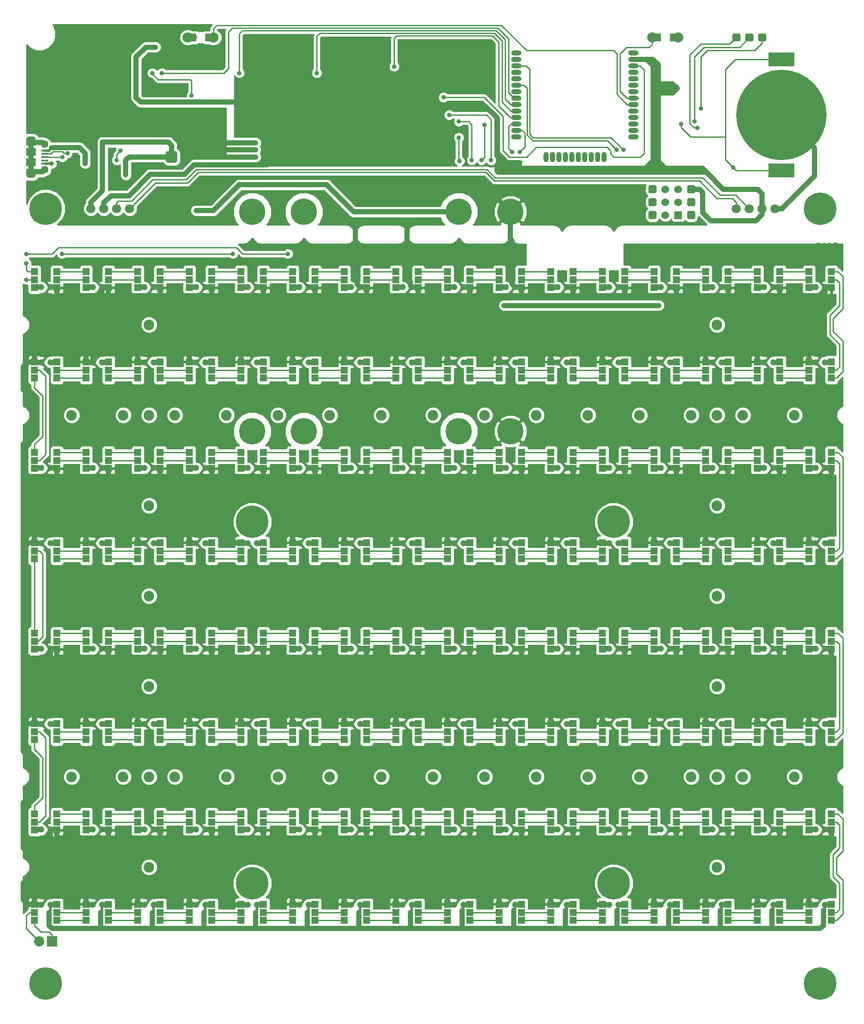
<source format=gtl>
G04 #@! TF.GenerationSoftware,KiCad,Pcbnew,5.0.0-rc2-unknown-d03e92a~65~ubuntu16.04.1*
G04 #@! TF.CreationDate,2018-06-02T21:30:31+05:30*
G04 #@! TF.ProjectId,ClockIOT,436C6F636B494F542E6B696361645F70,rev 1*
G04 #@! TF.SameCoordinates,PX2fd7508PY2fd7508*
G04 #@! TF.FileFunction,Copper,L1,Top,Signal*
G04 #@! TF.FilePolarity,Positive*
%FSLAX46Y46*%
G04 Gerber Fmt 4.6, Leading zero omitted, Abs format (unit mm)*
G04 Created by KiCad (PCBNEW 5.0.0-rc2-unknown-d03e92a~65~ubuntu16.04.1) date Sat Jun  2 21:30:31 2018*
%MOMM*%
%LPD*%
G01*
G04 APERTURE LIST*
G04 #@! TA.AperFunction,BGAPad,CuDef*
%ADD10C,17.780000*%
G04 #@! TD*
G04 #@! TA.AperFunction,SMDPad,CuDef*
%ADD11R,5.080000X2.794000*%
G04 #@! TD*
G04 #@! TA.AperFunction,ComponentPad*
%ADD12C,2.000000*%
G04 #@! TD*
G04 #@! TA.AperFunction,SMDPad,CuDef*
%ADD13R,1.300480X1.498600*%
G04 #@! TD*
G04 #@! TA.AperFunction,SMDPad,CuDef*
%ADD14R,1.900000X1.500000*%
G04 #@! TD*
G04 #@! TA.AperFunction,ComponentPad*
%ADD15C,1.450000*%
G04 #@! TD*
G04 #@! TA.AperFunction,SMDPad,CuDef*
%ADD16R,1.350000X0.400000*%
G04 #@! TD*
G04 #@! TA.AperFunction,ComponentPad*
%ADD17O,1.900000X1.200000*%
G04 #@! TD*
G04 #@! TA.AperFunction,SMDPad,CuDef*
%ADD18R,1.900000X1.200000*%
G04 #@! TD*
G04 #@! TA.AperFunction,ComponentPad*
%ADD19C,0.800000*%
G04 #@! TD*
G04 #@! TA.AperFunction,ComponentPad*
%ADD20C,6.400000*%
G04 #@! TD*
G04 #@! TA.AperFunction,Conductor*
%ADD21C,0.127000*%
G04 #@! TD*
G04 #@! TA.AperFunction,ComponentPad*
%ADD22C,1.600000*%
G04 #@! TD*
G04 #@! TA.AperFunction,ComponentPad*
%ADD23C,5.200000*%
G04 #@! TD*
G04 #@! TA.AperFunction,ComponentPad*
%ADD24C,1.524000*%
G04 #@! TD*
G04 #@! TA.AperFunction,ComponentPad*
%ADD25R,1.524000X1.524000*%
G04 #@! TD*
G04 #@! TA.AperFunction,ComponentPad*
%ADD26C,1.800000*%
G04 #@! TD*
G04 #@! TA.AperFunction,ComponentPad*
%ADD27O,1.000000X2.000000*%
G04 #@! TD*
G04 #@! TA.AperFunction,ComponentPad*
%ADD28O,2.000000X1.000000*%
G04 #@! TD*
G04 #@! TA.AperFunction,ComponentPad*
%ADD29R,2.000000X2.000000*%
G04 #@! TD*
G04 #@! TA.AperFunction,ComponentPad*
%ADD30O,2.000000X2.000000*%
G04 #@! TD*
G04 #@! TA.AperFunction,ComponentPad*
%ADD31C,1.200000*%
G04 #@! TD*
G04 #@! TA.AperFunction,SMDPad,CuDef*
%ADD32R,1.400000X1.400000*%
G04 #@! TD*
G04 #@! TA.AperFunction,WasherPad*
%ADD33C,2.082800*%
G04 #@! TD*
G04 #@! TA.AperFunction,ViaPad*
%ADD34C,0.900000*%
G04 #@! TD*
G04 #@! TA.AperFunction,Conductor*
%ADD35C,1.016000*%
G04 #@! TD*
G04 #@! TA.AperFunction,Conductor*
%ADD36C,0.508000*%
G04 #@! TD*
G04 #@! TA.AperFunction,Conductor*
%ADD37C,0.254000*%
G04 #@! TD*
G04 APERTURE END LIST*
D10*
G04 #@! TO.P,BT1,2*
G04 #@! TO.N,GND*
X149860000Y-19050000D03*
D11*
G04 #@! TO.P,BT1,1*
G04 #@! TO.N,/rtc_ds3231/BAT*
X149860000Y-29972000D03*
X149860000Y-8128000D03*
G04 #@! TD*
D12*
G04 #@! TO.P,LDR1,1*
G04 #@! TO.N,/3V3*
X33020000Y-3810000D03*
G04 #@! TO.P,LDR1,2*
G04 #@! TO.N,/LDR1*
X38100000Y-3810000D03*
D13*
X37060000Y-3810000D03*
G04 #@! TO.P,LDR1,1*
G04 #@! TO.N,/3V3*
X34060000Y-3810000D03*
G04 #@! TD*
D12*
G04 #@! TO.P,LDR2,1*
G04 #@! TO.N,/3V3*
X129540000Y-3810000D03*
G04 #@! TO.P,LDR2,2*
G04 #@! TO.N,/LDR2*
X124460000Y-3810000D03*
D13*
X125500000Y-3810000D03*
G04 #@! TO.P,LDR2,1*
G04 #@! TO.N,/3V3*
X128500000Y-3810000D03*
G04 #@! TD*
D14*
G04 #@! TO.P,P1,6*
G04 #@! TO.N,Net-(L2-Pad1)*
X2185000Y-28335000D03*
D15*
X4885000Y-24835000D03*
D16*
G04 #@! TO.P,P1,2*
G04 #@! TO.N,/esp_pwr_uart/USB_D-*
X4885000Y-26685000D03*
G04 #@! TO.P,P1,1*
G04 #@! TO.N,Net-(D1-Pad4)*
X4885000Y-26035000D03*
G04 #@! TO.P,P1,5*
G04 #@! TO.N,GND*
X4885000Y-28635000D03*
G04 #@! TO.P,P1,4*
G04 #@! TO.N,N/C*
X4885000Y-27985000D03*
G04 #@! TO.P,P1,3*
G04 #@! TO.N,/esp_pwr_uart/USB_D+*
X4885000Y-27335000D03*
D15*
G04 #@! TO.P,P1,6*
G04 #@! TO.N,Net-(L2-Pad1)*
X4885000Y-29835000D03*
D14*
X2185000Y-26335000D03*
D17*
X2185000Y-23835000D03*
X2185000Y-30835000D03*
D18*
X2185000Y-30235000D03*
X2185000Y-24435000D03*
G04 #@! TD*
D19*
G04 #@! TO.P,HB47,1*
G04 #@! TO.N,N/C*
X6777056Y-35767944D03*
X5080000Y-35065000D03*
X3382944Y-35767944D03*
X2680000Y-37465000D03*
X3382944Y-39162056D03*
X5080000Y-39865000D03*
X6777056Y-39162056D03*
X7480000Y-37465000D03*
D20*
X5080000Y-37465000D03*
G04 #@! TD*
D19*
G04 #@! TO.P,U132,29*
G04 #@! TO.N,GND*
X29845000Y-27305000D03*
X29210000Y-26670000D03*
X30480000Y-26670000D03*
X30480000Y-27940000D03*
X29210000Y-27940000D03*
G04 #@! TD*
D21*
G04 #@! TO.N,/rtc_ds3231/RESET*
G04 #@! TO.C,TP1*
G36*
X141409207Y-3011926D02*
X141448036Y-3017686D01*
X141486114Y-3027224D01*
X141523073Y-3040448D01*
X141558559Y-3057231D01*
X141592228Y-3077412D01*
X141623757Y-3100796D01*
X141652843Y-3127157D01*
X141679204Y-3156243D01*
X141702588Y-3187772D01*
X141722769Y-3221441D01*
X141739552Y-3256927D01*
X141752776Y-3293886D01*
X141762314Y-3331964D01*
X141768074Y-3370793D01*
X141770000Y-3410000D01*
X141770000Y-4210000D01*
X141768074Y-4249207D01*
X141762314Y-4288036D01*
X141752776Y-4326114D01*
X141739552Y-4363073D01*
X141722769Y-4398559D01*
X141702588Y-4432228D01*
X141679204Y-4463757D01*
X141652843Y-4492843D01*
X141623757Y-4519204D01*
X141592228Y-4542588D01*
X141558559Y-4562769D01*
X141523073Y-4579552D01*
X141486114Y-4592776D01*
X141448036Y-4602314D01*
X141409207Y-4608074D01*
X141370000Y-4610000D01*
X140570000Y-4610000D01*
X140530793Y-4608074D01*
X140491964Y-4602314D01*
X140453886Y-4592776D01*
X140416927Y-4579552D01*
X140381441Y-4562769D01*
X140347772Y-4542588D01*
X140316243Y-4519204D01*
X140287157Y-4492843D01*
X140260796Y-4463757D01*
X140237412Y-4432228D01*
X140217231Y-4398559D01*
X140200448Y-4363073D01*
X140187224Y-4326114D01*
X140177686Y-4288036D01*
X140171926Y-4249207D01*
X140170000Y-4210000D01*
X140170000Y-3410000D01*
X140171926Y-3370793D01*
X140177686Y-3331964D01*
X140187224Y-3293886D01*
X140200448Y-3256927D01*
X140217231Y-3221441D01*
X140237412Y-3187772D01*
X140260796Y-3156243D01*
X140287157Y-3127157D01*
X140316243Y-3100796D01*
X140347772Y-3077412D01*
X140381441Y-3057231D01*
X140416927Y-3040448D01*
X140453886Y-3027224D01*
X140491964Y-3017686D01*
X140530793Y-3011926D01*
X140570000Y-3010000D01*
X141370000Y-3010000D01*
X141409207Y-3011926D01*
X141409207Y-3011926D01*
G37*
D22*
G04 #@! TD*
G04 #@! TO.P,TP1,1*
G04 #@! TO.N,/rtc_ds3231/RESET*
X140970000Y-3810000D03*
D19*
G04 #@! TO.P,HB48,1*
G04 #@! TO.N,N/C*
X159177056Y-35767944D03*
X157480000Y-35065000D03*
X155782944Y-35767944D03*
X155080000Y-37465000D03*
X155782944Y-39162056D03*
X157480000Y-39865000D03*
X159177056Y-39162056D03*
X159880000Y-37465000D03*
D20*
X157480000Y-37465000D03*
G04 #@! TD*
D23*
G04 #@! TO.P,J8,1*
G04 #@! TO.N,GND*
X86360000Y-38100000D03*
G04 #@! TD*
G04 #@! TO.P,J7,1*
G04 #@! TO.N,/5V*
X96520000Y-38100000D03*
G04 #@! TD*
D21*
G04 #@! TO.N,GND*
G04 #@! TO.C,J23*
G36*
X132519207Y-37936926D02*
X132558036Y-37942686D01*
X132596114Y-37952224D01*
X132633073Y-37965448D01*
X132668559Y-37982231D01*
X132702228Y-38002412D01*
X132733757Y-38025796D01*
X132762843Y-38052157D01*
X132789204Y-38081243D01*
X132812588Y-38112772D01*
X132832769Y-38146441D01*
X132849552Y-38181927D01*
X132862776Y-38218886D01*
X132872314Y-38256964D01*
X132878074Y-38295793D01*
X132880000Y-38335000D01*
X132880000Y-39135000D01*
X132878074Y-39174207D01*
X132872314Y-39213036D01*
X132862776Y-39251114D01*
X132849552Y-39288073D01*
X132832769Y-39323559D01*
X132812588Y-39357228D01*
X132789204Y-39388757D01*
X132762843Y-39417843D01*
X132733757Y-39444204D01*
X132702228Y-39467588D01*
X132668559Y-39487769D01*
X132633073Y-39504552D01*
X132596114Y-39517776D01*
X132558036Y-39527314D01*
X132519207Y-39533074D01*
X132480000Y-39535000D01*
X131680000Y-39535000D01*
X131640793Y-39533074D01*
X131601964Y-39527314D01*
X131563886Y-39517776D01*
X131526927Y-39504552D01*
X131491441Y-39487769D01*
X131457772Y-39467588D01*
X131426243Y-39444204D01*
X131397157Y-39417843D01*
X131370796Y-39388757D01*
X131347412Y-39357228D01*
X131327231Y-39323559D01*
X131310448Y-39288073D01*
X131297224Y-39251114D01*
X131287686Y-39213036D01*
X131281926Y-39174207D01*
X131280000Y-39135000D01*
X131280000Y-38335000D01*
X131281926Y-38295793D01*
X131287686Y-38256964D01*
X131297224Y-38218886D01*
X131310448Y-38181927D01*
X131327231Y-38146441D01*
X131347412Y-38112772D01*
X131370796Y-38081243D01*
X131397157Y-38052157D01*
X131426243Y-38025796D01*
X131457772Y-38002412D01*
X131491441Y-37982231D01*
X131526927Y-37965448D01*
X131563886Y-37952224D01*
X131601964Y-37942686D01*
X131640793Y-37936926D01*
X131680000Y-37935000D01*
X132480000Y-37935000D01*
X132519207Y-37936926D01*
X132519207Y-37936926D01*
G37*
D22*
G04 #@! TD*
G04 #@! TO.P,J23,1*
G04 #@! TO.N,GND*
X132080000Y-38735000D03*
D21*
G04 #@! TO.N,/RST*
G04 #@! TO.C,J22*
G36*
X124899207Y-37936926D02*
X124938036Y-37942686D01*
X124976114Y-37952224D01*
X125013073Y-37965448D01*
X125048559Y-37982231D01*
X125082228Y-38002412D01*
X125113757Y-38025796D01*
X125142843Y-38052157D01*
X125169204Y-38081243D01*
X125192588Y-38112772D01*
X125212769Y-38146441D01*
X125229552Y-38181927D01*
X125242776Y-38218886D01*
X125252314Y-38256964D01*
X125258074Y-38295793D01*
X125260000Y-38335000D01*
X125260000Y-39135000D01*
X125258074Y-39174207D01*
X125252314Y-39213036D01*
X125242776Y-39251114D01*
X125229552Y-39288073D01*
X125212769Y-39323559D01*
X125192588Y-39357228D01*
X125169204Y-39388757D01*
X125142843Y-39417843D01*
X125113757Y-39444204D01*
X125082228Y-39467588D01*
X125048559Y-39487769D01*
X125013073Y-39504552D01*
X124976114Y-39517776D01*
X124938036Y-39527314D01*
X124899207Y-39533074D01*
X124860000Y-39535000D01*
X124060000Y-39535000D01*
X124020793Y-39533074D01*
X123981964Y-39527314D01*
X123943886Y-39517776D01*
X123906927Y-39504552D01*
X123871441Y-39487769D01*
X123837772Y-39467588D01*
X123806243Y-39444204D01*
X123777157Y-39417843D01*
X123750796Y-39388757D01*
X123727412Y-39357228D01*
X123707231Y-39323559D01*
X123690448Y-39288073D01*
X123677224Y-39251114D01*
X123667686Y-39213036D01*
X123661926Y-39174207D01*
X123660000Y-39135000D01*
X123660000Y-38335000D01*
X123661926Y-38295793D01*
X123667686Y-38256964D01*
X123677224Y-38218886D01*
X123690448Y-38181927D01*
X123707231Y-38146441D01*
X123727412Y-38112772D01*
X123750796Y-38081243D01*
X123777157Y-38052157D01*
X123806243Y-38025796D01*
X123837772Y-38002412D01*
X123871441Y-37982231D01*
X123906927Y-37965448D01*
X123943886Y-37952224D01*
X123981964Y-37942686D01*
X124020793Y-37936926D01*
X124060000Y-37935000D01*
X124860000Y-37935000D01*
X124899207Y-37936926D01*
X124899207Y-37936926D01*
G37*
D22*
G04 #@! TD*
G04 #@! TO.P,J22,1*
G04 #@! TO.N,/RST*
X124460000Y-38735000D03*
D21*
G04 #@! TO.N,/MOSI*
G04 #@! TO.C,J21*
G36*
X132519207Y-35396926D02*
X132558036Y-35402686D01*
X132596114Y-35412224D01*
X132633073Y-35425448D01*
X132668559Y-35442231D01*
X132702228Y-35462412D01*
X132733757Y-35485796D01*
X132762843Y-35512157D01*
X132789204Y-35541243D01*
X132812588Y-35572772D01*
X132832769Y-35606441D01*
X132849552Y-35641927D01*
X132862776Y-35678886D01*
X132872314Y-35716964D01*
X132878074Y-35755793D01*
X132880000Y-35795000D01*
X132880000Y-36595000D01*
X132878074Y-36634207D01*
X132872314Y-36673036D01*
X132862776Y-36711114D01*
X132849552Y-36748073D01*
X132832769Y-36783559D01*
X132812588Y-36817228D01*
X132789204Y-36848757D01*
X132762843Y-36877843D01*
X132733757Y-36904204D01*
X132702228Y-36927588D01*
X132668559Y-36947769D01*
X132633073Y-36964552D01*
X132596114Y-36977776D01*
X132558036Y-36987314D01*
X132519207Y-36993074D01*
X132480000Y-36995000D01*
X131680000Y-36995000D01*
X131640793Y-36993074D01*
X131601964Y-36987314D01*
X131563886Y-36977776D01*
X131526927Y-36964552D01*
X131491441Y-36947769D01*
X131457772Y-36927588D01*
X131426243Y-36904204D01*
X131397157Y-36877843D01*
X131370796Y-36848757D01*
X131347412Y-36817228D01*
X131327231Y-36783559D01*
X131310448Y-36748073D01*
X131297224Y-36711114D01*
X131287686Y-36673036D01*
X131281926Y-36634207D01*
X131280000Y-36595000D01*
X131280000Y-35795000D01*
X131281926Y-35755793D01*
X131287686Y-35716964D01*
X131297224Y-35678886D01*
X131310448Y-35641927D01*
X131327231Y-35606441D01*
X131347412Y-35572772D01*
X131370796Y-35541243D01*
X131397157Y-35512157D01*
X131426243Y-35485796D01*
X131457772Y-35462412D01*
X131491441Y-35442231D01*
X131526927Y-35425448D01*
X131563886Y-35412224D01*
X131601964Y-35402686D01*
X131640793Y-35396926D01*
X131680000Y-35395000D01*
X132480000Y-35395000D01*
X132519207Y-35396926D01*
X132519207Y-35396926D01*
G37*
D22*
G04 #@! TD*
G04 #@! TO.P,J21,1*
G04 #@! TO.N,/MOSI*
X132080000Y-36195000D03*
D24*
G04 #@! TO.P,J20,2*
G04 #@! TO.N,/3V3*
X129540000Y-33655000D03*
G04 #@! TO.P,J20,1*
G04 #@! TO.N,/MISO*
X127000000Y-33655000D03*
G04 #@! TO.P,J20,4*
G04 #@! TO.N,/MOSI*
X129540000Y-36195000D03*
G04 #@! TO.P,J20,3*
G04 #@! TO.N,/SCK*
X127000000Y-36195000D03*
D25*
G04 #@! TO.P,J20,6*
G04 #@! TO.N,GND*
X129540000Y-38735000D03*
D24*
G04 #@! TO.P,J20,5*
G04 #@! TO.N,/RST*
X127000000Y-38735000D03*
G04 #@! TD*
D21*
G04 #@! TO.N,/SCK*
G04 #@! TO.C,J19*
G36*
X124899207Y-35396926D02*
X124938036Y-35402686D01*
X124976114Y-35412224D01*
X125013073Y-35425448D01*
X125048559Y-35442231D01*
X125082228Y-35462412D01*
X125113757Y-35485796D01*
X125142843Y-35512157D01*
X125169204Y-35541243D01*
X125192588Y-35572772D01*
X125212769Y-35606441D01*
X125229552Y-35641927D01*
X125242776Y-35678886D01*
X125252314Y-35716964D01*
X125258074Y-35755793D01*
X125260000Y-35795000D01*
X125260000Y-36595000D01*
X125258074Y-36634207D01*
X125252314Y-36673036D01*
X125242776Y-36711114D01*
X125229552Y-36748073D01*
X125212769Y-36783559D01*
X125192588Y-36817228D01*
X125169204Y-36848757D01*
X125142843Y-36877843D01*
X125113757Y-36904204D01*
X125082228Y-36927588D01*
X125048559Y-36947769D01*
X125013073Y-36964552D01*
X124976114Y-36977776D01*
X124938036Y-36987314D01*
X124899207Y-36993074D01*
X124860000Y-36995000D01*
X124060000Y-36995000D01*
X124020793Y-36993074D01*
X123981964Y-36987314D01*
X123943886Y-36977776D01*
X123906927Y-36964552D01*
X123871441Y-36947769D01*
X123837772Y-36927588D01*
X123806243Y-36904204D01*
X123777157Y-36877843D01*
X123750796Y-36848757D01*
X123727412Y-36817228D01*
X123707231Y-36783559D01*
X123690448Y-36748073D01*
X123677224Y-36711114D01*
X123667686Y-36673036D01*
X123661926Y-36634207D01*
X123660000Y-36595000D01*
X123660000Y-35795000D01*
X123661926Y-35755793D01*
X123667686Y-35716964D01*
X123677224Y-35678886D01*
X123690448Y-35641927D01*
X123707231Y-35606441D01*
X123727412Y-35572772D01*
X123750796Y-35541243D01*
X123777157Y-35512157D01*
X123806243Y-35485796D01*
X123837772Y-35462412D01*
X123871441Y-35442231D01*
X123906927Y-35425448D01*
X123943886Y-35412224D01*
X123981964Y-35402686D01*
X124020793Y-35396926D01*
X124060000Y-35395000D01*
X124860000Y-35395000D01*
X124899207Y-35396926D01*
X124899207Y-35396926D01*
G37*
D22*
G04 #@! TD*
G04 #@! TO.P,J19,1*
G04 #@! TO.N,/SCK*
X124460000Y-36195000D03*
D21*
G04 #@! TO.N,/3V3*
G04 #@! TO.C,J18*
G36*
X132519207Y-32856926D02*
X132558036Y-32862686D01*
X132596114Y-32872224D01*
X132633073Y-32885448D01*
X132668559Y-32902231D01*
X132702228Y-32922412D01*
X132733757Y-32945796D01*
X132762843Y-32972157D01*
X132789204Y-33001243D01*
X132812588Y-33032772D01*
X132832769Y-33066441D01*
X132849552Y-33101927D01*
X132862776Y-33138886D01*
X132872314Y-33176964D01*
X132878074Y-33215793D01*
X132880000Y-33255000D01*
X132880000Y-34055000D01*
X132878074Y-34094207D01*
X132872314Y-34133036D01*
X132862776Y-34171114D01*
X132849552Y-34208073D01*
X132832769Y-34243559D01*
X132812588Y-34277228D01*
X132789204Y-34308757D01*
X132762843Y-34337843D01*
X132733757Y-34364204D01*
X132702228Y-34387588D01*
X132668559Y-34407769D01*
X132633073Y-34424552D01*
X132596114Y-34437776D01*
X132558036Y-34447314D01*
X132519207Y-34453074D01*
X132480000Y-34455000D01*
X131680000Y-34455000D01*
X131640793Y-34453074D01*
X131601964Y-34447314D01*
X131563886Y-34437776D01*
X131526927Y-34424552D01*
X131491441Y-34407769D01*
X131457772Y-34387588D01*
X131426243Y-34364204D01*
X131397157Y-34337843D01*
X131370796Y-34308757D01*
X131347412Y-34277228D01*
X131327231Y-34243559D01*
X131310448Y-34208073D01*
X131297224Y-34171114D01*
X131287686Y-34133036D01*
X131281926Y-34094207D01*
X131280000Y-34055000D01*
X131280000Y-33255000D01*
X131281926Y-33215793D01*
X131287686Y-33176964D01*
X131297224Y-33138886D01*
X131310448Y-33101927D01*
X131327231Y-33066441D01*
X131347412Y-33032772D01*
X131370796Y-33001243D01*
X131397157Y-32972157D01*
X131426243Y-32945796D01*
X131457772Y-32922412D01*
X131491441Y-32902231D01*
X131526927Y-32885448D01*
X131563886Y-32872224D01*
X131601964Y-32862686D01*
X131640793Y-32856926D01*
X131680000Y-32855000D01*
X132480000Y-32855000D01*
X132519207Y-32856926D01*
X132519207Y-32856926D01*
G37*
D22*
G04 #@! TD*
G04 #@! TO.P,J18,1*
G04 #@! TO.N,/3V3*
X132080000Y-33655000D03*
D21*
G04 #@! TO.N,/MISO*
G04 #@! TO.C,J17*
G36*
X124899207Y-32856926D02*
X124938036Y-32862686D01*
X124976114Y-32872224D01*
X125013073Y-32885448D01*
X125048559Y-32902231D01*
X125082228Y-32922412D01*
X125113757Y-32945796D01*
X125142843Y-32972157D01*
X125169204Y-33001243D01*
X125192588Y-33032772D01*
X125212769Y-33066441D01*
X125229552Y-33101927D01*
X125242776Y-33138886D01*
X125252314Y-33176964D01*
X125258074Y-33215793D01*
X125260000Y-33255000D01*
X125260000Y-34055000D01*
X125258074Y-34094207D01*
X125252314Y-34133036D01*
X125242776Y-34171114D01*
X125229552Y-34208073D01*
X125212769Y-34243559D01*
X125192588Y-34277228D01*
X125169204Y-34308757D01*
X125142843Y-34337843D01*
X125113757Y-34364204D01*
X125082228Y-34387588D01*
X125048559Y-34407769D01*
X125013073Y-34424552D01*
X124976114Y-34437776D01*
X124938036Y-34447314D01*
X124899207Y-34453074D01*
X124860000Y-34455000D01*
X124060000Y-34455000D01*
X124020793Y-34453074D01*
X123981964Y-34447314D01*
X123943886Y-34437776D01*
X123906927Y-34424552D01*
X123871441Y-34407769D01*
X123837772Y-34387588D01*
X123806243Y-34364204D01*
X123777157Y-34337843D01*
X123750796Y-34308757D01*
X123727412Y-34277228D01*
X123707231Y-34243559D01*
X123690448Y-34208073D01*
X123677224Y-34171114D01*
X123667686Y-34133036D01*
X123661926Y-34094207D01*
X123660000Y-34055000D01*
X123660000Y-33255000D01*
X123661926Y-33215793D01*
X123667686Y-33176964D01*
X123677224Y-33138886D01*
X123690448Y-33101927D01*
X123707231Y-33066441D01*
X123727412Y-33032772D01*
X123750796Y-33001243D01*
X123777157Y-32972157D01*
X123806243Y-32945796D01*
X123837772Y-32922412D01*
X123871441Y-32902231D01*
X123906927Y-32885448D01*
X123943886Y-32872224D01*
X123981964Y-32862686D01*
X124020793Y-32856926D01*
X124060000Y-32855000D01*
X124860000Y-32855000D01*
X124899207Y-32856926D01*
X124899207Y-32856926D01*
G37*
D22*
G04 #@! TD*
G04 #@! TO.P,J17,1*
G04 #@! TO.N,/MISO*
X124460000Y-33655000D03*
D21*
G04 #@! TO.N,/rtc_ds3231/32kHz*
G04 #@! TO.C,TP3*
G36*
X146489207Y-3011926D02*
X146528036Y-3017686D01*
X146566114Y-3027224D01*
X146603073Y-3040448D01*
X146638559Y-3057231D01*
X146672228Y-3077412D01*
X146703757Y-3100796D01*
X146732843Y-3127157D01*
X146759204Y-3156243D01*
X146782588Y-3187772D01*
X146802769Y-3221441D01*
X146819552Y-3256927D01*
X146832776Y-3293886D01*
X146842314Y-3331964D01*
X146848074Y-3370793D01*
X146850000Y-3410000D01*
X146850000Y-4210000D01*
X146848074Y-4249207D01*
X146842314Y-4288036D01*
X146832776Y-4326114D01*
X146819552Y-4363073D01*
X146802769Y-4398559D01*
X146782588Y-4432228D01*
X146759204Y-4463757D01*
X146732843Y-4492843D01*
X146703757Y-4519204D01*
X146672228Y-4542588D01*
X146638559Y-4562769D01*
X146603073Y-4579552D01*
X146566114Y-4592776D01*
X146528036Y-4602314D01*
X146489207Y-4608074D01*
X146450000Y-4610000D01*
X145650000Y-4610000D01*
X145610793Y-4608074D01*
X145571964Y-4602314D01*
X145533886Y-4592776D01*
X145496927Y-4579552D01*
X145461441Y-4562769D01*
X145427772Y-4542588D01*
X145396243Y-4519204D01*
X145367157Y-4492843D01*
X145340796Y-4463757D01*
X145317412Y-4432228D01*
X145297231Y-4398559D01*
X145280448Y-4363073D01*
X145267224Y-4326114D01*
X145257686Y-4288036D01*
X145251926Y-4249207D01*
X145250000Y-4210000D01*
X145250000Y-3410000D01*
X145251926Y-3370793D01*
X145257686Y-3331964D01*
X145267224Y-3293886D01*
X145280448Y-3256927D01*
X145297231Y-3221441D01*
X145317412Y-3187772D01*
X145340796Y-3156243D01*
X145367157Y-3127157D01*
X145396243Y-3100796D01*
X145427772Y-3077412D01*
X145461441Y-3057231D01*
X145496927Y-3040448D01*
X145533886Y-3027224D01*
X145571964Y-3017686D01*
X145610793Y-3011926D01*
X145650000Y-3010000D01*
X146450000Y-3010000D01*
X146489207Y-3011926D01*
X146489207Y-3011926D01*
G37*
D22*
G04 #@! TD*
G04 #@! TO.P,TP3,1*
G04 #@! TO.N,/rtc_ds3231/32kHz*
X146050000Y-3810000D03*
D21*
G04 #@! TO.N,/rtc_ds3231/SQR*
G04 #@! TO.C,TP2*
G36*
X143949207Y-3011926D02*
X143988036Y-3017686D01*
X144026114Y-3027224D01*
X144063073Y-3040448D01*
X144098559Y-3057231D01*
X144132228Y-3077412D01*
X144163757Y-3100796D01*
X144192843Y-3127157D01*
X144219204Y-3156243D01*
X144242588Y-3187772D01*
X144262769Y-3221441D01*
X144279552Y-3256927D01*
X144292776Y-3293886D01*
X144302314Y-3331964D01*
X144308074Y-3370793D01*
X144310000Y-3410000D01*
X144310000Y-4210000D01*
X144308074Y-4249207D01*
X144302314Y-4288036D01*
X144292776Y-4326114D01*
X144279552Y-4363073D01*
X144262769Y-4398559D01*
X144242588Y-4432228D01*
X144219204Y-4463757D01*
X144192843Y-4492843D01*
X144163757Y-4519204D01*
X144132228Y-4542588D01*
X144098559Y-4562769D01*
X144063073Y-4579552D01*
X144026114Y-4592776D01*
X143988036Y-4602314D01*
X143949207Y-4608074D01*
X143910000Y-4610000D01*
X143110000Y-4610000D01*
X143070793Y-4608074D01*
X143031964Y-4602314D01*
X142993886Y-4592776D01*
X142956927Y-4579552D01*
X142921441Y-4562769D01*
X142887772Y-4542588D01*
X142856243Y-4519204D01*
X142827157Y-4492843D01*
X142800796Y-4463757D01*
X142777412Y-4432228D01*
X142757231Y-4398559D01*
X142740448Y-4363073D01*
X142727224Y-4326114D01*
X142717686Y-4288036D01*
X142711926Y-4249207D01*
X142710000Y-4210000D01*
X142710000Y-3410000D01*
X142711926Y-3370793D01*
X142717686Y-3331964D01*
X142727224Y-3293886D01*
X142740448Y-3256927D01*
X142757231Y-3221441D01*
X142777412Y-3187772D01*
X142800796Y-3156243D01*
X142827157Y-3127157D01*
X142856243Y-3100796D01*
X142887772Y-3077412D01*
X142921441Y-3057231D01*
X142956927Y-3040448D01*
X142993886Y-3027224D01*
X143031964Y-3017686D01*
X143070793Y-3011926D01*
X143110000Y-3010000D01*
X143910000Y-3010000D01*
X143949207Y-3011926D01*
X143949207Y-3011926D01*
G37*
D22*
G04 #@! TD*
G04 #@! TO.P,TP2,1*
G04 #@! TO.N,/rtc_ds3231/SQR*
X143510000Y-3810000D03*
D26*
G04 #@! TO.P,J25,4*
G04 #@! TO.N,GND*
X13970000Y-37465000D03*
G04 #@! TO.P,J25,3*
G04 #@! TO.N,/3V3*
X16510000Y-37465000D03*
G04 #@! TO.P,J25,2*
G04 #@! TO.N,/SDA*
X19050000Y-37465000D03*
G04 #@! TO.P,J25,1*
G04 #@! TO.N,/SCL*
X21590000Y-37465000D03*
G04 #@! TD*
G04 #@! TO.P,J24,1*
G04 #@! TO.N,/SCL*
X140970000Y-37465000D03*
G04 #@! TO.P,J24,2*
G04 #@! TO.N,/SDA*
X143510000Y-37465000D03*
G04 #@! TO.P,J24,3*
G04 #@! TO.N,/3V3*
X146050000Y-37465000D03*
G04 #@! TO.P,J24,4*
G04 #@! TO.N,GND*
X148590000Y-37465000D03*
G04 #@! TD*
D23*
G04 #@! TO.P,J2,1*
G04 #@! TO.N,/DAT_IN*
X55880000Y-38100000D03*
G04 #@! TD*
G04 #@! TO.P,J1,1*
G04 #@! TO.N,/CLK_IN*
X45720000Y-38100000D03*
G04 #@! TD*
D27*
G04 #@! TO.P,U129,20*
G04 #@! TO.N,/CLK*
X108585000Y-27315000D03*
G04 #@! TO.P,U129,24*
G04 #@! TO.N,/IO2*
X103505000Y-27315000D03*
G04 #@! TO.P,U129,23*
G04 #@! TO.N,/IO15*
X104775000Y-27315000D03*
G04 #@! TO.P,U129,22*
G04 #@! TO.N,/SDI*
X106045000Y-27315000D03*
G04 #@! TO.P,U129,21*
G04 #@! TO.N,/SDO*
X107315000Y-27315000D03*
G04 #@! TO.P,U129,19*
G04 #@! TO.N,/CMD*
X109855000Y-27315000D03*
G04 #@! TO.P,U129,18*
G04 #@! TO.N,/SD3*
X111125000Y-27315000D03*
G04 #@! TO.P,U129,17*
G04 #@! TO.N,/SD2*
X112395000Y-27315000D03*
G04 #@! TO.P,U129,16*
G04 #@! TO.N,/IO13*
X113665000Y-27315000D03*
G04 #@! TO.P,U129,15*
G04 #@! TO.N,GND*
X114935000Y-27315000D03*
D28*
G04 #@! TO.P,U129,36*
G04 #@! TO.N,/SCL*
X97720000Y-9355000D03*
G04 #@! TO.P,U129,27*
G04 #@! TO.N,/CLK_IN*
X97720000Y-20785000D03*
G04 #@! TO.P,U129,34*
G04 #@! TO.N,/RXD0*
X97720000Y-11895000D03*
G04 #@! TO.P,U129,32*
G04 #@! TO.N,/NC*
X97720000Y-14435000D03*
G04 #@! TO.P,U129,31*
G04 #@! TO.N,/SW_M*
X97720000Y-15705000D03*
G04 #@! TO.P,U129,26*
G04 #@! TO.N,/DAT_IN*
X97720000Y-22055000D03*
G04 #@! TO.P,U129,25*
G04 #@! TO.N,/IO0*
X97720000Y-23325000D03*
G04 #@! TO.P,U129,33*
G04 #@! TO.N,/SDA*
X97720000Y-13165000D03*
G04 #@! TO.P,U129,28*
G04 #@! TO.N,/SW_E*
X97720000Y-19515000D03*
G04 #@! TO.P,U129,38*
G04 #@! TO.N,GND*
X97720000Y-6815000D03*
G04 #@! TO.P,U129,35*
G04 #@! TO.N,/TXD0*
X97720000Y-10625000D03*
G04 #@! TO.P,U129,29*
G04 #@! TO.N,/SW_I*
X97720000Y-18245000D03*
G04 #@! TO.P,U129,30*
G04 #@! TO.N,/SW_D*
X97720000Y-16975000D03*
G04 #@! TO.P,U129,37*
G04 #@! TO.N,/IO23*
X97720000Y-8085000D03*
G04 #@! TO.P,U129,14*
G04 #@! TO.N,/IO12*
X120720000Y-23325000D03*
G04 #@! TO.P,U129,13*
G04 #@! TO.N,/IO14*
X120720000Y-22055000D03*
G04 #@! TO.P,U129,12*
G04 #@! TO.N,/IO27*
X120720000Y-20785000D03*
G04 #@! TO.P,U129,11*
G04 #@! TO.N,/IO26*
X120720000Y-19515000D03*
G04 #@! TO.P,U129,10*
G04 #@! TO.N,/IO25*
X120720000Y-18245000D03*
G04 #@! TO.P,U129,9*
G04 #@! TO.N,/LDR1*
X120720000Y-16975000D03*
G04 #@! TO.P,U129,8*
G04 #@! TO.N,/LDR2*
X120720000Y-15705000D03*
G04 #@! TO.P,U129,7*
G04 #@! TO.N,/IO35*
X120720000Y-14435000D03*
G04 #@! TO.P,U129,6*
G04 #@! TO.N,/IO34*
X120720000Y-13165000D03*
G04 #@! TO.P,U129,5*
G04 #@! TO.N,/SENSOR_VN*
X120720000Y-11895000D03*
G04 #@! TO.P,U129,4*
G04 #@! TO.N,/SENSOR_VP*
X120720000Y-10625000D03*
G04 #@! TO.P,U129,3*
G04 #@! TO.N,/EN*
X120720000Y-9355000D03*
G04 #@! TO.P,U129,2*
G04 #@! TO.N,/3V3*
X120720000Y-8085000D03*
G04 #@! TO.P,U129,1*
G04 #@! TO.N,GND*
X120720000Y-6815000D03*
G04 #@! TD*
D20*
G04 #@! TO.P,HB49,1*
G04 #@! TO.N,N/C*
X5080000Y-189865000D03*
D19*
X7480000Y-189865000D03*
X6777056Y-191562056D03*
X5080000Y-192265000D03*
X3382944Y-191562056D03*
X2680000Y-189865000D03*
X3382944Y-188167944D03*
X5080000Y-187465000D03*
X6777056Y-188167944D03*
G04 #@! TD*
D20*
G04 #@! TO.P,HB50,1*
G04 #@! TO.N,N/C*
X157480000Y-189865000D03*
D19*
X159880000Y-189865000D03*
X159177056Y-191562056D03*
X157480000Y-192265000D03*
X155782944Y-191562056D03*
X155080000Y-189865000D03*
X155782944Y-188167944D03*
X157480000Y-187465000D03*
X159177056Y-188167944D03*
G04 #@! TD*
D20*
G04 #@! TO.P,HB51,1*
G04 #@! TO.N,N/C*
X45720000Y-99060000D03*
D19*
X48120000Y-99060000D03*
X47417056Y-100757056D03*
X45720000Y-101460000D03*
X44022944Y-100757056D03*
X43320000Y-99060000D03*
X44022944Y-97362944D03*
X45720000Y-96660000D03*
X47417056Y-97362944D03*
G04 #@! TD*
D20*
G04 #@! TO.P,HB52,1*
G04 #@! TO.N,N/C*
X116840000Y-99060000D03*
D19*
X119240000Y-99060000D03*
X118537056Y-100757056D03*
X116840000Y-101460000D03*
X115142944Y-100757056D03*
X114440000Y-99060000D03*
X115142944Y-97362944D03*
X116840000Y-96660000D03*
X118537056Y-97362944D03*
G04 #@! TD*
D20*
G04 #@! TO.P,HB53,1*
G04 #@! TO.N,N/C*
X116840000Y-170180000D03*
D19*
X119240000Y-170180000D03*
X118537056Y-171877056D03*
X116840000Y-172580000D03*
X115142944Y-171877056D03*
X114440000Y-170180000D03*
X115142944Y-168482944D03*
X116840000Y-167780000D03*
X118537056Y-168482944D03*
G04 #@! TD*
D20*
G04 #@! TO.P,HB54,1*
G04 #@! TO.N,N/C*
X45720000Y-170180000D03*
D19*
X48120000Y-170180000D03*
X47417056Y-171877056D03*
X45720000Y-172580000D03*
X44022944Y-171877056D03*
X43320000Y-170180000D03*
X44022944Y-168482944D03*
X45720000Y-167780000D03*
X47417056Y-168482944D03*
G04 #@! TD*
D23*
G04 #@! TO.P,J9,1*
G04 #@! TO.N,/CLK_IN*
X45720000Y-81280000D03*
G04 #@! TD*
G04 #@! TO.P,J10,1*
G04 #@! TO.N,/DAT_IN*
X55880000Y-81280000D03*
G04 #@! TD*
G04 #@! TO.P,J15,1*
G04 #@! TO.N,/5V*
X96520000Y-81280000D03*
G04 #@! TD*
G04 #@! TO.P,J16,1*
G04 #@! TO.N,GND*
X86360000Y-81280000D03*
G04 #@! TD*
D29*
G04 #@! TO.P,P2,1*
G04 #@! TO.N,/DAT_OUT*
X6350000Y-181610000D03*
D30*
G04 #@! TO.P,P2,2*
G04 #@! TO.N,/CLK_OUT*
X3810000Y-181610000D03*
G04 #@! TD*
D31*
G04 #@! TO.P,U127,4*
G04 #@! TO.N,/5V*
X14340000Y-174395000D03*
G04 #@! TO.P,U127,3*
G04 #@! TO.N,GND*
X16140000Y-174395000D03*
D32*
G04 #@! TO.P,U127,6*
G04 #@! TO.N,Net-(U127-Pad6)*
X13040000Y-177495000D03*
G04 #@! TO.P,U127,1*
G04 #@! TO.N,Net-(U126-Pad6)*
X17440000Y-177495000D03*
G04 #@! TO.P,U127,2*
G04 #@! TO.N,Net-(U126-Pad5)*
X17440000Y-175895000D03*
G04 #@! TO.P,U127,5*
G04 #@! TO.N,Net-(U127-Pad5)*
X13040000Y-175895000D03*
G04 #@! TO.P,U127,4*
G04 #@! TO.N,/5V*
X13040000Y-174295000D03*
G04 #@! TO.P,U127,3*
G04 #@! TO.N,GND*
X17440000Y-174295000D03*
G04 #@! TD*
D31*
G04 #@! TO.P,U18,4*
G04 #@! TO.N,/5V*
X146420000Y-67715000D03*
G04 #@! TO.P,U18,3*
G04 #@! TO.N,GND*
X148220000Y-67715000D03*
D32*
G04 #@! TO.P,U18,6*
G04 #@! TO.N,Net-(U18-Pad6)*
X145120000Y-70815000D03*
G04 #@! TO.P,U18,1*
G04 #@! TO.N,Net-(U17-Pad6)*
X149520000Y-70815000D03*
G04 #@! TO.P,U18,2*
G04 #@! TO.N,Net-(U17-Pad5)*
X149520000Y-69215000D03*
G04 #@! TO.P,U18,5*
G04 #@! TO.N,Net-(U18-Pad5)*
X145120000Y-69215000D03*
G04 #@! TO.P,U18,4*
G04 #@! TO.N,/5V*
X145120000Y-67615000D03*
G04 #@! TO.P,U18,3*
G04 #@! TO.N,GND*
X149520000Y-67615000D03*
G04 #@! TD*
D31*
G04 #@! TO.P,U1,4*
G04 #@! TO.N,/5V*
X5980000Y-52935000D03*
G04 #@! TO.P,U1,3*
G04 #@! TO.N,GND*
X4180000Y-52935000D03*
D32*
G04 #@! TO.P,U1,6*
G04 #@! TO.N,Net-(U1-Pad6)*
X7280000Y-49835000D03*
G04 #@! TO.P,U1,1*
G04 #@! TO.N,/DI_A*
X2880000Y-49835000D03*
G04 #@! TO.P,U1,2*
G04 #@! TO.N,/CI_A*
X2880000Y-51435000D03*
G04 #@! TO.P,U1,5*
G04 #@! TO.N,Net-(U1-Pad5)*
X7280000Y-51435000D03*
G04 #@! TO.P,U1,4*
G04 #@! TO.N,/5V*
X7280000Y-53035000D03*
G04 #@! TO.P,U1,3*
G04 #@! TO.N,GND*
X2880000Y-53035000D03*
G04 #@! TD*
D31*
G04 #@! TO.P,U3,4*
G04 #@! TO.N,/5V*
X26300000Y-52935000D03*
G04 #@! TO.P,U3,3*
G04 #@! TO.N,GND*
X24500000Y-52935000D03*
D32*
G04 #@! TO.P,U3,6*
G04 #@! TO.N,Net-(U3-Pad6)*
X27600000Y-49835000D03*
G04 #@! TO.P,U3,1*
G04 #@! TO.N,Net-(U2-Pad6)*
X23200000Y-49835000D03*
G04 #@! TO.P,U3,2*
G04 #@! TO.N,Net-(U2-Pad5)*
X23200000Y-51435000D03*
G04 #@! TO.P,U3,5*
G04 #@! TO.N,Net-(U3-Pad5)*
X27600000Y-51435000D03*
G04 #@! TO.P,U3,4*
G04 #@! TO.N,/5V*
X27600000Y-53035000D03*
G04 #@! TO.P,U3,3*
G04 #@! TO.N,GND*
X23200000Y-53035000D03*
G04 #@! TD*
D31*
G04 #@! TO.P,U4,4*
G04 #@! TO.N,/5V*
X36460000Y-52935000D03*
G04 #@! TO.P,U4,3*
G04 #@! TO.N,GND*
X34660000Y-52935000D03*
D32*
G04 #@! TO.P,U4,6*
G04 #@! TO.N,Net-(U4-Pad6)*
X37760000Y-49835000D03*
G04 #@! TO.P,U4,1*
G04 #@! TO.N,Net-(U3-Pad6)*
X33360000Y-49835000D03*
G04 #@! TO.P,U4,2*
G04 #@! TO.N,Net-(U3-Pad5)*
X33360000Y-51435000D03*
G04 #@! TO.P,U4,5*
G04 #@! TO.N,Net-(U4-Pad5)*
X37760000Y-51435000D03*
G04 #@! TO.P,U4,4*
G04 #@! TO.N,/5V*
X37760000Y-53035000D03*
G04 #@! TO.P,U4,3*
G04 #@! TO.N,GND*
X33360000Y-53035000D03*
G04 #@! TD*
D31*
G04 #@! TO.P,U5,4*
G04 #@! TO.N,/5V*
X46620000Y-52935000D03*
G04 #@! TO.P,U5,3*
G04 #@! TO.N,GND*
X44820000Y-52935000D03*
D32*
G04 #@! TO.P,U5,6*
G04 #@! TO.N,Net-(U5-Pad6)*
X47920000Y-49835000D03*
G04 #@! TO.P,U5,1*
G04 #@! TO.N,Net-(U4-Pad6)*
X43520000Y-49835000D03*
G04 #@! TO.P,U5,2*
G04 #@! TO.N,Net-(U4-Pad5)*
X43520000Y-51435000D03*
G04 #@! TO.P,U5,5*
G04 #@! TO.N,Net-(U5-Pad5)*
X47920000Y-51435000D03*
G04 #@! TO.P,U5,4*
G04 #@! TO.N,/5V*
X47920000Y-53035000D03*
G04 #@! TO.P,U5,3*
G04 #@! TO.N,GND*
X43520000Y-53035000D03*
G04 #@! TD*
D31*
G04 #@! TO.P,U6,4*
G04 #@! TO.N,/5V*
X56780000Y-52935000D03*
G04 #@! TO.P,U6,3*
G04 #@! TO.N,GND*
X54980000Y-52935000D03*
D32*
G04 #@! TO.P,U6,6*
G04 #@! TO.N,Net-(U6-Pad6)*
X58080000Y-49835000D03*
G04 #@! TO.P,U6,1*
G04 #@! TO.N,Net-(U5-Pad6)*
X53680000Y-49835000D03*
G04 #@! TO.P,U6,2*
G04 #@! TO.N,Net-(U5-Pad5)*
X53680000Y-51435000D03*
G04 #@! TO.P,U6,5*
G04 #@! TO.N,Net-(U6-Pad5)*
X58080000Y-51435000D03*
G04 #@! TO.P,U6,4*
G04 #@! TO.N,/5V*
X58080000Y-53035000D03*
G04 #@! TO.P,U6,3*
G04 #@! TO.N,GND*
X53680000Y-53035000D03*
G04 #@! TD*
D31*
G04 #@! TO.P,U7,4*
G04 #@! TO.N,/5V*
X66940000Y-52935000D03*
G04 #@! TO.P,U7,3*
G04 #@! TO.N,GND*
X65140000Y-52935000D03*
D32*
G04 #@! TO.P,U7,6*
G04 #@! TO.N,Net-(U7-Pad6)*
X68240000Y-49835000D03*
G04 #@! TO.P,U7,1*
G04 #@! TO.N,Net-(U6-Pad6)*
X63840000Y-49835000D03*
G04 #@! TO.P,U7,2*
G04 #@! TO.N,Net-(U6-Pad5)*
X63840000Y-51435000D03*
G04 #@! TO.P,U7,5*
G04 #@! TO.N,Net-(U7-Pad5)*
X68240000Y-51435000D03*
G04 #@! TO.P,U7,4*
G04 #@! TO.N,/5V*
X68240000Y-53035000D03*
G04 #@! TO.P,U7,3*
G04 #@! TO.N,GND*
X63840000Y-53035000D03*
G04 #@! TD*
D31*
G04 #@! TO.P,U8,4*
G04 #@! TO.N,/5V*
X77100000Y-52935000D03*
G04 #@! TO.P,U8,3*
G04 #@! TO.N,GND*
X75300000Y-52935000D03*
D32*
G04 #@! TO.P,U8,6*
G04 #@! TO.N,Net-(U8-Pad6)*
X78400000Y-49835000D03*
G04 #@! TO.P,U8,1*
G04 #@! TO.N,Net-(U7-Pad6)*
X74000000Y-49835000D03*
G04 #@! TO.P,U8,2*
G04 #@! TO.N,Net-(U7-Pad5)*
X74000000Y-51435000D03*
G04 #@! TO.P,U8,5*
G04 #@! TO.N,Net-(U8-Pad5)*
X78400000Y-51435000D03*
G04 #@! TO.P,U8,4*
G04 #@! TO.N,/5V*
X78400000Y-53035000D03*
G04 #@! TO.P,U8,3*
G04 #@! TO.N,GND*
X74000000Y-53035000D03*
G04 #@! TD*
D31*
G04 #@! TO.P,U9,4*
G04 #@! TO.N,/5V*
X87260000Y-52935000D03*
G04 #@! TO.P,U9,3*
G04 #@! TO.N,GND*
X85460000Y-52935000D03*
D32*
G04 #@! TO.P,U9,6*
G04 #@! TO.N,Net-(U10-Pad1)*
X88560000Y-49835000D03*
G04 #@! TO.P,U9,1*
G04 #@! TO.N,Net-(U8-Pad6)*
X84160000Y-49835000D03*
G04 #@! TO.P,U9,2*
G04 #@! TO.N,Net-(U8-Pad5)*
X84160000Y-51435000D03*
G04 #@! TO.P,U9,5*
G04 #@! TO.N,Net-(U10-Pad2)*
X88560000Y-51435000D03*
G04 #@! TO.P,U9,4*
G04 #@! TO.N,/5V*
X88560000Y-53035000D03*
G04 #@! TO.P,U9,3*
G04 #@! TO.N,GND*
X84160000Y-53035000D03*
G04 #@! TD*
D31*
G04 #@! TO.P,U10,4*
G04 #@! TO.N,/5V*
X97420000Y-52935000D03*
G04 #@! TO.P,U10,3*
G04 #@! TO.N,GND*
X95620000Y-52935000D03*
D32*
G04 #@! TO.P,U10,6*
G04 #@! TO.N,Net-(U10-Pad6)*
X98720000Y-49835000D03*
G04 #@! TO.P,U10,1*
G04 #@! TO.N,Net-(U10-Pad1)*
X94320000Y-49835000D03*
G04 #@! TO.P,U10,2*
G04 #@! TO.N,Net-(U10-Pad2)*
X94320000Y-51435000D03*
G04 #@! TO.P,U10,5*
G04 #@! TO.N,Net-(U10-Pad5)*
X98720000Y-51435000D03*
G04 #@! TO.P,U10,4*
G04 #@! TO.N,/5V*
X98720000Y-53035000D03*
G04 #@! TO.P,U10,3*
G04 #@! TO.N,GND*
X94320000Y-53035000D03*
G04 #@! TD*
D31*
G04 #@! TO.P,U11,4*
G04 #@! TO.N,/5V*
X107580000Y-52935000D03*
G04 #@! TO.P,U11,3*
G04 #@! TO.N,GND*
X105780000Y-52935000D03*
D32*
G04 #@! TO.P,U11,6*
G04 #@! TO.N,Net-(U11-Pad6)*
X108880000Y-49835000D03*
G04 #@! TO.P,U11,1*
G04 #@! TO.N,Net-(U10-Pad6)*
X104480000Y-49835000D03*
G04 #@! TO.P,U11,2*
G04 #@! TO.N,Net-(U10-Pad5)*
X104480000Y-51435000D03*
G04 #@! TO.P,U11,5*
G04 #@! TO.N,Net-(U11-Pad5)*
X108880000Y-51435000D03*
G04 #@! TO.P,U11,4*
G04 #@! TO.N,/5V*
X108880000Y-53035000D03*
G04 #@! TO.P,U11,3*
G04 #@! TO.N,GND*
X104480000Y-53035000D03*
G04 #@! TD*
D31*
G04 #@! TO.P,U12,4*
G04 #@! TO.N,/5V*
X117740000Y-52935000D03*
G04 #@! TO.P,U12,3*
G04 #@! TO.N,GND*
X115940000Y-52935000D03*
D32*
G04 #@! TO.P,U12,6*
G04 #@! TO.N,Net-(U12-Pad6)*
X119040000Y-49835000D03*
G04 #@! TO.P,U12,1*
G04 #@! TO.N,Net-(U11-Pad6)*
X114640000Y-49835000D03*
G04 #@! TO.P,U12,2*
G04 #@! TO.N,Net-(U11-Pad5)*
X114640000Y-51435000D03*
G04 #@! TO.P,U12,5*
G04 #@! TO.N,Net-(U12-Pad5)*
X119040000Y-51435000D03*
G04 #@! TO.P,U12,4*
G04 #@! TO.N,/5V*
X119040000Y-53035000D03*
G04 #@! TO.P,U12,3*
G04 #@! TO.N,GND*
X114640000Y-53035000D03*
G04 #@! TD*
D31*
G04 #@! TO.P,U13,4*
G04 #@! TO.N,/5V*
X127900000Y-52935000D03*
G04 #@! TO.P,U13,3*
G04 #@! TO.N,GND*
X126100000Y-52935000D03*
D32*
G04 #@! TO.P,U13,6*
G04 #@! TO.N,Net-(U13-Pad6)*
X129200000Y-49835000D03*
G04 #@! TO.P,U13,1*
G04 #@! TO.N,Net-(U12-Pad6)*
X124800000Y-49835000D03*
G04 #@! TO.P,U13,2*
G04 #@! TO.N,Net-(U12-Pad5)*
X124800000Y-51435000D03*
G04 #@! TO.P,U13,5*
G04 #@! TO.N,Net-(U13-Pad5)*
X129200000Y-51435000D03*
G04 #@! TO.P,U13,4*
G04 #@! TO.N,/5V*
X129200000Y-53035000D03*
G04 #@! TO.P,U13,3*
G04 #@! TO.N,GND*
X124800000Y-53035000D03*
G04 #@! TD*
D31*
G04 #@! TO.P,U14,4*
G04 #@! TO.N,/5V*
X138060000Y-52935000D03*
G04 #@! TO.P,U14,3*
G04 #@! TO.N,GND*
X136260000Y-52935000D03*
D32*
G04 #@! TO.P,U14,6*
G04 #@! TO.N,Net-(U14-Pad6)*
X139360000Y-49835000D03*
G04 #@! TO.P,U14,1*
G04 #@! TO.N,Net-(U13-Pad6)*
X134960000Y-49835000D03*
G04 #@! TO.P,U14,2*
G04 #@! TO.N,Net-(U13-Pad5)*
X134960000Y-51435000D03*
G04 #@! TO.P,U14,5*
G04 #@! TO.N,Net-(U14-Pad5)*
X139360000Y-51435000D03*
G04 #@! TO.P,U14,4*
G04 #@! TO.N,/5V*
X139360000Y-53035000D03*
G04 #@! TO.P,U14,3*
G04 #@! TO.N,GND*
X134960000Y-53035000D03*
G04 #@! TD*
D31*
G04 #@! TO.P,U15,4*
G04 #@! TO.N,/5V*
X148220000Y-52935000D03*
G04 #@! TO.P,U15,3*
G04 #@! TO.N,GND*
X146420000Y-52935000D03*
D32*
G04 #@! TO.P,U15,6*
G04 #@! TO.N,Net-(U15-Pad6)*
X149520000Y-49835000D03*
G04 #@! TO.P,U15,1*
G04 #@! TO.N,Net-(U14-Pad6)*
X145120000Y-49835000D03*
G04 #@! TO.P,U15,2*
G04 #@! TO.N,Net-(U14-Pad5)*
X145120000Y-51435000D03*
G04 #@! TO.P,U15,5*
G04 #@! TO.N,Net-(U15-Pad5)*
X149520000Y-51435000D03*
G04 #@! TO.P,U15,4*
G04 #@! TO.N,/5V*
X149520000Y-53035000D03*
G04 #@! TO.P,U15,3*
G04 #@! TO.N,GND*
X145120000Y-53035000D03*
G04 #@! TD*
D31*
G04 #@! TO.P,U16,4*
G04 #@! TO.N,/5V*
X158380000Y-52935000D03*
G04 #@! TO.P,U16,3*
G04 #@! TO.N,GND*
X156580000Y-52935000D03*
D32*
G04 #@! TO.P,U16,6*
G04 #@! TO.N,/DI_B*
X159680000Y-49835000D03*
G04 #@! TO.P,U16,1*
G04 #@! TO.N,Net-(U15-Pad6)*
X155280000Y-49835000D03*
G04 #@! TO.P,U16,2*
G04 #@! TO.N,Net-(U15-Pad5)*
X155280000Y-51435000D03*
G04 #@! TO.P,U16,5*
G04 #@! TO.N,/CI_B*
X159680000Y-51435000D03*
G04 #@! TO.P,U16,4*
G04 #@! TO.N,/5V*
X159680000Y-53035000D03*
G04 #@! TO.P,U16,3*
G04 #@! TO.N,GND*
X155280000Y-53035000D03*
G04 #@! TD*
D31*
G04 #@! TO.P,U17,4*
G04 #@! TO.N,/5V*
X156580000Y-67715000D03*
G04 #@! TO.P,U17,3*
G04 #@! TO.N,GND*
X158380000Y-67715000D03*
D32*
G04 #@! TO.P,U17,6*
G04 #@! TO.N,Net-(U17-Pad6)*
X155280000Y-70815000D03*
G04 #@! TO.P,U17,1*
G04 #@! TO.N,/DI_B*
X159680000Y-70815000D03*
G04 #@! TO.P,U17,2*
G04 #@! TO.N,/CI_B*
X159680000Y-69215000D03*
G04 #@! TO.P,U17,5*
G04 #@! TO.N,Net-(U17-Pad5)*
X155280000Y-69215000D03*
G04 #@! TO.P,U17,4*
G04 #@! TO.N,/5V*
X155280000Y-67615000D03*
G04 #@! TO.P,U17,3*
G04 #@! TO.N,GND*
X159680000Y-67615000D03*
G04 #@! TD*
D31*
G04 #@! TO.P,U19,4*
G04 #@! TO.N,/5V*
X136260000Y-67715000D03*
G04 #@! TO.P,U19,3*
G04 #@! TO.N,GND*
X138060000Y-67715000D03*
D32*
G04 #@! TO.P,U19,6*
G04 #@! TO.N,Net-(U19-Pad6)*
X134960000Y-70815000D03*
G04 #@! TO.P,U19,1*
G04 #@! TO.N,Net-(U18-Pad6)*
X139360000Y-70815000D03*
G04 #@! TO.P,U19,2*
G04 #@! TO.N,Net-(U18-Pad5)*
X139360000Y-69215000D03*
G04 #@! TO.P,U19,5*
G04 #@! TO.N,Net-(U19-Pad5)*
X134960000Y-69215000D03*
G04 #@! TO.P,U19,4*
G04 #@! TO.N,/5V*
X134960000Y-67615000D03*
G04 #@! TO.P,U19,3*
G04 #@! TO.N,GND*
X139360000Y-67615000D03*
G04 #@! TD*
D31*
G04 #@! TO.P,U20,4*
G04 #@! TO.N,/5V*
X126100000Y-67715000D03*
G04 #@! TO.P,U20,3*
G04 #@! TO.N,GND*
X127900000Y-67715000D03*
D32*
G04 #@! TO.P,U20,6*
G04 #@! TO.N,Net-(U20-Pad6)*
X124800000Y-70815000D03*
G04 #@! TO.P,U20,1*
G04 #@! TO.N,Net-(U19-Pad6)*
X129200000Y-70815000D03*
G04 #@! TO.P,U20,2*
G04 #@! TO.N,Net-(U19-Pad5)*
X129200000Y-69215000D03*
G04 #@! TO.P,U20,5*
G04 #@! TO.N,Net-(U20-Pad5)*
X124800000Y-69215000D03*
G04 #@! TO.P,U20,4*
G04 #@! TO.N,/5V*
X124800000Y-67615000D03*
G04 #@! TO.P,U20,3*
G04 #@! TO.N,GND*
X129200000Y-67615000D03*
G04 #@! TD*
D31*
G04 #@! TO.P,U21,4*
G04 #@! TO.N,/5V*
X115940000Y-67715000D03*
G04 #@! TO.P,U21,3*
G04 #@! TO.N,GND*
X117740000Y-67715000D03*
D32*
G04 #@! TO.P,U21,6*
G04 #@! TO.N,Net-(U21-Pad6)*
X114640000Y-70815000D03*
G04 #@! TO.P,U21,1*
G04 #@! TO.N,Net-(U20-Pad6)*
X119040000Y-70815000D03*
G04 #@! TO.P,U21,2*
G04 #@! TO.N,Net-(U20-Pad5)*
X119040000Y-69215000D03*
G04 #@! TO.P,U21,5*
G04 #@! TO.N,Net-(U21-Pad5)*
X114640000Y-69215000D03*
G04 #@! TO.P,U21,4*
G04 #@! TO.N,/5V*
X114640000Y-67615000D03*
G04 #@! TO.P,U21,3*
G04 #@! TO.N,GND*
X119040000Y-67615000D03*
G04 #@! TD*
D31*
G04 #@! TO.P,U22,4*
G04 #@! TO.N,/5V*
X105780000Y-67715000D03*
G04 #@! TO.P,U22,3*
G04 #@! TO.N,GND*
X107580000Y-67715000D03*
D32*
G04 #@! TO.P,U22,6*
G04 #@! TO.N,Net-(U22-Pad6)*
X104480000Y-70815000D03*
G04 #@! TO.P,U22,1*
G04 #@! TO.N,Net-(U21-Pad6)*
X108880000Y-70815000D03*
G04 #@! TO.P,U22,2*
G04 #@! TO.N,Net-(U21-Pad5)*
X108880000Y-69215000D03*
G04 #@! TO.P,U22,5*
G04 #@! TO.N,Net-(U22-Pad5)*
X104480000Y-69215000D03*
G04 #@! TO.P,U22,4*
G04 #@! TO.N,/5V*
X104480000Y-67615000D03*
G04 #@! TO.P,U22,3*
G04 #@! TO.N,GND*
X108880000Y-67615000D03*
G04 #@! TD*
D31*
G04 #@! TO.P,U23,4*
G04 #@! TO.N,/5V*
X95620000Y-67715000D03*
G04 #@! TO.P,U23,3*
G04 #@! TO.N,GND*
X97420000Y-67715000D03*
D32*
G04 #@! TO.P,U23,6*
G04 #@! TO.N,Net-(U23-Pad6)*
X94320000Y-70815000D03*
G04 #@! TO.P,U23,1*
G04 #@! TO.N,Net-(U22-Pad6)*
X98720000Y-70815000D03*
G04 #@! TO.P,U23,2*
G04 #@! TO.N,Net-(U22-Pad5)*
X98720000Y-69215000D03*
G04 #@! TO.P,U23,5*
G04 #@! TO.N,Net-(U23-Pad5)*
X94320000Y-69215000D03*
G04 #@! TO.P,U23,4*
G04 #@! TO.N,/5V*
X94320000Y-67615000D03*
G04 #@! TO.P,U23,3*
G04 #@! TO.N,GND*
X98720000Y-67615000D03*
G04 #@! TD*
D31*
G04 #@! TO.P,U24,4*
G04 #@! TO.N,/5V*
X85460000Y-67715000D03*
G04 #@! TO.P,U24,3*
G04 #@! TO.N,GND*
X87260000Y-67715000D03*
D32*
G04 #@! TO.P,U24,6*
G04 #@! TO.N,Net-(U24-Pad6)*
X84160000Y-70815000D03*
G04 #@! TO.P,U24,1*
G04 #@! TO.N,Net-(U23-Pad6)*
X88560000Y-70815000D03*
G04 #@! TO.P,U24,2*
G04 #@! TO.N,Net-(U23-Pad5)*
X88560000Y-69215000D03*
G04 #@! TO.P,U24,5*
G04 #@! TO.N,Net-(U24-Pad5)*
X84160000Y-69215000D03*
G04 #@! TO.P,U24,4*
G04 #@! TO.N,/5V*
X84160000Y-67615000D03*
G04 #@! TO.P,U24,3*
G04 #@! TO.N,GND*
X88560000Y-67615000D03*
G04 #@! TD*
D31*
G04 #@! TO.P,U25,4*
G04 #@! TO.N,/5V*
X75300000Y-67715000D03*
G04 #@! TO.P,U25,3*
G04 #@! TO.N,GND*
X77100000Y-67715000D03*
D32*
G04 #@! TO.P,U25,6*
G04 #@! TO.N,Net-(U25-Pad6)*
X74000000Y-70815000D03*
G04 #@! TO.P,U25,1*
G04 #@! TO.N,Net-(U24-Pad6)*
X78400000Y-70815000D03*
G04 #@! TO.P,U25,2*
G04 #@! TO.N,Net-(U24-Pad5)*
X78400000Y-69215000D03*
G04 #@! TO.P,U25,5*
G04 #@! TO.N,Net-(U25-Pad5)*
X74000000Y-69215000D03*
G04 #@! TO.P,U25,4*
G04 #@! TO.N,/5V*
X74000000Y-67615000D03*
G04 #@! TO.P,U25,3*
G04 #@! TO.N,GND*
X78400000Y-67615000D03*
G04 #@! TD*
D31*
G04 #@! TO.P,U26,4*
G04 #@! TO.N,/5V*
X65140000Y-67715000D03*
G04 #@! TO.P,U26,3*
G04 #@! TO.N,GND*
X66940000Y-67715000D03*
D32*
G04 #@! TO.P,U26,6*
G04 #@! TO.N,Net-(U26-Pad6)*
X63840000Y-70815000D03*
G04 #@! TO.P,U26,1*
G04 #@! TO.N,Net-(U25-Pad6)*
X68240000Y-70815000D03*
G04 #@! TO.P,U26,2*
G04 #@! TO.N,Net-(U25-Pad5)*
X68240000Y-69215000D03*
G04 #@! TO.P,U26,5*
G04 #@! TO.N,Net-(U26-Pad5)*
X63840000Y-69215000D03*
G04 #@! TO.P,U26,4*
G04 #@! TO.N,/5V*
X63840000Y-67615000D03*
G04 #@! TO.P,U26,3*
G04 #@! TO.N,GND*
X68240000Y-67615000D03*
G04 #@! TD*
D31*
G04 #@! TO.P,U27,4*
G04 #@! TO.N,/5V*
X54980000Y-67715000D03*
G04 #@! TO.P,U27,3*
G04 #@! TO.N,GND*
X56780000Y-67715000D03*
D32*
G04 #@! TO.P,U27,6*
G04 #@! TO.N,Net-(U27-Pad6)*
X53680000Y-70815000D03*
G04 #@! TO.P,U27,1*
G04 #@! TO.N,Net-(U26-Pad6)*
X58080000Y-70815000D03*
G04 #@! TO.P,U27,2*
G04 #@! TO.N,Net-(U26-Pad5)*
X58080000Y-69215000D03*
G04 #@! TO.P,U27,5*
G04 #@! TO.N,Net-(U27-Pad5)*
X53680000Y-69215000D03*
G04 #@! TO.P,U27,4*
G04 #@! TO.N,/5V*
X53680000Y-67615000D03*
G04 #@! TO.P,U27,3*
G04 #@! TO.N,GND*
X58080000Y-67615000D03*
G04 #@! TD*
D31*
G04 #@! TO.P,U28,4*
G04 #@! TO.N,/5V*
X44820000Y-67715000D03*
G04 #@! TO.P,U28,3*
G04 #@! TO.N,GND*
X46620000Y-67715000D03*
D32*
G04 #@! TO.P,U28,6*
G04 #@! TO.N,Net-(U28-Pad6)*
X43520000Y-70815000D03*
G04 #@! TO.P,U28,1*
G04 #@! TO.N,Net-(U27-Pad6)*
X47920000Y-70815000D03*
G04 #@! TO.P,U28,2*
G04 #@! TO.N,Net-(U27-Pad5)*
X47920000Y-69215000D03*
G04 #@! TO.P,U28,5*
G04 #@! TO.N,Net-(U28-Pad5)*
X43520000Y-69215000D03*
G04 #@! TO.P,U28,4*
G04 #@! TO.N,/5V*
X43520000Y-67615000D03*
G04 #@! TO.P,U28,3*
G04 #@! TO.N,GND*
X47920000Y-67615000D03*
G04 #@! TD*
D31*
G04 #@! TO.P,U29,4*
G04 #@! TO.N,/5V*
X34660000Y-67715000D03*
G04 #@! TO.P,U29,3*
G04 #@! TO.N,GND*
X36460000Y-67715000D03*
D32*
G04 #@! TO.P,U29,6*
G04 #@! TO.N,Net-(U29-Pad6)*
X33360000Y-70815000D03*
G04 #@! TO.P,U29,1*
G04 #@! TO.N,Net-(U28-Pad6)*
X37760000Y-70815000D03*
G04 #@! TO.P,U29,2*
G04 #@! TO.N,Net-(U28-Pad5)*
X37760000Y-69215000D03*
G04 #@! TO.P,U29,5*
G04 #@! TO.N,Net-(U29-Pad5)*
X33360000Y-69215000D03*
G04 #@! TO.P,U29,4*
G04 #@! TO.N,/5V*
X33360000Y-67615000D03*
G04 #@! TO.P,U29,3*
G04 #@! TO.N,GND*
X37760000Y-67615000D03*
G04 #@! TD*
D31*
G04 #@! TO.P,U30,4*
G04 #@! TO.N,/5V*
X24500000Y-67715000D03*
G04 #@! TO.P,U30,3*
G04 #@! TO.N,GND*
X26300000Y-67715000D03*
D32*
G04 #@! TO.P,U30,6*
G04 #@! TO.N,Net-(U30-Pad6)*
X23200000Y-70815000D03*
G04 #@! TO.P,U30,1*
G04 #@! TO.N,Net-(U29-Pad6)*
X27600000Y-70815000D03*
G04 #@! TO.P,U30,2*
G04 #@! TO.N,Net-(U29-Pad5)*
X27600000Y-69215000D03*
G04 #@! TO.P,U30,5*
G04 #@! TO.N,Net-(U30-Pad5)*
X23200000Y-69215000D03*
G04 #@! TO.P,U30,4*
G04 #@! TO.N,/5V*
X23200000Y-67615000D03*
G04 #@! TO.P,U30,3*
G04 #@! TO.N,GND*
X27600000Y-67615000D03*
G04 #@! TD*
D31*
G04 #@! TO.P,U31,4*
G04 #@! TO.N,/5V*
X14340000Y-67715000D03*
G04 #@! TO.P,U31,3*
G04 #@! TO.N,GND*
X16140000Y-67715000D03*
D32*
G04 #@! TO.P,U31,6*
G04 #@! TO.N,Net-(U31-Pad6)*
X13040000Y-70815000D03*
G04 #@! TO.P,U31,1*
G04 #@! TO.N,Net-(U30-Pad6)*
X17440000Y-70815000D03*
G04 #@! TO.P,U31,2*
G04 #@! TO.N,Net-(U30-Pad5)*
X17440000Y-69215000D03*
G04 #@! TO.P,U31,5*
G04 #@! TO.N,Net-(U31-Pad5)*
X13040000Y-69215000D03*
G04 #@! TO.P,U31,4*
G04 #@! TO.N,/5V*
X13040000Y-67615000D03*
G04 #@! TO.P,U31,3*
G04 #@! TO.N,GND*
X17440000Y-67615000D03*
G04 #@! TD*
D31*
G04 #@! TO.P,U32,4*
G04 #@! TO.N,/5V*
X4180000Y-67715000D03*
G04 #@! TO.P,U32,3*
G04 #@! TO.N,GND*
X5980000Y-67715000D03*
D32*
G04 #@! TO.P,U32,6*
G04 #@! TO.N,/DI_C*
X2880000Y-70815000D03*
G04 #@! TO.P,U32,1*
G04 #@! TO.N,Net-(U31-Pad6)*
X7280000Y-70815000D03*
G04 #@! TO.P,U32,2*
G04 #@! TO.N,Net-(U31-Pad5)*
X7280000Y-69215000D03*
G04 #@! TO.P,U32,5*
G04 #@! TO.N,/CI_C*
X2880000Y-69215000D03*
G04 #@! TO.P,U32,4*
G04 #@! TO.N,/5V*
X2880000Y-67615000D03*
G04 #@! TO.P,U32,3*
G04 #@! TO.N,GND*
X7280000Y-67615000D03*
G04 #@! TD*
D31*
G04 #@! TO.P,U33,4*
G04 #@! TO.N,/5V*
X5980000Y-88495000D03*
G04 #@! TO.P,U33,3*
G04 #@! TO.N,GND*
X4180000Y-88495000D03*
D32*
G04 #@! TO.P,U33,6*
G04 #@! TO.N,Net-(U33-Pad6)*
X7280000Y-85395000D03*
G04 #@! TO.P,U33,1*
G04 #@! TO.N,/DI_C*
X2880000Y-85395000D03*
G04 #@! TO.P,U33,2*
G04 #@! TO.N,/CI_C*
X2880000Y-86995000D03*
G04 #@! TO.P,U33,5*
G04 #@! TO.N,Net-(U33-Pad5)*
X7280000Y-86995000D03*
G04 #@! TO.P,U33,4*
G04 #@! TO.N,/5V*
X7280000Y-88595000D03*
G04 #@! TO.P,U33,3*
G04 #@! TO.N,GND*
X2880000Y-88595000D03*
G04 #@! TD*
D31*
G04 #@! TO.P,U34,4*
G04 #@! TO.N,/5V*
X16140000Y-88495000D03*
G04 #@! TO.P,U34,3*
G04 #@! TO.N,GND*
X14340000Y-88495000D03*
D32*
G04 #@! TO.P,U34,6*
G04 #@! TO.N,Net-(U34-Pad6)*
X17440000Y-85395000D03*
G04 #@! TO.P,U34,1*
G04 #@! TO.N,Net-(U33-Pad6)*
X13040000Y-85395000D03*
G04 #@! TO.P,U34,2*
G04 #@! TO.N,Net-(U33-Pad5)*
X13040000Y-86995000D03*
G04 #@! TO.P,U34,5*
G04 #@! TO.N,Net-(U34-Pad5)*
X17440000Y-86995000D03*
G04 #@! TO.P,U34,4*
G04 #@! TO.N,/5V*
X17440000Y-88595000D03*
G04 #@! TO.P,U34,3*
G04 #@! TO.N,GND*
X13040000Y-88595000D03*
G04 #@! TD*
D31*
G04 #@! TO.P,U35,4*
G04 #@! TO.N,/5V*
X26300000Y-88495000D03*
G04 #@! TO.P,U35,3*
G04 #@! TO.N,GND*
X24500000Y-88495000D03*
D32*
G04 #@! TO.P,U35,6*
G04 #@! TO.N,Net-(U35-Pad6)*
X27600000Y-85395000D03*
G04 #@! TO.P,U35,1*
G04 #@! TO.N,Net-(U34-Pad6)*
X23200000Y-85395000D03*
G04 #@! TO.P,U35,2*
G04 #@! TO.N,Net-(U34-Pad5)*
X23200000Y-86995000D03*
G04 #@! TO.P,U35,5*
G04 #@! TO.N,Net-(U35-Pad5)*
X27600000Y-86995000D03*
G04 #@! TO.P,U35,4*
G04 #@! TO.N,/5V*
X27600000Y-88595000D03*
G04 #@! TO.P,U35,3*
G04 #@! TO.N,GND*
X23200000Y-88595000D03*
G04 #@! TD*
D31*
G04 #@! TO.P,U36,4*
G04 #@! TO.N,/5V*
X36460000Y-88495000D03*
G04 #@! TO.P,U36,3*
G04 #@! TO.N,GND*
X34660000Y-88495000D03*
D32*
G04 #@! TO.P,U36,6*
G04 #@! TO.N,Net-(U36-Pad6)*
X37760000Y-85395000D03*
G04 #@! TO.P,U36,1*
G04 #@! TO.N,Net-(U35-Pad6)*
X33360000Y-85395000D03*
G04 #@! TO.P,U36,2*
G04 #@! TO.N,Net-(U35-Pad5)*
X33360000Y-86995000D03*
G04 #@! TO.P,U36,5*
G04 #@! TO.N,Net-(U36-Pad5)*
X37760000Y-86995000D03*
G04 #@! TO.P,U36,4*
G04 #@! TO.N,/5V*
X37760000Y-88595000D03*
G04 #@! TO.P,U36,3*
G04 #@! TO.N,GND*
X33360000Y-88595000D03*
G04 #@! TD*
D31*
G04 #@! TO.P,U37,4*
G04 #@! TO.N,/5V*
X46620000Y-88495000D03*
G04 #@! TO.P,U37,3*
G04 #@! TO.N,GND*
X44820000Y-88495000D03*
D32*
G04 #@! TO.P,U37,6*
G04 #@! TO.N,Net-(U37-Pad6)*
X47920000Y-85395000D03*
G04 #@! TO.P,U37,1*
G04 #@! TO.N,Net-(U36-Pad6)*
X43520000Y-85395000D03*
G04 #@! TO.P,U37,2*
G04 #@! TO.N,Net-(U36-Pad5)*
X43520000Y-86995000D03*
G04 #@! TO.P,U37,5*
G04 #@! TO.N,Net-(U37-Pad5)*
X47920000Y-86995000D03*
G04 #@! TO.P,U37,4*
G04 #@! TO.N,/5V*
X47920000Y-88595000D03*
G04 #@! TO.P,U37,3*
G04 #@! TO.N,GND*
X43520000Y-88595000D03*
G04 #@! TD*
D31*
G04 #@! TO.P,U38,4*
G04 #@! TO.N,/5V*
X56780000Y-88495000D03*
G04 #@! TO.P,U38,3*
G04 #@! TO.N,GND*
X54980000Y-88495000D03*
D32*
G04 #@! TO.P,U38,6*
G04 #@! TO.N,Net-(U38-Pad6)*
X58080000Y-85395000D03*
G04 #@! TO.P,U38,1*
G04 #@! TO.N,Net-(U37-Pad6)*
X53680000Y-85395000D03*
G04 #@! TO.P,U38,2*
G04 #@! TO.N,Net-(U37-Pad5)*
X53680000Y-86995000D03*
G04 #@! TO.P,U38,5*
G04 #@! TO.N,Net-(U38-Pad5)*
X58080000Y-86995000D03*
G04 #@! TO.P,U38,4*
G04 #@! TO.N,/5V*
X58080000Y-88595000D03*
G04 #@! TO.P,U38,3*
G04 #@! TO.N,GND*
X53680000Y-88595000D03*
G04 #@! TD*
D31*
G04 #@! TO.P,U39,4*
G04 #@! TO.N,/5V*
X66940000Y-88495000D03*
G04 #@! TO.P,U39,3*
G04 #@! TO.N,GND*
X65140000Y-88495000D03*
D32*
G04 #@! TO.P,U39,6*
G04 #@! TO.N,Net-(U39-Pad6)*
X68240000Y-85395000D03*
G04 #@! TO.P,U39,1*
G04 #@! TO.N,Net-(U38-Pad6)*
X63840000Y-85395000D03*
G04 #@! TO.P,U39,2*
G04 #@! TO.N,Net-(U38-Pad5)*
X63840000Y-86995000D03*
G04 #@! TO.P,U39,5*
G04 #@! TO.N,Net-(U39-Pad5)*
X68240000Y-86995000D03*
G04 #@! TO.P,U39,4*
G04 #@! TO.N,/5V*
X68240000Y-88595000D03*
G04 #@! TO.P,U39,3*
G04 #@! TO.N,GND*
X63840000Y-88595000D03*
G04 #@! TD*
D31*
G04 #@! TO.P,U40,4*
G04 #@! TO.N,/5V*
X77100000Y-88495000D03*
G04 #@! TO.P,U40,3*
G04 #@! TO.N,GND*
X75300000Y-88495000D03*
D32*
G04 #@! TO.P,U40,6*
G04 #@! TO.N,Net-(U40-Pad6)*
X78400000Y-85395000D03*
G04 #@! TO.P,U40,1*
G04 #@! TO.N,Net-(U39-Pad6)*
X74000000Y-85395000D03*
G04 #@! TO.P,U40,2*
G04 #@! TO.N,Net-(U39-Pad5)*
X74000000Y-86995000D03*
G04 #@! TO.P,U40,5*
G04 #@! TO.N,Net-(U40-Pad5)*
X78400000Y-86995000D03*
G04 #@! TO.P,U40,4*
G04 #@! TO.N,/5V*
X78400000Y-88595000D03*
G04 #@! TO.P,U40,3*
G04 #@! TO.N,GND*
X74000000Y-88595000D03*
G04 #@! TD*
D31*
G04 #@! TO.P,U41,4*
G04 #@! TO.N,/5V*
X87260000Y-88495000D03*
G04 #@! TO.P,U41,3*
G04 #@! TO.N,GND*
X85460000Y-88495000D03*
D32*
G04 #@! TO.P,U41,6*
G04 #@! TO.N,Net-(U41-Pad6)*
X88560000Y-85395000D03*
G04 #@! TO.P,U41,1*
G04 #@! TO.N,Net-(U40-Pad6)*
X84160000Y-85395000D03*
G04 #@! TO.P,U41,2*
G04 #@! TO.N,Net-(U40-Pad5)*
X84160000Y-86995000D03*
G04 #@! TO.P,U41,5*
G04 #@! TO.N,Net-(U41-Pad5)*
X88560000Y-86995000D03*
G04 #@! TO.P,U41,4*
G04 #@! TO.N,/5V*
X88560000Y-88595000D03*
G04 #@! TO.P,U41,3*
G04 #@! TO.N,GND*
X84160000Y-88595000D03*
G04 #@! TD*
D31*
G04 #@! TO.P,U42,4*
G04 #@! TO.N,/5V*
X97420000Y-88495000D03*
G04 #@! TO.P,U42,3*
G04 #@! TO.N,GND*
X95620000Y-88495000D03*
D32*
G04 #@! TO.P,U42,6*
G04 #@! TO.N,Net-(U42-Pad6)*
X98720000Y-85395000D03*
G04 #@! TO.P,U42,1*
G04 #@! TO.N,Net-(U41-Pad6)*
X94320000Y-85395000D03*
G04 #@! TO.P,U42,2*
G04 #@! TO.N,Net-(U41-Pad5)*
X94320000Y-86995000D03*
G04 #@! TO.P,U42,5*
G04 #@! TO.N,Net-(U42-Pad5)*
X98720000Y-86995000D03*
G04 #@! TO.P,U42,4*
G04 #@! TO.N,/5V*
X98720000Y-88595000D03*
G04 #@! TO.P,U42,3*
G04 #@! TO.N,GND*
X94320000Y-88595000D03*
G04 #@! TD*
D31*
G04 #@! TO.P,U43,4*
G04 #@! TO.N,/5V*
X107580000Y-88495000D03*
G04 #@! TO.P,U43,3*
G04 #@! TO.N,GND*
X105780000Y-88495000D03*
D32*
G04 #@! TO.P,U43,6*
G04 #@! TO.N,Net-(U43-Pad6)*
X108880000Y-85395000D03*
G04 #@! TO.P,U43,1*
G04 #@! TO.N,Net-(U42-Pad6)*
X104480000Y-85395000D03*
G04 #@! TO.P,U43,2*
G04 #@! TO.N,Net-(U42-Pad5)*
X104480000Y-86995000D03*
G04 #@! TO.P,U43,5*
G04 #@! TO.N,Net-(U43-Pad5)*
X108880000Y-86995000D03*
G04 #@! TO.P,U43,4*
G04 #@! TO.N,/5V*
X108880000Y-88595000D03*
G04 #@! TO.P,U43,3*
G04 #@! TO.N,GND*
X104480000Y-88595000D03*
G04 #@! TD*
D31*
G04 #@! TO.P,U44,4*
G04 #@! TO.N,/5V*
X117740000Y-88495000D03*
G04 #@! TO.P,U44,3*
G04 #@! TO.N,GND*
X115940000Y-88495000D03*
D32*
G04 #@! TO.P,U44,6*
G04 #@! TO.N,Net-(U44-Pad6)*
X119040000Y-85395000D03*
G04 #@! TO.P,U44,1*
G04 #@! TO.N,Net-(U43-Pad6)*
X114640000Y-85395000D03*
G04 #@! TO.P,U44,2*
G04 #@! TO.N,Net-(U43-Pad5)*
X114640000Y-86995000D03*
G04 #@! TO.P,U44,5*
G04 #@! TO.N,Net-(U44-Pad5)*
X119040000Y-86995000D03*
G04 #@! TO.P,U44,4*
G04 #@! TO.N,/5V*
X119040000Y-88595000D03*
G04 #@! TO.P,U44,3*
G04 #@! TO.N,GND*
X114640000Y-88595000D03*
G04 #@! TD*
D31*
G04 #@! TO.P,U45,4*
G04 #@! TO.N,/5V*
X127900000Y-88495000D03*
G04 #@! TO.P,U45,3*
G04 #@! TO.N,GND*
X126100000Y-88495000D03*
D32*
G04 #@! TO.P,U45,6*
G04 #@! TO.N,Net-(U45-Pad6)*
X129200000Y-85395000D03*
G04 #@! TO.P,U45,1*
G04 #@! TO.N,Net-(U44-Pad6)*
X124800000Y-85395000D03*
G04 #@! TO.P,U45,2*
G04 #@! TO.N,Net-(U44-Pad5)*
X124800000Y-86995000D03*
G04 #@! TO.P,U45,5*
G04 #@! TO.N,Net-(U45-Pad5)*
X129200000Y-86995000D03*
G04 #@! TO.P,U45,4*
G04 #@! TO.N,/5V*
X129200000Y-88595000D03*
G04 #@! TO.P,U45,3*
G04 #@! TO.N,GND*
X124800000Y-88595000D03*
G04 #@! TD*
D31*
G04 #@! TO.P,U46,4*
G04 #@! TO.N,/5V*
X138060000Y-88495000D03*
G04 #@! TO.P,U46,3*
G04 #@! TO.N,GND*
X136260000Y-88495000D03*
D32*
G04 #@! TO.P,U46,6*
G04 #@! TO.N,Net-(U46-Pad6)*
X139360000Y-85395000D03*
G04 #@! TO.P,U46,1*
G04 #@! TO.N,Net-(U45-Pad6)*
X134960000Y-85395000D03*
G04 #@! TO.P,U46,2*
G04 #@! TO.N,Net-(U45-Pad5)*
X134960000Y-86995000D03*
G04 #@! TO.P,U46,5*
G04 #@! TO.N,Net-(U46-Pad5)*
X139360000Y-86995000D03*
G04 #@! TO.P,U46,4*
G04 #@! TO.N,/5V*
X139360000Y-88595000D03*
G04 #@! TO.P,U46,3*
G04 #@! TO.N,GND*
X134960000Y-88595000D03*
G04 #@! TD*
D31*
G04 #@! TO.P,U47,4*
G04 #@! TO.N,/5V*
X148220000Y-88495000D03*
G04 #@! TO.P,U47,3*
G04 #@! TO.N,GND*
X146420000Y-88495000D03*
D32*
G04 #@! TO.P,U47,6*
G04 #@! TO.N,Net-(U47-Pad6)*
X149520000Y-85395000D03*
G04 #@! TO.P,U47,1*
G04 #@! TO.N,Net-(U46-Pad6)*
X145120000Y-85395000D03*
G04 #@! TO.P,U47,2*
G04 #@! TO.N,Net-(U46-Pad5)*
X145120000Y-86995000D03*
G04 #@! TO.P,U47,5*
G04 #@! TO.N,Net-(U47-Pad5)*
X149520000Y-86995000D03*
G04 #@! TO.P,U47,4*
G04 #@! TO.N,/5V*
X149520000Y-88595000D03*
G04 #@! TO.P,U47,3*
G04 #@! TO.N,GND*
X145120000Y-88595000D03*
G04 #@! TD*
D31*
G04 #@! TO.P,U48,4*
G04 #@! TO.N,/5V*
X158380000Y-88495000D03*
G04 #@! TO.P,U48,3*
G04 #@! TO.N,GND*
X156580000Y-88495000D03*
D32*
G04 #@! TO.P,U48,6*
G04 #@! TO.N,/DI_D*
X159680000Y-85395000D03*
G04 #@! TO.P,U48,1*
G04 #@! TO.N,Net-(U47-Pad6)*
X155280000Y-85395000D03*
G04 #@! TO.P,U48,2*
G04 #@! TO.N,Net-(U47-Pad5)*
X155280000Y-86995000D03*
G04 #@! TO.P,U48,5*
G04 #@! TO.N,/CI_D*
X159680000Y-86995000D03*
G04 #@! TO.P,U48,4*
G04 #@! TO.N,/5V*
X159680000Y-88595000D03*
G04 #@! TO.P,U48,3*
G04 #@! TO.N,GND*
X155280000Y-88595000D03*
G04 #@! TD*
D31*
G04 #@! TO.P,U49,4*
G04 #@! TO.N,/5V*
X156580000Y-103275000D03*
G04 #@! TO.P,U49,3*
G04 #@! TO.N,GND*
X158380000Y-103275000D03*
D32*
G04 #@! TO.P,U49,6*
G04 #@! TO.N,Net-(U49-Pad6)*
X155280000Y-106375000D03*
G04 #@! TO.P,U49,1*
G04 #@! TO.N,/DI_D*
X159680000Y-106375000D03*
G04 #@! TO.P,U49,2*
G04 #@! TO.N,/CI_D*
X159680000Y-104775000D03*
G04 #@! TO.P,U49,5*
G04 #@! TO.N,Net-(U49-Pad5)*
X155280000Y-104775000D03*
G04 #@! TO.P,U49,4*
G04 #@! TO.N,/5V*
X155280000Y-103175000D03*
G04 #@! TO.P,U49,3*
G04 #@! TO.N,GND*
X159680000Y-103175000D03*
G04 #@! TD*
D31*
G04 #@! TO.P,U50,4*
G04 #@! TO.N,/5V*
X146420000Y-103275000D03*
G04 #@! TO.P,U50,3*
G04 #@! TO.N,GND*
X148220000Y-103275000D03*
D32*
G04 #@! TO.P,U50,6*
G04 #@! TO.N,Net-(U50-Pad6)*
X145120000Y-106375000D03*
G04 #@! TO.P,U50,1*
G04 #@! TO.N,Net-(U49-Pad6)*
X149520000Y-106375000D03*
G04 #@! TO.P,U50,2*
G04 #@! TO.N,Net-(U49-Pad5)*
X149520000Y-104775000D03*
G04 #@! TO.P,U50,5*
G04 #@! TO.N,Net-(U50-Pad5)*
X145120000Y-104775000D03*
G04 #@! TO.P,U50,4*
G04 #@! TO.N,/5V*
X145120000Y-103175000D03*
G04 #@! TO.P,U50,3*
G04 #@! TO.N,GND*
X149520000Y-103175000D03*
G04 #@! TD*
D31*
G04 #@! TO.P,U51,4*
G04 #@! TO.N,/5V*
X136260000Y-103275000D03*
G04 #@! TO.P,U51,3*
G04 #@! TO.N,GND*
X138060000Y-103275000D03*
D32*
G04 #@! TO.P,U51,6*
G04 #@! TO.N,Net-(U51-Pad6)*
X134960000Y-106375000D03*
G04 #@! TO.P,U51,1*
G04 #@! TO.N,Net-(U50-Pad6)*
X139360000Y-106375000D03*
G04 #@! TO.P,U51,2*
G04 #@! TO.N,Net-(U50-Pad5)*
X139360000Y-104775000D03*
G04 #@! TO.P,U51,5*
G04 #@! TO.N,Net-(U51-Pad5)*
X134960000Y-104775000D03*
G04 #@! TO.P,U51,4*
G04 #@! TO.N,/5V*
X134960000Y-103175000D03*
G04 #@! TO.P,U51,3*
G04 #@! TO.N,GND*
X139360000Y-103175000D03*
G04 #@! TD*
D31*
G04 #@! TO.P,U52,4*
G04 #@! TO.N,/5V*
X126100000Y-103275000D03*
G04 #@! TO.P,U52,3*
G04 #@! TO.N,GND*
X127900000Y-103275000D03*
D32*
G04 #@! TO.P,U52,6*
G04 #@! TO.N,Net-(U52-Pad6)*
X124800000Y-106375000D03*
G04 #@! TO.P,U52,1*
G04 #@! TO.N,Net-(U51-Pad6)*
X129200000Y-106375000D03*
G04 #@! TO.P,U52,2*
G04 #@! TO.N,Net-(U51-Pad5)*
X129200000Y-104775000D03*
G04 #@! TO.P,U52,5*
G04 #@! TO.N,Net-(U52-Pad5)*
X124800000Y-104775000D03*
G04 #@! TO.P,U52,4*
G04 #@! TO.N,/5V*
X124800000Y-103175000D03*
G04 #@! TO.P,U52,3*
G04 #@! TO.N,GND*
X129200000Y-103175000D03*
G04 #@! TD*
D31*
G04 #@! TO.P,U53,4*
G04 #@! TO.N,/5V*
X115940000Y-103275000D03*
G04 #@! TO.P,U53,3*
G04 #@! TO.N,GND*
X117740000Y-103275000D03*
D32*
G04 #@! TO.P,U53,6*
G04 #@! TO.N,Net-(U53-Pad6)*
X114640000Y-106375000D03*
G04 #@! TO.P,U53,1*
G04 #@! TO.N,Net-(U52-Pad6)*
X119040000Y-106375000D03*
G04 #@! TO.P,U53,2*
G04 #@! TO.N,Net-(U52-Pad5)*
X119040000Y-104775000D03*
G04 #@! TO.P,U53,5*
G04 #@! TO.N,Net-(U53-Pad5)*
X114640000Y-104775000D03*
G04 #@! TO.P,U53,4*
G04 #@! TO.N,/5V*
X114640000Y-103175000D03*
G04 #@! TO.P,U53,3*
G04 #@! TO.N,GND*
X119040000Y-103175000D03*
G04 #@! TD*
D31*
G04 #@! TO.P,U54,4*
G04 #@! TO.N,/5V*
X105780000Y-103275000D03*
G04 #@! TO.P,U54,3*
G04 #@! TO.N,GND*
X107580000Y-103275000D03*
D32*
G04 #@! TO.P,U54,6*
G04 #@! TO.N,Net-(U54-Pad6)*
X104480000Y-106375000D03*
G04 #@! TO.P,U54,1*
G04 #@! TO.N,Net-(U53-Pad6)*
X108880000Y-106375000D03*
G04 #@! TO.P,U54,2*
G04 #@! TO.N,Net-(U53-Pad5)*
X108880000Y-104775000D03*
G04 #@! TO.P,U54,5*
G04 #@! TO.N,Net-(U54-Pad5)*
X104480000Y-104775000D03*
G04 #@! TO.P,U54,4*
G04 #@! TO.N,/5V*
X104480000Y-103175000D03*
G04 #@! TO.P,U54,3*
G04 #@! TO.N,GND*
X108880000Y-103175000D03*
G04 #@! TD*
D31*
G04 #@! TO.P,U55,4*
G04 #@! TO.N,/5V*
X95620000Y-103275000D03*
G04 #@! TO.P,U55,3*
G04 #@! TO.N,GND*
X97420000Y-103275000D03*
D32*
G04 #@! TO.P,U55,6*
G04 #@! TO.N,Net-(U55-Pad6)*
X94320000Y-106375000D03*
G04 #@! TO.P,U55,1*
G04 #@! TO.N,Net-(U54-Pad6)*
X98720000Y-106375000D03*
G04 #@! TO.P,U55,2*
G04 #@! TO.N,Net-(U54-Pad5)*
X98720000Y-104775000D03*
G04 #@! TO.P,U55,5*
G04 #@! TO.N,Net-(U55-Pad5)*
X94320000Y-104775000D03*
G04 #@! TO.P,U55,4*
G04 #@! TO.N,/5V*
X94320000Y-103175000D03*
G04 #@! TO.P,U55,3*
G04 #@! TO.N,GND*
X98720000Y-103175000D03*
G04 #@! TD*
D31*
G04 #@! TO.P,U56,4*
G04 #@! TO.N,/5V*
X85460000Y-103275000D03*
G04 #@! TO.P,U56,3*
G04 #@! TO.N,GND*
X87260000Y-103275000D03*
D32*
G04 #@! TO.P,U56,6*
G04 #@! TO.N,Net-(U56-Pad6)*
X84160000Y-106375000D03*
G04 #@! TO.P,U56,1*
G04 #@! TO.N,Net-(U55-Pad6)*
X88560000Y-106375000D03*
G04 #@! TO.P,U56,2*
G04 #@! TO.N,Net-(U55-Pad5)*
X88560000Y-104775000D03*
G04 #@! TO.P,U56,5*
G04 #@! TO.N,Net-(U56-Pad5)*
X84160000Y-104775000D03*
G04 #@! TO.P,U56,4*
G04 #@! TO.N,/5V*
X84160000Y-103175000D03*
G04 #@! TO.P,U56,3*
G04 #@! TO.N,GND*
X88560000Y-103175000D03*
G04 #@! TD*
D31*
G04 #@! TO.P,U57,4*
G04 #@! TO.N,/5V*
X75300000Y-103275000D03*
G04 #@! TO.P,U57,3*
G04 #@! TO.N,GND*
X77100000Y-103275000D03*
D32*
G04 #@! TO.P,U57,6*
G04 #@! TO.N,Net-(U57-Pad6)*
X74000000Y-106375000D03*
G04 #@! TO.P,U57,1*
G04 #@! TO.N,Net-(U56-Pad6)*
X78400000Y-106375000D03*
G04 #@! TO.P,U57,2*
G04 #@! TO.N,Net-(U56-Pad5)*
X78400000Y-104775000D03*
G04 #@! TO.P,U57,5*
G04 #@! TO.N,Net-(U57-Pad5)*
X74000000Y-104775000D03*
G04 #@! TO.P,U57,4*
G04 #@! TO.N,/5V*
X74000000Y-103175000D03*
G04 #@! TO.P,U57,3*
G04 #@! TO.N,GND*
X78400000Y-103175000D03*
G04 #@! TD*
D31*
G04 #@! TO.P,U58,4*
G04 #@! TO.N,/5V*
X65140000Y-103275000D03*
G04 #@! TO.P,U58,3*
G04 #@! TO.N,GND*
X66940000Y-103275000D03*
D32*
G04 #@! TO.P,U58,6*
G04 #@! TO.N,Net-(U58-Pad6)*
X63840000Y-106375000D03*
G04 #@! TO.P,U58,1*
G04 #@! TO.N,Net-(U57-Pad6)*
X68240000Y-106375000D03*
G04 #@! TO.P,U58,2*
G04 #@! TO.N,Net-(U57-Pad5)*
X68240000Y-104775000D03*
G04 #@! TO.P,U58,5*
G04 #@! TO.N,Net-(U58-Pad5)*
X63840000Y-104775000D03*
G04 #@! TO.P,U58,4*
G04 #@! TO.N,/5V*
X63840000Y-103175000D03*
G04 #@! TO.P,U58,3*
G04 #@! TO.N,GND*
X68240000Y-103175000D03*
G04 #@! TD*
D31*
G04 #@! TO.P,U59,4*
G04 #@! TO.N,/5V*
X54980000Y-103275000D03*
G04 #@! TO.P,U59,3*
G04 #@! TO.N,GND*
X56780000Y-103275000D03*
D32*
G04 #@! TO.P,U59,6*
G04 #@! TO.N,Net-(U59-Pad6)*
X53680000Y-106375000D03*
G04 #@! TO.P,U59,1*
G04 #@! TO.N,Net-(U58-Pad6)*
X58080000Y-106375000D03*
G04 #@! TO.P,U59,2*
G04 #@! TO.N,Net-(U58-Pad5)*
X58080000Y-104775000D03*
G04 #@! TO.P,U59,5*
G04 #@! TO.N,Net-(U59-Pad5)*
X53680000Y-104775000D03*
G04 #@! TO.P,U59,4*
G04 #@! TO.N,/5V*
X53680000Y-103175000D03*
G04 #@! TO.P,U59,3*
G04 #@! TO.N,GND*
X58080000Y-103175000D03*
G04 #@! TD*
D31*
G04 #@! TO.P,U60,4*
G04 #@! TO.N,/5V*
X44820000Y-103275000D03*
G04 #@! TO.P,U60,3*
G04 #@! TO.N,GND*
X46620000Y-103275000D03*
D32*
G04 #@! TO.P,U60,6*
G04 #@! TO.N,Net-(U60-Pad6)*
X43520000Y-106375000D03*
G04 #@! TO.P,U60,1*
G04 #@! TO.N,Net-(U59-Pad6)*
X47920000Y-106375000D03*
G04 #@! TO.P,U60,2*
G04 #@! TO.N,Net-(U59-Pad5)*
X47920000Y-104775000D03*
G04 #@! TO.P,U60,5*
G04 #@! TO.N,Net-(U60-Pad5)*
X43520000Y-104775000D03*
G04 #@! TO.P,U60,4*
G04 #@! TO.N,/5V*
X43520000Y-103175000D03*
G04 #@! TO.P,U60,3*
G04 #@! TO.N,GND*
X47920000Y-103175000D03*
G04 #@! TD*
D31*
G04 #@! TO.P,U61,4*
G04 #@! TO.N,/5V*
X34660000Y-103275000D03*
G04 #@! TO.P,U61,3*
G04 #@! TO.N,GND*
X36460000Y-103275000D03*
D32*
G04 #@! TO.P,U61,6*
G04 #@! TO.N,Net-(U61-Pad6)*
X33360000Y-106375000D03*
G04 #@! TO.P,U61,1*
G04 #@! TO.N,Net-(U60-Pad6)*
X37760000Y-106375000D03*
G04 #@! TO.P,U61,2*
G04 #@! TO.N,Net-(U60-Pad5)*
X37760000Y-104775000D03*
G04 #@! TO.P,U61,5*
G04 #@! TO.N,Net-(U61-Pad5)*
X33360000Y-104775000D03*
G04 #@! TO.P,U61,4*
G04 #@! TO.N,/5V*
X33360000Y-103175000D03*
G04 #@! TO.P,U61,3*
G04 #@! TO.N,GND*
X37760000Y-103175000D03*
G04 #@! TD*
D31*
G04 #@! TO.P,U62,4*
G04 #@! TO.N,/5V*
X24500000Y-103275000D03*
G04 #@! TO.P,U62,3*
G04 #@! TO.N,GND*
X26300000Y-103275000D03*
D32*
G04 #@! TO.P,U62,6*
G04 #@! TO.N,Net-(U62-Pad6)*
X23200000Y-106375000D03*
G04 #@! TO.P,U62,1*
G04 #@! TO.N,Net-(U61-Pad6)*
X27600000Y-106375000D03*
G04 #@! TO.P,U62,2*
G04 #@! TO.N,Net-(U61-Pad5)*
X27600000Y-104775000D03*
G04 #@! TO.P,U62,5*
G04 #@! TO.N,Net-(U62-Pad5)*
X23200000Y-104775000D03*
G04 #@! TO.P,U62,4*
G04 #@! TO.N,/5V*
X23200000Y-103175000D03*
G04 #@! TO.P,U62,3*
G04 #@! TO.N,GND*
X27600000Y-103175000D03*
G04 #@! TD*
D31*
G04 #@! TO.P,U63,4*
G04 #@! TO.N,/5V*
X14340000Y-103275000D03*
G04 #@! TO.P,U63,3*
G04 #@! TO.N,GND*
X16140000Y-103275000D03*
D32*
G04 #@! TO.P,U63,6*
G04 #@! TO.N,Net-(U63-Pad6)*
X13040000Y-106375000D03*
G04 #@! TO.P,U63,1*
G04 #@! TO.N,Net-(U62-Pad6)*
X17440000Y-106375000D03*
G04 #@! TO.P,U63,2*
G04 #@! TO.N,Net-(U62-Pad5)*
X17440000Y-104775000D03*
G04 #@! TO.P,U63,5*
G04 #@! TO.N,Net-(U63-Pad5)*
X13040000Y-104775000D03*
G04 #@! TO.P,U63,4*
G04 #@! TO.N,/5V*
X13040000Y-103175000D03*
G04 #@! TO.P,U63,3*
G04 #@! TO.N,GND*
X17440000Y-103175000D03*
G04 #@! TD*
D31*
G04 #@! TO.P,U64,4*
G04 #@! TO.N,/5V*
X4180000Y-103275000D03*
G04 #@! TO.P,U64,3*
G04 #@! TO.N,GND*
X5980000Y-103275000D03*
D32*
G04 #@! TO.P,U64,6*
G04 #@! TO.N,/DI_E*
X2880000Y-106375000D03*
G04 #@! TO.P,U64,1*
G04 #@! TO.N,Net-(U63-Pad6)*
X7280000Y-106375000D03*
G04 #@! TO.P,U64,2*
G04 #@! TO.N,Net-(U63-Pad5)*
X7280000Y-104775000D03*
G04 #@! TO.P,U64,5*
G04 #@! TO.N,/CI_E*
X2880000Y-104775000D03*
G04 #@! TO.P,U64,4*
G04 #@! TO.N,/5V*
X2880000Y-103175000D03*
G04 #@! TO.P,U64,3*
G04 #@! TO.N,GND*
X7280000Y-103175000D03*
G04 #@! TD*
D31*
G04 #@! TO.P,U65,4*
G04 #@! TO.N,/5V*
X5980000Y-124055000D03*
G04 #@! TO.P,U65,3*
G04 #@! TO.N,GND*
X4180000Y-124055000D03*
D32*
G04 #@! TO.P,U65,6*
G04 #@! TO.N,Net-(U65-Pad6)*
X7280000Y-120955000D03*
G04 #@! TO.P,U65,1*
G04 #@! TO.N,/DI_E*
X2880000Y-120955000D03*
G04 #@! TO.P,U65,2*
G04 #@! TO.N,/CI_E*
X2880000Y-122555000D03*
G04 #@! TO.P,U65,5*
G04 #@! TO.N,Net-(U65-Pad5)*
X7280000Y-122555000D03*
G04 #@! TO.P,U65,4*
G04 #@! TO.N,/5V*
X7280000Y-124155000D03*
G04 #@! TO.P,U65,3*
G04 #@! TO.N,GND*
X2880000Y-124155000D03*
G04 #@! TD*
D31*
G04 #@! TO.P,U66,4*
G04 #@! TO.N,/5V*
X16140000Y-124055000D03*
G04 #@! TO.P,U66,3*
G04 #@! TO.N,GND*
X14340000Y-124055000D03*
D32*
G04 #@! TO.P,U66,6*
G04 #@! TO.N,Net-(U66-Pad6)*
X17440000Y-120955000D03*
G04 #@! TO.P,U66,1*
G04 #@! TO.N,Net-(U65-Pad6)*
X13040000Y-120955000D03*
G04 #@! TO.P,U66,2*
G04 #@! TO.N,Net-(U65-Pad5)*
X13040000Y-122555000D03*
G04 #@! TO.P,U66,5*
G04 #@! TO.N,Net-(U66-Pad5)*
X17440000Y-122555000D03*
G04 #@! TO.P,U66,4*
G04 #@! TO.N,/5V*
X17440000Y-124155000D03*
G04 #@! TO.P,U66,3*
G04 #@! TO.N,GND*
X13040000Y-124155000D03*
G04 #@! TD*
D31*
G04 #@! TO.P,U67,4*
G04 #@! TO.N,/5V*
X26300000Y-124055000D03*
G04 #@! TO.P,U67,3*
G04 #@! TO.N,GND*
X24500000Y-124055000D03*
D32*
G04 #@! TO.P,U67,6*
G04 #@! TO.N,Net-(U67-Pad6)*
X27600000Y-120955000D03*
G04 #@! TO.P,U67,1*
G04 #@! TO.N,Net-(U66-Pad6)*
X23200000Y-120955000D03*
G04 #@! TO.P,U67,2*
G04 #@! TO.N,Net-(U66-Pad5)*
X23200000Y-122555000D03*
G04 #@! TO.P,U67,5*
G04 #@! TO.N,Net-(U67-Pad5)*
X27600000Y-122555000D03*
G04 #@! TO.P,U67,4*
G04 #@! TO.N,/5V*
X27600000Y-124155000D03*
G04 #@! TO.P,U67,3*
G04 #@! TO.N,GND*
X23200000Y-124155000D03*
G04 #@! TD*
D31*
G04 #@! TO.P,U68,4*
G04 #@! TO.N,/5V*
X36460000Y-124055000D03*
G04 #@! TO.P,U68,3*
G04 #@! TO.N,GND*
X34660000Y-124055000D03*
D32*
G04 #@! TO.P,U68,6*
G04 #@! TO.N,Net-(U68-Pad6)*
X37760000Y-120955000D03*
G04 #@! TO.P,U68,1*
G04 #@! TO.N,Net-(U67-Pad6)*
X33360000Y-120955000D03*
G04 #@! TO.P,U68,2*
G04 #@! TO.N,Net-(U67-Pad5)*
X33360000Y-122555000D03*
G04 #@! TO.P,U68,5*
G04 #@! TO.N,Net-(U68-Pad5)*
X37760000Y-122555000D03*
G04 #@! TO.P,U68,4*
G04 #@! TO.N,/5V*
X37760000Y-124155000D03*
G04 #@! TO.P,U68,3*
G04 #@! TO.N,GND*
X33360000Y-124155000D03*
G04 #@! TD*
D31*
G04 #@! TO.P,U69,4*
G04 #@! TO.N,/5V*
X46620000Y-124055000D03*
G04 #@! TO.P,U69,3*
G04 #@! TO.N,GND*
X44820000Y-124055000D03*
D32*
G04 #@! TO.P,U69,6*
G04 #@! TO.N,Net-(U69-Pad6)*
X47920000Y-120955000D03*
G04 #@! TO.P,U69,1*
G04 #@! TO.N,Net-(U68-Pad6)*
X43520000Y-120955000D03*
G04 #@! TO.P,U69,2*
G04 #@! TO.N,Net-(U68-Pad5)*
X43520000Y-122555000D03*
G04 #@! TO.P,U69,5*
G04 #@! TO.N,Net-(U69-Pad5)*
X47920000Y-122555000D03*
G04 #@! TO.P,U69,4*
G04 #@! TO.N,/5V*
X47920000Y-124155000D03*
G04 #@! TO.P,U69,3*
G04 #@! TO.N,GND*
X43520000Y-124155000D03*
G04 #@! TD*
D31*
G04 #@! TO.P,U70,4*
G04 #@! TO.N,/5V*
X56780000Y-124055000D03*
G04 #@! TO.P,U70,3*
G04 #@! TO.N,GND*
X54980000Y-124055000D03*
D32*
G04 #@! TO.P,U70,6*
G04 #@! TO.N,Net-(U70-Pad6)*
X58080000Y-120955000D03*
G04 #@! TO.P,U70,1*
G04 #@! TO.N,Net-(U69-Pad6)*
X53680000Y-120955000D03*
G04 #@! TO.P,U70,2*
G04 #@! TO.N,Net-(U69-Pad5)*
X53680000Y-122555000D03*
G04 #@! TO.P,U70,5*
G04 #@! TO.N,Net-(U70-Pad5)*
X58080000Y-122555000D03*
G04 #@! TO.P,U70,4*
G04 #@! TO.N,/5V*
X58080000Y-124155000D03*
G04 #@! TO.P,U70,3*
G04 #@! TO.N,GND*
X53680000Y-124155000D03*
G04 #@! TD*
D31*
G04 #@! TO.P,U71,4*
G04 #@! TO.N,/5V*
X66940000Y-124055000D03*
G04 #@! TO.P,U71,3*
G04 #@! TO.N,GND*
X65140000Y-124055000D03*
D32*
G04 #@! TO.P,U71,6*
G04 #@! TO.N,Net-(U71-Pad6)*
X68240000Y-120955000D03*
G04 #@! TO.P,U71,1*
G04 #@! TO.N,Net-(U70-Pad6)*
X63840000Y-120955000D03*
G04 #@! TO.P,U71,2*
G04 #@! TO.N,Net-(U70-Pad5)*
X63840000Y-122555000D03*
G04 #@! TO.P,U71,5*
G04 #@! TO.N,Net-(U71-Pad5)*
X68240000Y-122555000D03*
G04 #@! TO.P,U71,4*
G04 #@! TO.N,/5V*
X68240000Y-124155000D03*
G04 #@! TO.P,U71,3*
G04 #@! TO.N,GND*
X63840000Y-124155000D03*
G04 #@! TD*
D31*
G04 #@! TO.P,U72,4*
G04 #@! TO.N,/5V*
X77100000Y-124055000D03*
G04 #@! TO.P,U72,3*
G04 #@! TO.N,GND*
X75300000Y-124055000D03*
D32*
G04 #@! TO.P,U72,6*
G04 #@! TO.N,Net-(U72-Pad6)*
X78400000Y-120955000D03*
G04 #@! TO.P,U72,1*
G04 #@! TO.N,Net-(U71-Pad6)*
X74000000Y-120955000D03*
G04 #@! TO.P,U72,2*
G04 #@! TO.N,Net-(U71-Pad5)*
X74000000Y-122555000D03*
G04 #@! TO.P,U72,5*
G04 #@! TO.N,Net-(U72-Pad5)*
X78400000Y-122555000D03*
G04 #@! TO.P,U72,4*
G04 #@! TO.N,/5V*
X78400000Y-124155000D03*
G04 #@! TO.P,U72,3*
G04 #@! TO.N,GND*
X74000000Y-124155000D03*
G04 #@! TD*
D31*
G04 #@! TO.P,U73,4*
G04 #@! TO.N,/5V*
X87260000Y-124055000D03*
G04 #@! TO.P,U73,3*
G04 #@! TO.N,GND*
X85460000Y-124055000D03*
D32*
G04 #@! TO.P,U73,6*
G04 #@! TO.N,Net-(U73-Pad6)*
X88560000Y-120955000D03*
G04 #@! TO.P,U73,1*
G04 #@! TO.N,Net-(U72-Pad6)*
X84160000Y-120955000D03*
G04 #@! TO.P,U73,2*
G04 #@! TO.N,Net-(U72-Pad5)*
X84160000Y-122555000D03*
G04 #@! TO.P,U73,5*
G04 #@! TO.N,Net-(U73-Pad5)*
X88560000Y-122555000D03*
G04 #@! TO.P,U73,4*
G04 #@! TO.N,/5V*
X88560000Y-124155000D03*
G04 #@! TO.P,U73,3*
G04 #@! TO.N,GND*
X84160000Y-124155000D03*
G04 #@! TD*
D31*
G04 #@! TO.P,U74,4*
G04 #@! TO.N,/5V*
X97420000Y-124055000D03*
G04 #@! TO.P,U74,3*
G04 #@! TO.N,GND*
X95620000Y-124055000D03*
D32*
G04 #@! TO.P,U74,6*
G04 #@! TO.N,Net-(U74-Pad6)*
X98720000Y-120955000D03*
G04 #@! TO.P,U74,1*
G04 #@! TO.N,Net-(U73-Pad6)*
X94320000Y-120955000D03*
G04 #@! TO.P,U74,2*
G04 #@! TO.N,Net-(U73-Pad5)*
X94320000Y-122555000D03*
G04 #@! TO.P,U74,5*
G04 #@! TO.N,Net-(U74-Pad5)*
X98720000Y-122555000D03*
G04 #@! TO.P,U74,4*
G04 #@! TO.N,/5V*
X98720000Y-124155000D03*
G04 #@! TO.P,U74,3*
G04 #@! TO.N,GND*
X94320000Y-124155000D03*
G04 #@! TD*
D31*
G04 #@! TO.P,U75,4*
G04 #@! TO.N,/5V*
X107580000Y-124055000D03*
G04 #@! TO.P,U75,3*
G04 #@! TO.N,GND*
X105780000Y-124055000D03*
D32*
G04 #@! TO.P,U75,6*
G04 #@! TO.N,Net-(U75-Pad6)*
X108880000Y-120955000D03*
G04 #@! TO.P,U75,1*
G04 #@! TO.N,Net-(U74-Pad6)*
X104480000Y-120955000D03*
G04 #@! TO.P,U75,2*
G04 #@! TO.N,Net-(U74-Pad5)*
X104480000Y-122555000D03*
G04 #@! TO.P,U75,5*
G04 #@! TO.N,Net-(U75-Pad5)*
X108880000Y-122555000D03*
G04 #@! TO.P,U75,4*
G04 #@! TO.N,/5V*
X108880000Y-124155000D03*
G04 #@! TO.P,U75,3*
G04 #@! TO.N,GND*
X104480000Y-124155000D03*
G04 #@! TD*
D31*
G04 #@! TO.P,U76,4*
G04 #@! TO.N,/5V*
X117740000Y-124055000D03*
G04 #@! TO.P,U76,3*
G04 #@! TO.N,GND*
X115940000Y-124055000D03*
D32*
G04 #@! TO.P,U76,6*
G04 #@! TO.N,Net-(U76-Pad6)*
X119040000Y-120955000D03*
G04 #@! TO.P,U76,1*
G04 #@! TO.N,Net-(U75-Pad6)*
X114640000Y-120955000D03*
G04 #@! TO.P,U76,2*
G04 #@! TO.N,Net-(U75-Pad5)*
X114640000Y-122555000D03*
G04 #@! TO.P,U76,5*
G04 #@! TO.N,Net-(U76-Pad5)*
X119040000Y-122555000D03*
G04 #@! TO.P,U76,4*
G04 #@! TO.N,/5V*
X119040000Y-124155000D03*
G04 #@! TO.P,U76,3*
G04 #@! TO.N,GND*
X114640000Y-124155000D03*
G04 #@! TD*
D31*
G04 #@! TO.P,U77,4*
G04 #@! TO.N,/5V*
X127900000Y-124055000D03*
G04 #@! TO.P,U77,3*
G04 #@! TO.N,GND*
X126100000Y-124055000D03*
D32*
G04 #@! TO.P,U77,6*
G04 #@! TO.N,Net-(U77-Pad6)*
X129200000Y-120955000D03*
G04 #@! TO.P,U77,1*
G04 #@! TO.N,Net-(U76-Pad6)*
X124800000Y-120955000D03*
G04 #@! TO.P,U77,2*
G04 #@! TO.N,Net-(U76-Pad5)*
X124800000Y-122555000D03*
G04 #@! TO.P,U77,5*
G04 #@! TO.N,Net-(U77-Pad5)*
X129200000Y-122555000D03*
G04 #@! TO.P,U77,4*
G04 #@! TO.N,/5V*
X129200000Y-124155000D03*
G04 #@! TO.P,U77,3*
G04 #@! TO.N,GND*
X124800000Y-124155000D03*
G04 #@! TD*
D31*
G04 #@! TO.P,U78,4*
G04 #@! TO.N,/5V*
X138060000Y-124055000D03*
G04 #@! TO.P,U78,3*
G04 #@! TO.N,GND*
X136260000Y-124055000D03*
D32*
G04 #@! TO.P,U78,6*
G04 #@! TO.N,Net-(U78-Pad6)*
X139360000Y-120955000D03*
G04 #@! TO.P,U78,1*
G04 #@! TO.N,Net-(U77-Pad6)*
X134960000Y-120955000D03*
G04 #@! TO.P,U78,2*
G04 #@! TO.N,Net-(U77-Pad5)*
X134960000Y-122555000D03*
G04 #@! TO.P,U78,5*
G04 #@! TO.N,Net-(U78-Pad5)*
X139360000Y-122555000D03*
G04 #@! TO.P,U78,4*
G04 #@! TO.N,/5V*
X139360000Y-124155000D03*
G04 #@! TO.P,U78,3*
G04 #@! TO.N,GND*
X134960000Y-124155000D03*
G04 #@! TD*
D31*
G04 #@! TO.P,U79,4*
G04 #@! TO.N,/5V*
X148220000Y-124055000D03*
G04 #@! TO.P,U79,3*
G04 #@! TO.N,GND*
X146420000Y-124055000D03*
D32*
G04 #@! TO.P,U79,6*
G04 #@! TO.N,Net-(U79-Pad6)*
X149520000Y-120955000D03*
G04 #@! TO.P,U79,1*
G04 #@! TO.N,Net-(U78-Pad6)*
X145120000Y-120955000D03*
G04 #@! TO.P,U79,2*
G04 #@! TO.N,Net-(U78-Pad5)*
X145120000Y-122555000D03*
G04 #@! TO.P,U79,5*
G04 #@! TO.N,Net-(U79-Pad5)*
X149520000Y-122555000D03*
G04 #@! TO.P,U79,4*
G04 #@! TO.N,/5V*
X149520000Y-124155000D03*
G04 #@! TO.P,U79,3*
G04 #@! TO.N,GND*
X145120000Y-124155000D03*
G04 #@! TD*
D31*
G04 #@! TO.P,U80,4*
G04 #@! TO.N,/5V*
X158380000Y-124055000D03*
G04 #@! TO.P,U80,3*
G04 #@! TO.N,GND*
X156580000Y-124055000D03*
D32*
G04 #@! TO.P,U80,6*
G04 #@! TO.N,/DI_F*
X159680000Y-120955000D03*
G04 #@! TO.P,U80,1*
G04 #@! TO.N,Net-(U79-Pad6)*
X155280000Y-120955000D03*
G04 #@! TO.P,U80,2*
G04 #@! TO.N,Net-(U79-Pad5)*
X155280000Y-122555000D03*
G04 #@! TO.P,U80,5*
G04 #@! TO.N,/CI_F*
X159680000Y-122555000D03*
G04 #@! TO.P,U80,4*
G04 #@! TO.N,/5V*
X159680000Y-124155000D03*
G04 #@! TO.P,U80,3*
G04 #@! TO.N,GND*
X155280000Y-124155000D03*
G04 #@! TD*
D31*
G04 #@! TO.P,U81,4*
G04 #@! TO.N,/5V*
X156580000Y-138835000D03*
G04 #@! TO.P,U81,3*
G04 #@! TO.N,GND*
X158380000Y-138835000D03*
D32*
G04 #@! TO.P,U81,6*
G04 #@! TO.N,Net-(U81-Pad6)*
X155280000Y-141935000D03*
G04 #@! TO.P,U81,1*
G04 #@! TO.N,/DI_F*
X159680000Y-141935000D03*
G04 #@! TO.P,U81,2*
G04 #@! TO.N,/CI_F*
X159680000Y-140335000D03*
G04 #@! TO.P,U81,5*
G04 #@! TO.N,Net-(U81-Pad5)*
X155280000Y-140335000D03*
G04 #@! TO.P,U81,4*
G04 #@! TO.N,/5V*
X155280000Y-138735000D03*
G04 #@! TO.P,U81,3*
G04 #@! TO.N,GND*
X159680000Y-138735000D03*
G04 #@! TD*
D31*
G04 #@! TO.P,U82,4*
G04 #@! TO.N,/5V*
X146420000Y-138835000D03*
G04 #@! TO.P,U82,3*
G04 #@! TO.N,GND*
X148220000Y-138835000D03*
D32*
G04 #@! TO.P,U82,6*
G04 #@! TO.N,Net-(U82-Pad6)*
X145120000Y-141935000D03*
G04 #@! TO.P,U82,1*
G04 #@! TO.N,Net-(U81-Pad6)*
X149520000Y-141935000D03*
G04 #@! TO.P,U82,2*
G04 #@! TO.N,Net-(U81-Pad5)*
X149520000Y-140335000D03*
G04 #@! TO.P,U82,5*
G04 #@! TO.N,Net-(U82-Pad5)*
X145120000Y-140335000D03*
G04 #@! TO.P,U82,4*
G04 #@! TO.N,/5V*
X145120000Y-138735000D03*
G04 #@! TO.P,U82,3*
G04 #@! TO.N,GND*
X149520000Y-138735000D03*
G04 #@! TD*
D31*
G04 #@! TO.P,U83,4*
G04 #@! TO.N,/5V*
X136260000Y-138835000D03*
G04 #@! TO.P,U83,3*
G04 #@! TO.N,GND*
X138060000Y-138835000D03*
D32*
G04 #@! TO.P,U83,6*
G04 #@! TO.N,Net-(U83-Pad6)*
X134960000Y-141935000D03*
G04 #@! TO.P,U83,1*
G04 #@! TO.N,Net-(U82-Pad6)*
X139360000Y-141935000D03*
G04 #@! TO.P,U83,2*
G04 #@! TO.N,Net-(U82-Pad5)*
X139360000Y-140335000D03*
G04 #@! TO.P,U83,5*
G04 #@! TO.N,Net-(U83-Pad5)*
X134960000Y-140335000D03*
G04 #@! TO.P,U83,4*
G04 #@! TO.N,/5V*
X134960000Y-138735000D03*
G04 #@! TO.P,U83,3*
G04 #@! TO.N,GND*
X139360000Y-138735000D03*
G04 #@! TD*
D31*
G04 #@! TO.P,U84,4*
G04 #@! TO.N,/5V*
X126100000Y-138835000D03*
G04 #@! TO.P,U84,3*
G04 #@! TO.N,GND*
X127900000Y-138835000D03*
D32*
G04 #@! TO.P,U84,6*
G04 #@! TO.N,Net-(U84-Pad6)*
X124800000Y-141935000D03*
G04 #@! TO.P,U84,1*
G04 #@! TO.N,Net-(U83-Pad6)*
X129200000Y-141935000D03*
G04 #@! TO.P,U84,2*
G04 #@! TO.N,Net-(U83-Pad5)*
X129200000Y-140335000D03*
G04 #@! TO.P,U84,5*
G04 #@! TO.N,Net-(U84-Pad5)*
X124800000Y-140335000D03*
G04 #@! TO.P,U84,4*
G04 #@! TO.N,/5V*
X124800000Y-138735000D03*
G04 #@! TO.P,U84,3*
G04 #@! TO.N,GND*
X129200000Y-138735000D03*
G04 #@! TD*
D31*
G04 #@! TO.P,U85,4*
G04 #@! TO.N,/5V*
X115940000Y-138835000D03*
G04 #@! TO.P,U85,3*
G04 #@! TO.N,GND*
X117740000Y-138835000D03*
D32*
G04 #@! TO.P,U85,6*
G04 #@! TO.N,Net-(U85-Pad6)*
X114640000Y-141935000D03*
G04 #@! TO.P,U85,1*
G04 #@! TO.N,Net-(U84-Pad6)*
X119040000Y-141935000D03*
G04 #@! TO.P,U85,2*
G04 #@! TO.N,Net-(U84-Pad5)*
X119040000Y-140335000D03*
G04 #@! TO.P,U85,5*
G04 #@! TO.N,Net-(U85-Pad5)*
X114640000Y-140335000D03*
G04 #@! TO.P,U85,4*
G04 #@! TO.N,/5V*
X114640000Y-138735000D03*
G04 #@! TO.P,U85,3*
G04 #@! TO.N,GND*
X119040000Y-138735000D03*
G04 #@! TD*
D31*
G04 #@! TO.P,U86,4*
G04 #@! TO.N,/5V*
X105780000Y-138835000D03*
G04 #@! TO.P,U86,3*
G04 #@! TO.N,GND*
X107580000Y-138835000D03*
D32*
G04 #@! TO.P,U86,6*
G04 #@! TO.N,Net-(U86-Pad6)*
X104480000Y-141935000D03*
G04 #@! TO.P,U86,1*
G04 #@! TO.N,Net-(U85-Pad6)*
X108880000Y-141935000D03*
G04 #@! TO.P,U86,2*
G04 #@! TO.N,Net-(U85-Pad5)*
X108880000Y-140335000D03*
G04 #@! TO.P,U86,5*
G04 #@! TO.N,Net-(U86-Pad5)*
X104480000Y-140335000D03*
G04 #@! TO.P,U86,4*
G04 #@! TO.N,/5V*
X104480000Y-138735000D03*
G04 #@! TO.P,U86,3*
G04 #@! TO.N,GND*
X108880000Y-138735000D03*
G04 #@! TD*
D31*
G04 #@! TO.P,U87,4*
G04 #@! TO.N,/5V*
X95620000Y-138835000D03*
G04 #@! TO.P,U87,3*
G04 #@! TO.N,GND*
X97420000Y-138835000D03*
D32*
G04 #@! TO.P,U87,6*
G04 #@! TO.N,Net-(U87-Pad6)*
X94320000Y-141935000D03*
G04 #@! TO.P,U87,1*
G04 #@! TO.N,Net-(U86-Pad6)*
X98720000Y-141935000D03*
G04 #@! TO.P,U87,2*
G04 #@! TO.N,Net-(U86-Pad5)*
X98720000Y-140335000D03*
G04 #@! TO.P,U87,5*
G04 #@! TO.N,Net-(U87-Pad5)*
X94320000Y-140335000D03*
G04 #@! TO.P,U87,4*
G04 #@! TO.N,/5V*
X94320000Y-138735000D03*
G04 #@! TO.P,U87,3*
G04 #@! TO.N,GND*
X98720000Y-138735000D03*
G04 #@! TD*
D31*
G04 #@! TO.P,U88,4*
G04 #@! TO.N,/5V*
X85460000Y-138835000D03*
G04 #@! TO.P,U88,3*
G04 #@! TO.N,GND*
X87260000Y-138835000D03*
D32*
G04 #@! TO.P,U88,6*
G04 #@! TO.N,Net-(U88-Pad6)*
X84160000Y-141935000D03*
G04 #@! TO.P,U88,1*
G04 #@! TO.N,Net-(U87-Pad6)*
X88560000Y-141935000D03*
G04 #@! TO.P,U88,2*
G04 #@! TO.N,Net-(U87-Pad5)*
X88560000Y-140335000D03*
G04 #@! TO.P,U88,5*
G04 #@! TO.N,Net-(U88-Pad5)*
X84160000Y-140335000D03*
G04 #@! TO.P,U88,4*
G04 #@! TO.N,/5V*
X84160000Y-138735000D03*
G04 #@! TO.P,U88,3*
G04 #@! TO.N,GND*
X88560000Y-138735000D03*
G04 #@! TD*
D31*
G04 #@! TO.P,U89,4*
G04 #@! TO.N,/5V*
X75300000Y-138835000D03*
G04 #@! TO.P,U89,3*
G04 #@! TO.N,GND*
X77100000Y-138835000D03*
D32*
G04 #@! TO.P,U89,6*
G04 #@! TO.N,Net-(U89-Pad6)*
X74000000Y-141935000D03*
G04 #@! TO.P,U89,1*
G04 #@! TO.N,Net-(U88-Pad6)*
X78400000Y-141935000D03*
G04 #@! TO.P,U89,2*
G04 #@! TO.N,Net-(U88-Pad5)*
X78400000Y-140335000D03*
G04 #@! TO.P,U89,5*
G04 #@! TO.N,Net-(U89-Pad5)*
X74000000Y-140335000D03*
G04 #@! TO.P,U89,4*
G04 #@! TO.N,/5V*
X74000000Y-138735000D03*
G04 #@! TO.P,U89,3*
G04 #@! TO.N,GND*
X78400000Y-138735000D03*
G04 #@! TD*
D31*
G04 #@! TO.P,U90,4*
G04 #@! TO.N,/5V*
X65140000Y-138835000D03*
G04 #@! TO.P,U90,3*
G04 #@! TO.N,GND*
X66940000Y-138835000D03*
D32*
G04 #@! TO.P,U90,6*
G04 #@! TO.N,Net-(U90-Pad6)*
X63840000Y-141935000D03*
G04 #@! TO.P,U90,1*
G04 #@! TO.N,Net-(U89-Pad6)*
X68240000Y-141935000D03*
G04 #@! TO.P,U90,2*
G04 #@! TO.N,Net-(U89-Pad5)*
X68240000Y-140335000D03*
G04 #@! TO.P,U90,5*
G04 #@! TO.N,Net-(U90-Pad5)*
X63840000Y-140335000D03*
G04 #@! TO.P,U90,4*
G04 #@! TO.N,/5V*
X63840000Y-138735000D03*
G04 #@! TO.P,U90,3*
G04 #@! TO.N,GND*
X68240000Y-138735000D03*
G04 #@! TD*
D31*
G04 #@! TO.P,U91,4*
G04 #@! TO.N,/5V*
X54980000Y-138835000D03*
G04 #@! TO.P,U91,3*
G04 #@! TO.N,GND*
X56780000Y-138835000D03*
D32*
G04 #@! TO.P,U91,6*
G04 #@! TO.N,Net-(U91-Pad6)*
X53680000Y-141935000D03*
G04 #@! TO.P,U91,1*
G04 #@! TO.N,Net-(U90-Pad6)*
X58080000Y-141935000D03*
G04 #@! TO.P,U91,2*
G04 #@! TO.N,Net-(U90-Pad5)*
X58080000Y-140335000D03*
G04 #@! TO.P,U91,5*
G04 #@! TO.N,Net-(U91-Pad5)*
X53680000Y-140335000D03*
G04 #@! TO.P,U91,4*
G04 #@! TO.N,/5V*
X53680000Y-138735000D03*
G04 #@! TO.P,U91,3*
G04 #@! TO.N,GND*
X58080000Y-138735000D03*
G04 #@! TD*
D31*
G04 #@! TO.P,U92,4*
G04 #@! TO.N,/5V*
X44820000Y-138835000D03*
G04 #@! TO.P,U92,3*
G04 #@! TO.N,GND*
X46620000Y-138835000D03*
D32*
G04 #@! TO.P,U92,6*
G04 #@! TO.N,Net-(U92-Pad6)*
X43520000Y-141935000D03*
G04 #@! TO.P,U92,1*
G04 #@! TO.N,Net-(U91-Pad6)*
X47920000Y-141935000D03*
G04 #@! TO.P,U92,2*
G04 #@! TO.N,Net-(U91-Pad5)*
X47920000Y-140335000D03*
G04 #@! TO.P,U92,5*
G04 #@! TO.N,Net-(U92-Pad5)*
X43520000Y-140335000D03*
G04 #@! TO.P,U92,4*
G04 #@! TO.N,/5V*
X43520000Y-138735000D03*
G04 #@! TO.P,U92,3*
G04 #@! TO.N,GND*
X47920000Y-138735000D03*
G04 #@! TD*
D31*
G04 #@! TO.P,U93,4*
G04 #@! TO.N,/5V*
X34660000Y-138835000D03*
G04 #@! TO.P,U93,3*
G04 #@! TO.N,GND*
X36460000Y-138835000D03*
D32*
G04 #@! TO.P,U93,6*
G04 #@! TO.N,Net-(U93-Pad6)*
X33360000Y-141935000D03*
G04 #@! TO.P,U93,1*
G04 #@! TO.N,Net-(U92-Pad6)*
X37760000Y-141935000D03*
G04 #@! TO.P,U93,2*
G04 #@! TO.N,Net-(U92-Pad5)*
X37760000Y-140335000D03*
G04 #@! TO.P,U93,5*
G04 #@! TO.N,Net-(U93-Pad5)*
X33360000Y-140335000D03*
G04 #@! TO.P,U93,4*
G04 #@! TO.N,/5V*
X33360000Y-138735000D03*
G04 #@! TO.P,U93,3*
G04 #@! TO.N,GND*
X37760000Y-138735000D03*
G04 #@! TD*
D31*
G04 #@! TO.P,U94,4*
G04 #@! TO.N,/5V*
X24500000Y-138835000D03*
G04 #@! TO.P,U94,3*
G04 #@! TO.N,GND*
X26300000Y-138835000D03*
D32*
G04 #@! TO.P,U94,6*
G04 #@! TO.N,Net-(U94-Pad6)*
X23200000Y-141935000D03*
G04 #@! TO.P,U94,1*
G04 #@! TO.N,Net-(U93-Pad6)*
X27600000Y-141935000D03*
G04 #@! TO.P,U94,2*
G04 #@! TO.N,Net-(U93-Pad5)*
X27600000Y-140335000D03*
G04 #@! TO.P,U94,5*
G04 #@! TO.N,Net-(U94-Pad5)*
X23200000Y-140335000D03*
G04 #@! TO.P,U94,4*
G04 #@! TO.N,/5V*
X23200000Y-138735000D03*
G04 #@! TO.P,U94,3*
G04 #@! TO.N,GND*
X27600000Y-138735000D03*
G04 #@! TD*
D31*
G04 #@! TO.P,U95,4*
G04 #@! TO.N,/5V*
X14340000Y-138835000D03*
G04 #@! TO.P,U95,3*
G04 #@! TO.N,GND*
X16140000Y-138835000D03*
D32*
G04 #@! TO.P,U95,6*
G04 #@! TO.N,Net-(U95-Pad6)*
X13040000Y-141935000D03*
G04 #@! TO.P,U95,1*
G04 #@! TO.N,Net-(U94-Pad6)*
X17440000Y-141935000D03*
G04 #@! TO.P,U95,2*
G04 #@! TO.N,Net-(U94-Pad5)*
X17440000Y-140335000D03*
G04 #@! TO.P,U95,5*
G04 #@! TO.N,Net-(U95-Pad5)*
X13040000Y-140335000D03*
G04 #@! TO.P,U95,4*
G04 #@! TO.N,/5V*
X13040000Y-138735000D03*
G04 #@! TO.P,U95,3*
G04 #@! TO.N,GND*
X17440000Y-138735000D03*
G04 #@! TD*
D31*
G04 #@! TO.P,U96,4*
G04 #@! TO.N,/5V*
X4180000Y-138835000D03*
G04 #@! TO.P,U96,3*
G04 #@! TO.N,GND*
X5980000Y-138835000D03*
D32*
G04 #@! TO.P,U96,6*
G04 #@! TO.N,/DI_G*
X2880000Y-141935000D03*
G04 #@! TO.P,U96,1*
G04 #@! TO.N,Net-(U95-Pad6)*
X7280000Y-141935000D03*
G04 #@! TO.P,U96,2*
G04 #@! TO.N,Net-(U95-Pad5)*
X7280000Y-140335000D03*
G04 #@! TO.P,U96,5*
G04 #@! TO.N,/CI_G*
X2880000Y-140335000D03*
G04 #@! TO.P,U96,4*
G04 #@! TO.N,/5V*
X2880000Y-138735000D03*
G04 #@! TO.P,U96,3*
G04 #@! TO.N,GND*
X7280000Y-138735000D03*
G04 #@! TD*
D31*
G04 #@! TO.P,U97,4*
G04 #@! TO.N,/5V*
X5980000Y-159615000D03*
G04 #@! TO.P,U97,3*
G04 #@! TO.N,GND*
X4180000Y-159615000D03*
D32*
G04 #@! TO.P,U97,6*
G04 #@! TO.N,Net-(U97-Pad6)*
X7280000Y-156515000D03*
G04 #@! TO.P,U97,1*
G04 #@! TO.N,/DI_G*
X2880000Y-156515000D03*
G04 #@! TO.P,U97,2*
G04 #@! TO.N,/CI_G*
X2880000Y-158115000D03*
G04 #@! TO.P,U97,5*
G04 #@! TO.N,Net-(U97-Pad5)*
X7280000Y-158115000D03*
G04 #@! TO.P,U97,4*
G04 #@! TO.N,/5V*
X7280000Y-159715000D03*
G04 #@! TO.P,U97,3*
G04 #@! TO.N,GND*
X2880000Y-159715000D03*
G04 #@! TD*
D31*
G04 #@! TO.P,U98,4*
G04 #@! TO.N,/5V*
X16140000Y-159615000D03*
G04 #@! TO.P,U98,3*
G04 #@! TO.N,GND*
X14340000Y-159615000D03*
D32*
G04 #@! TO.P,U98,6*
G04 #@! TO.N,Net-(U98-Pad6)*
X17440000Y-156515000D03*
G04 #@! TO.P,U98,1*
G04 #@! TO.N,Net-(U97-Pad6)*
X13040000Y-156515000D03*
G04 #@! TO.P,U98,2*
G04 #@! TO.N,Net-(U97-Pad5)*
X13040000Y-158115000D03*
G04 #@! TO.P,U98,5*
G04 #@! TO.N,Net-(U98-Pad5)*
X17440000Y-158115000D03*
G04 #@! TO.P,U98,4*
G04 #@! TO.N,/5V*
X17440000Y-159715000D03*
G04 #@! TO.P,U98,3*
G04 #@! TO.N,GND*
X13040000Y-159715000D03*
G04 #@! TD*
D31*
G04 #@! TO.P,U99,4*
G04 #@! TO.N,/5V*
X26300000Y-159615000D03*
G04 #@! TO.P,U99,3*
G04 #@! TO.N,GND*
X24500000Y-159615000D03*
D32*
G04 #@! TO.P,U99,6*
G04 #@! TO.N,Net-(U100-Pad1)*
X27600000Y-156515000D03*
G04 #@! TO.P,U99,1*
G04 #@! TO.N,Net-(U98-Pad6)*
X23200000Y-156515000D03*
G04 #@! TO.P,U99,2*
G04 #@! TO.N,Net-(U98-Pad5)*
X23200000Y-158115000D03*
G04 #@! TO.P,U99,5*
G04 #@! TO.N,Net-(U100-Pad2)*
X27600000Y-158115000D03*
G04 #@! TO.P,U99,4*
G04 #@! TO.N,/5V*
X27600000Y-159715000D03*
G04 #@! TO.P,U99,3*
G04 #@! TO.N,GND*
X23200000Y-159715000D03*
G04 #@! TD*
D31*
G04 #@! TO.P,U100,4*
G04 #@! TO.N,/5V*
X36460000Y-159615000D03*
G04 #@! TO.P,U100,3*
G04 #@! TO.N,GND*
X34660000Y-159615000D03*
D32*
G04 #@! TO.P,U100,6*
G04 #@! TO.N,Net-(U100-Pad6)*
X37760000Y-156515000D03*
G04 #@! TO.P,U100,1*
G04 #@! TO.N,Net-(U100-Pad1)*
X33360000Y-156515000D03*
G04 #@! TO.P,U100,2*
G04 #@! TO.N,Net-(U100-Pad2)*
X33360000Y-158115000D03*
G04 #@! TO.P,U100,5*
G04 #@! TO.N,Net-(U100-Pad5)*
X37760000Y-158115000D03*
G04 #@! TO.P,U100,4*
G04 #@! TO.N,/5V*
X37760000Y-159715000D03*
G04 #@! TO.P,U100,3*
G04 #@! TO.N,GND*
X33360000Y-159715000D03*
G04 #@! TD*
D31*
G04 #@! TO.P,U101,4*
G04 #@! TO.N,/5V*
X46620000Y-159615000D03*
G04 #@! TO.P,U101,3*
G04 #@! TO.N,GND*
X44820000Y-159615000D03*
D32*
G04 #@! TO.P,U101,6*
G04 #@! TO.N,Net-(U101-Pad6)*
X47920000Y-156515000D03*
G04 #@! TO.P,U101,1*
G04 #@! TO.N,Net-(U100-Pad6)*
X43520000Y-156515000D03*
G04 #@! TO.P,U101,2*
G04 #@! TO.N,Net-(U100-Pad5)*
X43520000Y-158115000D03*
G04 #@! TO.P,U101,5*
G04 #@! TO.N,Net-(U101-Pad5)*
X47920000Y-158115000D03*
G04 #@! TO.P,U101,4*
G04 #@! TO.N,/5V*
X47920000Y-159715000D03*
G04 #@! TO.P,U101,3*
G04 #@! TO.N,GND*
X43520000Y-159715000D03*
G04 #@! TD*
D31*
G04 #@! TO.P,U102,4*
G04 #@! TO.N,/5V*
X56780000Y-159615000D03*
G04 #@! TO.P,U102,3*
G04 #@! TO.N,GND*
X54980000Y-159615000D03*
D32*
G04 #@! TO.P,U102,6*
G04 #@! TO.N,Net-(U102-Pad6)*
X58080000Y-156515000D03*
G04 #@! TO.P,U102,1*
G04 #@! TO.N,Net-(U101-Pad6)*
X53680000Y-156515000D03*
G04 #@! TO.P,U102,2*
G04 #@! TO.N,Net-(U101-Pad5)*
X53680000Y-158115000D03*
G04 #@! TO.P,U102,5*
G04 #@! TO.N,Net-(U102-Pad5)*
X58080000Y-158115000D03*
G04 #@! TO.P,U102,4*
G04 #@! TO.N,/5V*
X58080000Y-159715000D03*
G04 #@! TO.P,U102,3*
G04 #@! TO.N,GND*
X53680000Y-159715000D03*
G04 #@! TD*
D31*
G04 #@! TO.P,U103,4*
G04 #@! TO.N,/5V*
X66940000Y-159615000D03*
G04 #@! TO.P,U103,3*
G04 #@! TO.N,GND*
X65140000Y-159615000D03*
D32*
G04 #@! TO.P,U103,6*
G04 #@! TO.N,Net-(U103-Pad6)*
X68240000Y-156515000D03*
G04 #@! TO.P,U103,1*
G04 #@! TO.N,Net-(U102-Pad6)*
X63840000Y-156515000D03*
G04 #@! TO.P,U103,2*
G04 #@! TO.N,Net-(U102-Pad5)*
X63840000Y-158115000D03*
G04 #@! TO.P,U103,5*
G04 #@! TO.N,Net-(U103-Pad5)*
X68240000Y-158115000D03*
G04 #@! TO.P,U103,4*
G04 #@! TO.N,/5V*
X68240000Y-159715000D03*
G04 #@! TO.P,U103,3*
G04 #@! TO.N,GND*
X63840000Y-159715000D03*
G04 #@! TD*
D31*
G04 #@! TO.P,U104,4*
G04 #@! TO.N,/5V*
X77100000Y-159615000D03*
G04 #@! TO.P,U104,3*
G04 #@! TO.N,GND*
X75300000Y-159615000D03*
D32*
G04 #@! TO.P,U104,6*
G04 #@! TO.N,Net-(U104-Pad6)*
X78400000Y-156515000D03*
G04 #@! TO.P,U104,1*
G04 #@! TO.N,Net-(U103-Pad6)*
X74000000Y-156515000D03*
G04 #@! TO.P,U104,2*
G04 #@! TO.N,Net-(U103-Pad5)*
X74000000Y-158115000D03*
G04 #@! TO.P,U104,5*
G04 #@! TO.N,Net-(U104-Pad5)*
X78400000Y-158115000D03*
G04 #@! TO.P,U104,4*
G04 #@! TO.N,/5V*
X78400000Y-159715000D03*
G04 #@! TO.P,U104,3*
G04 #@! TO.N,GND*
X74000000Y-159715000D03*
G04 #@! TD*
D31*
G04 #@! TO.P,U105,4*
G04 #@! TO.N,/5V*
X87260000Y-159615000D03*
G04 #@! TO.P,U105,3*
G04 #@! TO.N,GND*
X85460000Y-159615000D03*
D32*
G04 #@! TO.P,U105,6*
G04 #@! TO.N,Net-(U105-Pad6)*
X88560000Y-156515000D03*
G04 #@! TO.P,U105,1*
G04 #@! TO.N,Net-(U104-Pad6)*
X84160000Y-156515000D03*
G04 #@! TO.P,U105,2*
G04 #@! TO.N,Net-(U104-Pad5)*
X84160000Y-158115000D03*
G04 #@! TO.P,U105,5*
G04 #@! TO.N,Net-(U105-Pad5)*
X88560000Y-158115000D03*
G04 #@! TO.P,U105,4*
G04 #@! TO.N,/5V*
X88560000Y-159715000D03*
G04 #@! TO.P,U105,3*
G04 #@! TO.N,GND*
X84160000Y-159715000D03*
G04 #@! TD*
D31*
G04 #@! TO.P,U106,4*
G04 #@! TO.N,/5V*
X97420000Y-159615000D03*
G04 #@! TO.P,U106,3*
G04 #@! TO.N,GND*
X95620000Y-159615000D03*
D32*
G04 #@! TO.P,U106,6*
G04 #@! TO.N,Net-(U106-Pad6)*
X98720000Y-156515000D03*
G04 #@! TO.P,U106,1*
G04 #@! TO.N,Net-(U105-Pad6)*
X94320000Y-156515000D03*
G04 #@! TO.P,U106,2*
G04 #@! TO.N,Net-(U105-Pad5)*
X94320000Y-158115000D03*
G04 #@! TO.P,U106,5*
G04 #@! TO.N,Net-(U106-Pad5)*
X98720000Y-158115000D03*
G04 #@! TO.P,U106,4*
G04 #@! TO.N,/5V*
X98720000Y-159715000D03*
G04 #@! TO.P,U106,3*
G04 #@! TO.N,GND*
X94320000Y-159715000D03*
G04 #@! TD*
D31*
G04 #@! TO.P,U107,4*
G04 #@! TO.N,/5V*
X107580000Y-159615000D03*
G04 #@! TO.P,U107,3*
G04 #@! TO.N,GND*
X105780000Y-159615000D03*
D32*
G04 #@! TO.P,U107,6*
G04 #@! TO.N,Net-(U107-Pad6)*
X108880000Y-156515000D03*
G04 #@! TO.P,U107,1*
G04 #@! TO.N,Net-(U106-Pad6)*
X104480000Y-156515000D03*
G04 #@! TO.P,U107,2*
G04 #@! TO.N,Net-(U106-Pad5)*
X104480000Y-158115000D03*
G04 #@! TO.P,U107,5*
G04 #@! TO.N,Net-(U107-Pad5)*
X108880000Y-158115000D03*
G04 #@! TO.P,U107,4*
G04 #@! TO.N,/5V*
X108880000Y-159715000D03*
G04 #@! TO.P,U107,3*
G04 #@! TO.N,GND*
X104480000Y-159715000D03*
G04 #@! TD*
D31*
G04 #@! TO.P,U108,4*
G04 #@! TO.N,/5V*
X117740000Y-159615000D03*
G04 #@! TO.P,U108,3*
G04 #@! TO.N,GND*
X115940000Y-159615000D03*
D32*
G04 #@! TO.P,U108,6*
G04 #@! TO.N,Net-(U108-Pad6)*
X119040000Y-156515000D03*
G04 #@! TO.P,U108,1*
G04 #@! TO.N,Net-(U107-Pad6)*
X114640000Y-156515000D03*
G04 #@! TO.P,U108,2*
G04 #@! TO.N,Net-(U107-Pad5)*
X114640000Y-158115000D03*
G04 #@! TO.P,U108,5*
G04 #@! TO.N,Net-(U108-Pad5)*
X119040000Y-158115000D03*
G04 #@! TO.P,U108,4*
G04 #@! TO.N,/5V*
X119040000Y-159715000D03*
G04 #@! TO.P,U108,3*
G04 #@! TO.N,GND*
X114640000Y-159715000D03*
G04 #@! TD*
D31*
G04 #@! TO.P,U109,4*
G04 #@! TO.N,/5V*
X127900000Y-159615000D03*
G04 #@! TO.P,U109,3*
G04 #@! TO.N,GND*
X126100000Y-159615000D03*
D32*
G04 #@! TO.P,U109,6*
G04 #@! TO.N,Net-(U109-Pad6)*
X129200000Y-156515000D03*
G04 #@! TO.P,U109,1*
G04 #@! TO.N,Net-(U108-Pad6)*
X124800000Y-156515000D03*
G04 #@! TO.P,U109,2*
G04 #@! TO.N,Net-(U108-Pad5)*
X124800000Y-158115000D03*
G04 #@! TO.P,U109,5*
G04 #@! TO.N,Net-(U109-Pad5)*
X129200000Y-158115000D03*
G04 #@! TO.P,U109,4*
G04 #@! TO.N,/5V*
X129200000Y-159715000D03*
G04 #@! TO.P,U109,3*
G04 #@! TO.N,GND*
X124800000Y-159715000D03*
G04 #@! TD*
D31*
G04 #@! TO.P,U110,4*
G04 #@! TO.N,/5V*
X138060000Y-159615000D03*
G04 #@! TO.P,U110,3*
G04 #@! TO.N,GND*
X136260000Y-159615000D03*
D32*
G04 #@! TO.P,U110,6*
G04 #@! TO.N,Net-(U110-Pad6)*
X139360000Y-156515000D03*
G04 #@! TO.P,U110,1*
G04 #@! TO.N,Net-(U109-Pad6)*
X134960000Y-156515000D03*
G04 #@! TO.P,U110,2*
G04 #@! TO.N,Net-(U109-Pad5)*
X134960000Y-158115000D03*
G04 #@! TO.P,U110,5*
G04 #@! TO.N,Net-(U110-Pad5)*
X139360000Y-158115000D03*
G04 #@! TO.P,U110,4*
G04 #@! TO.N,/5V*
X139360000Y-159715000D03*
G04 #@! TO.P,U110,3*
G04 #@! TO.N,GND*
X134960000Y-159715000D03*
G04 #@! TD*
D31*
G04 #@! TO.P,U111,4*
G04 #@! TO.N,/5V*
X148220000Y-159615000D03*
G04 #@! TO.P,U111,3*
G04 #@! TO.N,GND*
X146420000Y-159615000D03*
D32*
G04 #@! TO.P,U111,6*
G04 #@! TO.N,Net-(U111-Pad6)*
X149520000Y-156515000D03*
G04 #@! TO.P,U111,1*
G04 #@! TO.N,Net-(U110-Pad6)*
X145120000Y-156515000D03*
G04 #@! TO.P,U111,2*
G04 #@! TO.N,Net-(U110-Pad5)*
X145120000Y-158115000D03*
G04 #@! TO.P,U111,5*
G04 #@! TO.N,Net-(U111-Pad5)*
X149520000Y-158115000D03*
G04 #@! TO.P,U111,4*
G04 #@! TO.N,/5V*
X149520000Y-159715000D03*
G04 #@! TO.P,U111,3*
G04 #@! TO.N,GND*
X145120000Y-159715000D03*
G04 #@! TD*
D31*
G04 #@! TO.P,U112,4*
G04 #@! TO.N,/5V*
X158380000Y-159615000D03*
G04 #@! TO.P,U112,3*
G04 #@! TO.N,GND*
X156580000Y-159615000D03*
D32*
G04 #@! TO.P,U112,6*
G04 #@! TO.N,/DI_H*
X159680000Y-156515000D03*
G04 #@! TO.P,U112,1*
G04 #@! TO.N,Net-(U111-Pad6)*
X155280000Y-156515000D03*
G04 #@! TO.P,U112,2*
G04 #@! TO.N,Net-(U111-Pad5)*
X155280000Y-158115000D03*
G04 #@! TO.P,U112,5*
G04 #@! TO.N,/CI_H*
X159680000Y-158115000D03*
G04 #@! TO.P,U112,4*
G04 #@! TO.N,/5V*
X159680000Y-159715000D03*
G04 #@! TO.P,U112,3*
G04 #@! TO.N,GND*
X155280000Y-159715000D03*
G04 #@! TD*
D31*
G04 #@! TO.P,U113,4*
G04 #@! TO.N,/5V*
X156580000Y-174395000D03*
G04 #@! TO.P,U113,3*
G04 #@! TO.N,GND*
X158380000Y-174395000D03*
D32*
G04 #@! TO.P,U113,6*
G04 #@! TO.N,Net-(U113-Pad6)*
X155280000Y-177495000D03*
G04 #@! TO.P,U113,1*
G04 #@! TO.N,/DI_H*
X159680000Y-177495000D03*
G04 #@! TO.P,U113,2*
G04 #@! TO.N,/CI_H*
X159680000Y-175895000D03*
G04 #@! TO.P,U113,5*
G04 #@! TO.N,Net-(U113-Pad5)*
X155280000Y-175895000D03*
G04 #@! TO.P,U113,4*
G04 #@! TO.N,/5V*
X155280000Y-174295000D03*
G04 #@! TO.P,U113,3*
G04 #@! TO.N,GND*
X159680000Y-174295000D03*
G04 #@! TD*
D31*
G04 #@! TO.P,U114,4*
G04 #@! TO.N,/5V*
X146420000Y-174395000D03*
G04 #@! TO.P,U114,3*
G04 #@! TO.N,GND*
X148220000Y-174395000D03*
D32*
G04 #@! TO.P,U114,6*
G04 #@! TO.N,Net-(U114-Pad6)*
X145120000Y-177495000D03*
G04 #@! TO.P,U114,1*
G04 #@! TO.N,Net-(U113-Pad6)*
X149520000Y-177495000D03*
G04 #@! TO.P,U114,2*
G04 #@! TO.N,Net-(U113-Pad5)*
X149520000Y-175895000D03*
G04 #@! TO.P,U114,5*
G04 #@! TO.N,Net-(U114-Pad5)*
X145120000Y-175895000D03*
G04 #@! TO.P,U114,4*
G04 #@! TO.N,/5V*
X145120000Y-174295000D03*
G04 #@! TO.P,U114,3*
G04 #@! TO.N,GND*
X149520000Y-174295000D03*
G04 #@! TD*
D31*
G04 #@! TO.P,U115,4*
G04 #@! TO.N,/5V*
X136260000Y-174395000D03*
G04 #@! TO.P,U115,3*
G04 #@! TO.N,GND*
X138060000Y-174395000D03*
D32*
G04 #@! TO.P,U115,6*
G04 #@! TO.N,Net-(U115-Pad6)*
X134960000Y-177495000D03*
G04 #@! TO.P,U115,1*
G04 #@! TO.N,Net-(U114-Pad6)*
X139360000Y-177495000D03*
G04 #@! TO.P,U115,2*
G04 #@! TO.N,Net-(U114-Pad5)*
X139360000Y-175895000D03*
G04 #@! TO.P,U115,5*
G04 #@! TO.N,Net-(U115-Pad5)*
X134960000Y-175895000D03*
G04 #@! TO.P,U115,4*
G04 #@! TO.N,/5V*
X134960000Y-174295000D03*
G04 #@! TO.P,U115,3*
G04 #@! TO.N,GND*
X139360000Y-174295000D03*
G04 #@! TD*
D31*
G04 #@! TO.P,U116,4*
G04 #@! TO.N,/5V*
X126100000Y-174395000D03*
G04 #@! TO.P,U116,3*
G04 #@! TO.N,GND*
X127900000Y-174395000D03*
D32*
G04 #@! TO.P,U116,6*
G04 #@! TO.N,Net-(U116-Pad6)*
X124800000Y-177495000D03*
G04 #@! TO.P,U116,1*
G04 #@! TO.N,Net-(U115-Pad6)*
X129200000Y-177495000D03*
G04 #@! TO.P,U116,2*
G04 #@! TO.N,Net-(U115-Pad5)*
X129200000Y-175895000D03*
G04 #@! TO.P,U116,5*
G04 #@! TO.N,Net-(U116-Pad5)*
X124800000Y-175895000D03*
G04 #@! TO.P,U116,4*
G04 #@! TO.N,/5V*
X124800000Y-174295000D03*
G04 #@! TO.P,U116,3*
G04 #@! TO.N,GND*
X129200000Y-174295000D03*
G04 #@! TD*
D31*
G04 #@! TO.P,U117,4*
G04 #@! TO.N,/5V*
X115940000Y-174395000D03*
G04 #@! TO.P,U117,3*
G04 #@! TO.N,GND*
X117740000Y-174395000D03*
D32*
G04 #@! TO.P,U117,6*
G04 #@! TO.N,Net-(U117-Pad6)*
X114640000Y-177495000D03*
G04 #@! TO.P,U117,1*
G04 #@! TO.N,Net-(U116-Pad6)*
X119040000Y-177495000D03*
G04 #@! TO.P,U117,2*
G04 #@! TO.N,Net-(U116-Pad5)*
X119040000Y-175895000D03*
G04 #@! TO.P,U117,5*
G04 #@! TO.N,Net-(U117-Pad5)*
X114640000Y-175895000D03*
G04 #@! TO.P,U117,4*
G04 #@! TO.N,/5V*
X114640000Y-174295000D03*
G04 #@! TO.P,U117,3*
G04 #@! TO.N,GND*
X119040000Y-174295000D03*
G04 #@! TD*
D31*
G04 #@! TO.P,U118,4*
G04 #@! TO.N,/5V*
X105780000Y-174395000D03*
G04 #@! TO.P,U118,3*
G04 #@! TO.N,GND*
X107580000Y-174395000D03*
D32*
G04 #@! TO.P,U118,6*
G04 #@! TO.N,Net-(U118-Pad6)*
X104480000Y-177495000D03*
G04 #@! TO.P,U118,1*
G04 #@! TO.N,Net-(U117-Pad6)*
X108880000Y-177495000D03*
G04 #@! TO.P,U118,2*
G04 #@! TO.N,Net-(U117-Pad5)*
X108880000Y-175895000D03*
G04 #@! TO.P,U118,5*
G04 #@! TO.N,Net-(U118-Pad5)*
X104480000Y-175895000D03*
G04 #@! TO.P,U118,4*
G04 #@! TO.N,/5V*
X104480000Y-174295000D03*
G04 #@! TO.P,U118,3*
G04 #@! TO.N,GND*
X108880000Y-174295000D03*
G04 #@! TD*
D31*
G04 #@! TO.P,U119,4*
G04 #@! TO.N,/5V*
X95620000Y-174395000D03*
G04 #@! TO.P,U119,3*
G04 #@! TO.N,GND*
X97420000Y-174395000D03*
D32*
G04 #@! TO.P,U119,6*
G04 #@! TO.N,Net-(U119-Pad6)*
X94320000Y-177495000D03*
G04 #@! TO.P,U119,1*
G04 #@! TO.N,Net-(U118-Pad6)*
X98720000Y-177495000D03*
G04 #@! TO.P,U119,2*
G04 #@! TO.N,Net-(U118-Pad5)*
X98720000Y-175895000D03*
G04 #@! TO.P,U119,5*
G04 #@! TO.N,Net-(U119-Pad5)*
X94320000Y-175895000D03*
G04 #@! TO.P,U119,4*
G04 #@! TO.N,/5V*
X94320000Y-174295000D03*
G04 #@! TO.P,U119,3*
G04 #@! TO.N,GND*
X98720000Y-174295000D03*
G04 #@! TD*
D31*
G04 #@! TO.P,U120,4*
G04 #@! TO.N,/5V*
X85460000Y-174395000D03*
G04 #@! TO.P,U120,3*
G04 #@! TO.N,GND*
X87260000Y-174395000D03*
D32*
G04 #@! TO.P,U120,6*
G04 #@! TO.N,Net-(U120-Pad6)*
X84160000Y-177495000D03*
G04 #@! TO.P,U120,1*
G04 #@! TO.N,Net-(U119-Pad6)*
X88560000Y-177495000D03*
G04 #@! TO.P,U120,2*
G04 #@! TO.N,Net-(U119-Pad5)*
X88560000Y-175895000D03*
G04 #@! TO.P,U120,5*
G04 #@! TO.N,Net-(U120-Pad5)*
X84160000Y-175895000D03*
G04 #@! TO.P,U120,4*
G04 #@! TO.N,/5V*
X84160000Y-174295000D03*
G04 #@! TO.P,U120,3*
G04 #@! TO.N,GND*
X88560000Y-174295000D03*
G04 #@! TD*
D31*
G04 #@! TO.P,U121,4*
G04 #@! TO.N,/5V*
X75300000Y-174395000D03*
G04 #@! TO.P,U121,3*
G04 #@! TO.N,GND*
X77100000Y-174395000D03*
D32*
G04 #@! TO.P,U121,6*
G04 #@! TO.N,Net-(U121-Pad6)*
X74000000Y-177495000D03*
G04 #@! TO.P,U121,1*
G04 #@! TO.N,Net-(U120-Pad6)*
X78400000Y-177495000D03*
G04 #@! TO.P,U121,2*
G04 #@! TO.N,Net-(U120-Pad5)*
X78400000Y-175895000D03*
G04 #@! TO.P,U121,5*
G04 #@! TO.N,Net-(U121-Pad5)*
X74000000Y-175895000D03*
G04 #@! TO.P,U121,4*
G04 #@! TO.N,/5V*
X74000000Y-174295000D03*
G04 #@! TO.P,U121,3*
G04 #@! TO.N,GND*
X78400000Y-174295000D03*
G04 #@! TD*
D31*
G04 #@! TO.P,U122,4*
G04 #@! TO.N,/5V*
X65140000Y-174395000D03*
G04 #@! TO.P,U122,3*
G04 #@! TO.N,GND*
X66940000Y-174395000D03*
D32*
G04 #@! TO.P,U122,6*
G04 #@! TO.N,Net-(U122-Pad6)*
X63840000Y-177495000D03*
G04 #@! TO.P,U122,1*
G04 #@! TO.N,Net-(U121-Pad6)*
X68240000Y-177495000D03*
G04 #@! TO.P,U122,2*
G04 #@! TO.N,Net-(U121-Pad5)*
X68240000Y-175895000D03*
G04 #@! TO.P,U122,5*
G04 #@! TO.N,Net-(U122-Pad5)*
X63840000Y-175895000D03*
G04 #@! TO.P,U122,4*
G04 #@! TO.N,/5V*
X63840000Y-174295000D03*
G04 #@! TO.P,U122,3*
G04 #@! TO.N,GND*
X68240000Y-174295000D03*
G04 #@! TD*
D31*
G04 #@! TO.P,U123,4*
G04 #@! TO.N,/5V*
X54980000Y-174395000D03*
G04 #@! TO.P,U123,3*
G04 #@! TO.N,GND*
X56780000Y-174395000D03*
D32*
G04 #@! TO.P,U123,6*
G04 #@! TO.N,Net-(U123-Pad6)*
X53680000Y-177495000D03*
G04 #@! TO.P,U123,1*
G04 #@! TO.N,Net-(U122-Pad6)*
X58080000Y-177495000D03*
G04 #@! TO.P,U123,2*
G04 #@! TO.N,Net-(U122-Pad5)*
X58080000Y-175895000D03*
G04 #@! TO.P,U123,5*
G04 #@! TO.N,Net-(U123-Pad5)*
X53680000Y-175895000D03*
G04 #@! TO.P,U123,4*
G04 #@! TO.N,/5V*
X53680000Y-174295000D03*
G04 #@! TO.P,U123,3*
G04 #@! TO.N,GND*
X58080000Y-174295000D03*
G04 #@! TD*
D31*
G04 #@! TO.P,U124,4*
G04 #@! TO.N,/5V*
X44820000Y-174395000D03*
G04 #@! TO.P,U124,3*
G04 #@! TO.N,GND*
X46620000Y-174395000D03*
D32*
G04 #@! TO.P,U124,6*
G04 #@! TO.N,Net-(U124-Pad6)*
X43520000Y-177495000D03*
G04 #@! TO.P,U124,1*
G04 #@! TO.N,Net-(U123-Pad6)*
X47920000Y-177495000D03*
G04 #@! TO.P,U124,2*
G04 #@! TO.N,Net-(U123-Pad5)*
X47920000Y-175895000D03*
G04 #@! TO.P,U124,5*
G04 #@! TO.N,Net-(U124-Pad5)*
X43520000Y-175895000D03*
G04 #@! TO.P,U124,4*
G04 #@! TO.N,/5V*
X43520000Y-174295000D03*
G04 #@! TO.P,U124,3*
G04 #@! TO.N,GND*
X47920000Y-174295000D03*
G04 #@! TD*
D31*
G04 #@! TO.P,U125,4*
G04 #@! TO.N,/5V*
X34660000Y-174395000D03*
G04 #@! TO.P,U125,3*
G04 #@! TO.N,GND*
X36460000Y-174395000D03*
D32*
G04 #@! TO.P,U125,6*
G04 #@! TO.N,Net-(U125-Pad6)*
X33360000Y-177495000D03*
G04 #@! TO.P,U125,1*
G04 #@! TO.N,Net-(U124-Pad6)*
X37760000Y-177495000D03*
G04 #@! TO.P,U125,2*
G04 #@! TO.N,Net-(U124-Pad5)*
X37760000Y-175895000D03*
G04 #@! TO.P,U125,5*
G04 #@! TO.N,Net-(U125-Pad5)*
X33360000Y-175895000D03*
G04 #@! TO.P,U125,4*
G04 #@! TO.N,/5V*
X33360000Y-174295000D03*
G04 #@! TO.P,U125,3*
G04 #@! TO.N,GND*
X37760000Y-174295000D03*
G04 #@! TD*
D31*
G04 #@! TO.P,U126,4*
G04 #@! TO.N,/5V*
X24500000Y-174395000D03*
G04 #@! TO.P,U126,3*
G04 #@! TO.N,GND*
X26300000Y-174395000D03*
D32*
G04 #@! TO.P,U126,6*
G04 #@! TO.N,Net-(U126-Pad6)*
X23200000Y-177495000D03*
G04 #@! TO.P,U126,1*
G04 #@! TO.N,Net-(U125-Pad6)*
X27600000Y-177495000D03*
G04 #@! TO.P,U126,2*
G04 #@! TO.N,Net-(U125-Pad5)*
X27600000Y-175895000D03*
G04 #@! TO.P,U126,5*
G04 #@! TO.N,Net-(U126-Pad5)*
X23200000Y-175895000D03*
G04 #@! TO.P,U126,4*
G04 #@! TO.N,/5V*
X23200000Y-174295000D03*
G04 #@! TO.P,U126,3*
G04 #@! TO.N,GND*
X27600000Y-174295000D03*
G04 #@! TD*
D31*
G04 #@! TO.P,U128,4*
G04 #@! TO.N,/5V*
X4180000Y-174395000D03*
G04 #@! TO.P,U128,3*
G04 #@! TO.N,GND*
X5980000Y-174395000D03*
D32*
G04 #@! TO.P,U128,6*
G04 #@! TO.N,/DAT_OUT*
X2880000Y-177495000D03*
G04 #@! TO.P,U128,1*
G04 #@! TO.N,Net-(U127-Pad6)*
X7280000Y-177495000D03*
G04 #@! TO.P,U128,2*
G04 #@! TO.N,Net-(U127-Pad5)*
X7280000Y-175895000D03*
G04 #@! TO.P,U128,5*
G04 #@! TO.N,/CLK_OUT*
X2880000Y-175895000D03*
G04 #@! TO.P,U128,4*
G04 #@! TO.N,/5V*
X2880000Y-174295000D03*
G04 #@! TO.P,U128,3*
G04 #@! TO.N,GND*
X7280000Y-174295000D03*
G04 #@! TD*
D31*
G04 #@! TO.P,U2,4*
G04 #@! TO.N,/5V*
X16140000Y-52935000D03*
G04 #@! TO.P,U2,3*
G04 #@! TO.N,GND*
X14340000Y-52935000D03*
D32*
G04 #@! TO.P,U2,6*
G04 #@! TO.N,Net-(U2-Pad6)*
X17440000Y-49835000D03*
G04 #@! TO.P,U2,1*
G04 #@! TO.N,Net-(U1-Pad6)*
X13040000Y-49835000D03*
G04 #@! TO.P,U2,2*
G04 #@! TO.N,Net-(U1-Pad5)*
X13040000Y-51435000D03*
G04 #@! TO.P,U2,5*
G04 #@! TO.N,Net-(U2-Pad5)*
X17440000Y-51435000D03*
G04 #@! TO.P,U2,4*
G04 #@! TO.N,/5V*
X17440000Y-53035000D03*
G04 #@! TO.P,U2,3*
G04 #@! TO.N,GND*
X13040000Y-53035000D03*
G04 #@! TD*
D33*
G04 #@! TO.P,HB44,*
G04 #@! TO.N,*
X137160000Y-167005000D03*
G04 #@! TD*
G04 #@! TO.P,HB43,*
G04 #@! TO.N,*
X137160000Y-149225000D03*
G04 #@! TD*
G04 #@! TO.P,HB42,*
G04 #@! TO.N,*
X137160000Y-131445000D03*
G04 #@! TD*
G04 #@! TO.P,HB41,*
G04 #@! TO.N,*
X137160000Y-113665000D03*
G04 #@! TD*
G04 #@! TO.P,HB40,*
G04 #@! TO.N,*
X137160000Y-95885000D03*
G04 #@! TD*
G04 #@! TO.P,HB39,*
G04 #@! TO.N,*
X137160000Y-78105000D03*
G04 #@! TD*
G04 #@! TO.P,HB38,*
G04 #@! TO.N,*
X137160000Y-60325000D03*
G04 #@! TD*
G04 #@! TO.P,HB37,*
G04 #@! TO.N,*
X25400000Y-167005000D03*
G04 #@! TD*
G04 #@! TO.P,HB36,*
G04 #@! TO.N,*
X25400000Y-149225000D03*
G04 #@! TD*
G04 #@! TO.P,HB35,*
G04 #@! TO.N,*
X25400000Y-131445000D03*
G04 #@! TD*
G04 #@! TO.P,HB34,*
G04 #@! TO.N,*
X25400000Y-113665000D03*
G04 #@! TD*
G04 #@! TO.P,HB33,*
G04 #@! TO.N,*
X25400000Y-95885000D03*
G04 #@! TD*
G04 #@! TO.P,HB32,*
G04 #@! TO.N,*
X25400000Y-78105000D03*
G04 #@! TD*
G04 #@! TO.P,HB31,*
G04 #@! TO.N,*
X25400000Y-60325000D03*
G04 #@! TD*
G04 #@! TO.P,HB30,*
G04 #@! TO.N,*
X152400000Y-149225000D03*
G04 #@! TD*
G04 #@! TO.P,HB29,*
G04 #@! TO.N,*
X142240000Y-149225000D03*
G04 #@! TD*
G04 #@! TO.P,HB28,*
G04 #@! TO.N,*
X132080000Y-149225000D03*
G04 #@! TD*
G04 #@! TO.P,HB27,*
G04 #@! TO.N,*
X121920000Y-149225000D03*
G04 #@! TD*
G04 #@! TO.P,HB26,*
G04 #@! TO.N,*
X111760000Y-149225000D03*
G04 #@! TD*
G04 #@! TO.P,HB25,*
G04 #@! TO.N,*
X101600000Y-149225000D03*
G04 #@! TD*
G04 #@! TO.P,HB24,*
G04 #@! TO.N,*
X91440000Y-149225000D03*
G04 #@! TD*
G04 #@! TO.P,HB23,*
G04 #@! TO.N,*
X81280000Y-149225000D03*
G04 #@! TD*
G04 #@! TO.P,HB22,*
G04 #@! TO.N,*
X71120000Y-149225000D03*
G04 #@! TD*
G04 #@! TO.P,HB21,*
G04 #@! TO.N,*
X60960000Y-149225000D03*
G04 #@! TD*
G04 #@! TO.P,HB20,*
G04 #@! TO.N,*
X50800000Y-149225000D03*
G04 #@! TD*
G04 #@! TO.P,HB19,*
G04 #@! TO.N,*
X40640000Y-149225000D03*
G04 #@! TD*
G04 #@! TO.P,HB18,*
G04 #@! TO.N,*
X30480000Y-149225000D03*
G04 #@! TD*
G04 #@! TO.P,HB17,*
G04 #@! TO.N,*
X20320000Y-149225000D03*
G04 #@! TD*
G04 #@! TO.P,HB16,*
G04 #@! TO.N,*
X10160000Y-149225000D03*
G04 #@! TD*
G04 #@! TO.P,HB15,*
G04 #@! TO.N,*
X152400000Y-78105000D03*
G04 #@! TD*
G04 #@! TO.P,HB14,*
G04 #@! TO.N,*
X142240000Y-78105000D03*
G04 #@! TD*
G04 #@! TO.P,HB13,*
G04 #@! TO.N,*
X132080000Y-78105000D03*
G04 #@! TD*
G04 #@! TO.P,HB12,*
G04 #@! TO.N,*
X121920000Y-78105000D03*
G04 #@! TD*
G04 #@! TO.P,HB11,*
G04 #@! TO.N,*
X111760000Y-78105000D03*
G04 #@! TD*
G04 #@! TO.P,HB10,*
G04 #@! TO.N,*
X101600000Y-78105000D03*
G04 #@! TD*
G04 #@! TO.P,HB9,*
G04 #@! TO.N,*
X91440000Y-78105000D03*
G04 #@! TD*
G04 #@! TO.P,HB8,*
G04 #@! TO.N,*
X81280000Y-78105000D03*
G04 #@! TD*
G04 #@! TO.P,HB7,*
G04 #@! TO.N,*
X71120000Y-78105000D03*
G04 #@! TD*
G04 #@! TO.P,HB6,*
G04 #@! TO.N,*
X60960000Y-78105000D03*
G04 #@! TD*
G04 #@! TO.P,HB5,*
G04 #@! TO.N,*
X50800000Y-78105000D03*
G04 #@! TD*
G04 #@! TO.P,HB4,*
G04 #@! TO.N,*
X40640000Y-78105000D03*
G04 #@! TD*
G04 #@! TO.P,HB3,*
G04 #@! TO.N,*
X30480000Y-78105000D03*
G04 #@! TD*
G04 #@! TO.P,HB2,*
G04 #@! TO.N,*
X20320000Y-78105000D03*
G04 #@! TD*
G04 #@! TO.P,HB1,*
G04 #@! TO.N,*
X10160000Y-78105000D03*
G04 #@! TD*
D34*
G04 #@! TO.N,GND*
X37211000Y-37846000D03*
X35941000Y-37846000D03*
X34671000Y-37846000D03*
X20828000Y-30845000D03*
X16256000Y-29591000D03*
X16256000Y-24384000D03*
X105410000Y-56515000D03*
X115570000Y-56515000D03*
X125730000Y-56515000D03*
X95250000Y-56515000D03*
X6255000Y-28645000D03*
G04 #@! TO.N,/DI_A*
X1270000Y-48260000D03*
G04 #@! TO.N,/CI_A*
X1270000Y-51435000D03*
G04 #@! TO.N,/5V*
X31496000Y-21590000D03*
X45085000Y-24511000D03*
X45085000Y-25908000D03*
X45085000Y-27305000D03*
X68072000Y-36576000D03*
X64643000Y-40005000D03*
X68072000Y-35306000D03*
X63246000Y-40005000D03*
X46355000Y-25908000D03*
X46355000Y-27305000D03*
X46355000Y-24511000D03*
X43815000Y-24511000D03*
X43815000Y-25908000D03*
X43815000Y-27305000D03*
X13335000Y-21085000D03*
X10835000Y-19585000D03*
G04 #@! TO.N,/DAT_IN*
X98335000Y-26335000D03*
X52705000Y-46355000D03*
X1270000Y-46355000D03*
G04 #@! TO.N,/CLK_IN*
X96835000Y-26335000D03*
X41910000Y-46355000D03*
X8255000Y-46355000D03*
G04 #@! TO.N,/rtc_ds3231/BAT*
X130085000Y-20835000D03*
X140335000Y-29335000D03*
G04 #@! TO.N,/3V3*
X53340000Y-22225000D03*
X53340000Y-20320000D03*
X53340000Y-18415000D03*
X26543000Y-16510000D03*
X71120000Y-24130000D03*
X73660000Y-24130000D03*
X50800000Y-24130000D03*
X53340000Y-24130000D03*
X55880000Y-24130000D03*
X58420000Y-24130000D03*
X63500000Y-24130000D03*
X66040000Y-24130000D03*
X68580000Y-24130000D03*
X76200000Y-24130000D03*
X76200000Y-20320000D03*
X76200000Y-18415000D03*
X60960000Y-24130000D03*
X76200000Y-22225000D03*
X26670000Y-5715000D03*
X76200000Y-16510000D03*
X73660000Y-16510000D03*
X71120000Y-16510000D03*
X68580000Y-16510000D03*
X66040000Y-16510000D03*
X63500000Y-16510000D03*
X60960000Y-16510000D03*
X58420000Y-16510000D03*
X55880000Y-16510000D03*
X53340000Y-16510000D03*
X50800000Y-16510000D03*
X66040000Y-18415000D03*
X59690000Y-22225000D03*
X67310000Y-19685000D03*
X59690000Y-19685000D03*
X60960000Y-18415000D03*
X62230000Y-18415000D03*
X64770000Y-18415000D03*
X63500000Y-18415000D03*
X67310000Y-22225000D03*
X67310000Y-20955000D03*
X59690000Y-20955000D03*
X81280000Y-16510000D03*
X129335000Y-13835000D03*
G04 #@! TO.N,/EN*
X33782000Y-15240000D03*
X26035000Y-10795000D03*
X83335000Y-15584996D03*
G04 #@! TO.N,/esp_pwr_uart/USB_D+*
X8335000Y-27335000D03*
G04 #@! TO.N,/esp_pwr_uart/USB_D-*
X19050002Y-27940000D03*
X19812000Y-26035000D03*
X9335000Y-26585000D03*
G04 #@! TO.N,/SCL*
X118735000Y-25935000D03*
G04 #@! TO.N,/SDA*
X117435000Y-25935000D03*
G04 #@! TO.N,/DTR*
X92710000Y-27940000D03*
X84455000Y-19050000D03*
G04 #@! TO.N,/esp_pwr_uart/RTS*
X86522350Y-28102350D03*
X86360000Y-23495000D03*
G04 #@! TO.N,/rtc_ds3231/SQR*
X132715000Y-20320000D03*
G04 #@! TO.N,/rtc_ds3231/32kHz*
X133985000Y-17780000D03*
G04 #@! TO.N,/SW_E*
X73660000Y-9525000D03*
G04 #@! TO.N,/SW_I*
X58420000Y-10795000D03*
G04 #@! TO.N,/esp_pwr_uart/RXD*
X86360000Y-20320000D03*
X88900000Y-27940000D03*
G04 #@! TO.N,Net-(R22-Pad2)*
X91440000Y-20955000D03*
X90805000Y-27940000D03*
G04 #@! TO.N,/SW_D*
X43180000Y-10795000D03*
G04 #@! TO.N,/SW_M*
X27940000Y-10795000D03*
G04 #@! TO.N,/rtc_ds3231/RESET*
X133350000Y-21590000D03*
G04 #@! TO.N,Net-(D1-Pad4)*
X6265000Y-25475000D03*
X12835000Y-28585000D03*
G04 #@! TD*
D35*
G04 #@! TO.N,GND*
X43180000Y-32766000D02*
X38100000Y-37846000D01*
X60325000Y-32766000D02*
X43180000Y-32766000D01*
X65659000Y-38100000D02*
X60325000Y-32766000D01*
X86360000Y-38100000D02*
X65659000Y-38100000D01*
X38100000Y-37846000D02*
X34671000Y-37846000D01*
X13970000Y-37465000D02*
X13970000Y-36192208D01*
X13970000Y-36192208D02*
X16256000Y-33906208D01*
X16256000Y-30227396D02*
X16256000Y-29591000D01*
X16256000Y-33906208D02*
X16256000Y-30227396D01*
X20828000Y-27940000D02*
X21463000Y-27305000D01*
X21463000Y-27305000D02*
X29845000Y-27305000D01*
X20828000Y-30845000D02*
X20828000Y-27940000D01*
X16256000Y-29591000D02*
X16256000Y-24384000D01*
X29210000Y-24384000D02*
X16256000Y-24384000D01*
X29845000Y-25019000D02*
X29210000Y-24384000D01*
X29845000Y-27305000D02*
X29845000Y-25019000D01*
X97420000Y-67715000D02*
X98620000Y-67715000D01*
X98620000Y-67715000D02*
X98720000Y-67615000D01*
X29210000Y-27940000D02*
X29845000Y-27305000D01*
X30480000Y-27940000D02*
X29845000Y-27305000D01*
X30480000Y-26670000D02*
X29845000Y-27305000D01*
X29210000Y-26670000D02*
X29845000Y-27305000D01*
X29210000Y-27940000D02*
X29210000Y-26670000D01*
X29210000Y-26670000D02*
X30480000Y-26670000D01*
X30480000Y-26670000D02*
X30480000Y-27940000D01*
X30480000Y-27940000D02*
X29210000Y-27940000D01*
X157480000Y-179070000D02*
X147955000Y-179070000D01*
X158115000Y-178435000D02*
X157480000Y-179070000D01*
D36*
X158380000Y-175243528D02*
X158115000Y-175508528D01*
D35*
X158115000Y-175508528D02*
X158115000Y-178435000D01*
X147955000Y-179070000D02*
X137795000Y-179070000D01*
X147955000Y-175508528D02*
X147955000Y-179070000D01*
D36*
X147955000Y-175508528D02*
X148220000Y-175243528D01*
D35*
X127635000Y-179070000D02*
X137795000Y-179070000D01*
D36*
X138060000Y-175243528D02*
X137795000Y-175508528D01*
D35*
X137795000Y-175508528D02*
X137795000Y-179070000D01*
X127635000Y-179070000D02*
X117475000Y-179070000D01*
X127635000Y-175508528D02*
X127635000Y-179070000D01*
D36*
X127900000Y-175243528D02*
X127635000Y-175508528D01*
D35*
X117475000Y-179070000D02*
X107315000Y-179070000D01*
D36*
X117740000Y-175243528D02*
X117475000Y-175508528D01*
D35*
X117475000Y-175508528D02*
X117475000Y-179070000D01*
X107315000Y-179070000D02*
X97155000Y-179070000D01*
D36*
X107580000Y-175243528D02*
X107315000Y-175508528D01*
D35*
X107315000Y-175508528D02*
X107315000Y-179070000D01*
X97155000Y-179070000D02*
X86995000Y-179070000D01*
D36*
X97420000Y-175243528D02*
X97155000Y-175508528D01*
D35*
X97155000Y-175508528D02*
X97155000Y-179070000D01*
X86995000Y-179070000D02*
X76835000Y-179070000D01*
X86995000Y-175508528D02*
X86995000Y-179070000D01*
D36*
X87260000Y-175243528D02*
X86995000Y-175508528D01*
D35*
X76835000Y-175895000D02*
X76835000Y-179070000D01*
D36*
X77100000Y-174395000D02*
X77100000Y-175630000D01*
X77100000Y-175630000D02*
X76835000Y-175895000D01*
D35*
X76835000Y-179070000D02*
X75565000Y-179070000D01*
D36*
X66675000Y-175895000D02*
X66940000Y-175630000D01*
D35*
X66675000Y-175895000D02*
X66675000Y-179070000D01*
D36*
X56515000Y-175895000D02*
X56780000Y-175630000D01*
D35*
X56515000Y-175895000D02*
X56515000Y-179070000D01*
D36*
X46355000Y-175895000D02*
X46620000Y-175630000D01*
D35*
X46355000Y-175895000D02*
X46355000Y-179070000D01*
D36*
X36195000Y-175895000D02*
X36460000Y-175630000D01*
D35*
X36195000Y-175895000D02*
X36195000Y-179070000D01*
D36*
X26035000Y-175895000D02*
X26300000Y-175630000D01*
D35*
X26035000Y-175895000D02*
X26035000Y-179070000D01*
X15875000Y-179070000D02*
X6350000Y-179070000D01*
X5715000Y-178435000D02*
X6350000Y-179070000D01*
D36*
X5715000Y-175895000D02*
X5980000Y-175630000D01*
D35*
X5715000Y-175895000D02*
X5715000Y-178435000D01*
D36*
X15875000Y-175895000D02*
X16140000Y-175630000D01*
D35*
X15875000Y-175895000D02*
X15875000Y-179070000D01*
D36*
X16140000Y-174395000D02*
X16140000Y-175630000D01*
D35*
X105410000Y-56515000D02*
X115570000Y-56515000D01*
X95250000Y-56515000D02*
X105410000Y-56515000D01*
X115570000Y-56515000D02*
X125730000Y-56515000D01*
D36*
X158380000Y-174395000D02*
X158380000Y-175243528D01*
X148220000Y-175243528D02*
X148220000Y-174395000D01*
X138060000Y-174395000D02*
X138060000Y-175243528D01*
X127900000Y-174395000D02*
X127900000Y-175243528D01*
X117740000Y-174395000D02*
X117740000Y-175243528D01*
X107580000Y-174395000D02*
X107580000Y-175243528D01*
X97420000Y-174395000D02*
X97420000Y-175243528D01*
X87260000Y-174395000D02*
X87260000Y-175243528D01*
X5980000Y-175630000D02*
X5980000Y-174395000D01*
X26300000Y-175630000D02*
X26300000Y-174395000D01*
X36460000Y-175630000D02*
X36460000Y-174395000D01*
X46620000Y-175630000D02*
X46620000Y-174395000D01*
D35*
X75565000Y-179070000D02*
X15875000Y-179070000D01*
D36*
X56780000Y-175630000D02*
X56780000Y-174395000D01*
X66940000Y-175630000D02*
X66940000Y-174395000D01*
D35*
X5980000Y-174395000D02*
X7180000Y-174395000D01*
X7180000Y-174395000D02*
X7280000Y-174295000D01*
X16140000Y-174395000D02*
X17340000Y-174395000D01*
X17340000Y-174395000D02*
X17440000Y-174295000D01*
X26300000Y-174395000D02*
X27500000Y-174395000D01*
X27500000Y-174395000D02*
X27600000Y-174295000D01*
X36460000Y-174395000D02*
X37660000Y-174395000D01*
X37660000Y-174395000D02*
X37760000Y-174295000D01*
X46620000Y-174395000D02*
X47820000Y-174395000D01*
X47820000Y-174395000D02*
X47920000Y-174295000D01*
X56780000Y-174395000D02*
X57980000Y-174395000D01*
X57980000Y-174395000D02*
X58080000Y-174295000D01*
X66940000Y-174395000D02*
X68140000Y-174395000D01*
X68140000Y-174395000D02*
X68240000Y-174295000D01*
X77100000Y-174395000D02*
X78300000Y-174395000D01*
X78300000Y-174395000D02*
X78400000Y-174295000D01*
X87260000Y-174395000D02*
X88460000Y-174395000D01*
X88460000Y-174395000D02*
X88560000Y-174295000D01*
X97420000Y-174395000D02*
X98620000Y-174395000D01*
X98620000Y-174395000D02*
X98720000Y-174295000D01*
X107580000Y-174395000D02*
X108780000Y-174395000D01*
X108780000Y-174395000D02*
X108880000Y-174295000D01*
X117740000Y-174395000D02*
X118940000Y-174395000D01*
X118940000Y-174395000D02*
X119040000Y-174295000D01*
X127900000Y-174395000D02*
X129100000Y-174395000D01*
X129100000Y-174395000D02*
X129200000Y-174295000D01*
X138060000Y-174395000D02*
X139260000Y-174395000D01*
X139260000Y-174395000D02*
X139360000Y-174295000D01*
X148220000Y-174395000D02*
X149420000Y-174395000D01*
X149420000Y-174395000D02*
X149520000Y-174295000D01*
X158380000Y-174395000D02*
X159580000Y-174395000D01*
X159580000Y-174395000D02*
X159680000Y-174295000D01*
X156580000Y-159615000D02*
X155380000Y-159615000D01*
X155380000Y-159615000D02*
X155280000Y-159715000D01*
X146420000Y-159615000D02*
X145220000Y-159615000D01*
X145220000Y-159615000D02*
X145120000Y-159715000D01*
X136260000Y-159615000D02*
X135060000Y-159615000D01*
X135060000Y-159615000D02*
X134960000Y-159715000D01*
X126100000Y-159615000D02*
X124900000Y-159615000D01*
X124900000Y-159615000D02*
X124800000Y-159715000D01*
X115940000Y-159615000D02*
X114740000Y-159615000D01*
X114740000Y-159615000D02*
X114640000Y-159715000D01*
X105780000Y-159615000D02*
X104580000Y-159615000D01*
X104580000Y-159615000D02*
X104480000Y-159715000D01*
X95620000Y-159615000D02*
X94420000Y-159615000D01*
X94420000Y-159615000D02*
X94320000Y-159715000D01*
X85460000Y-159615000D02*
X84260000Y-159615000D01*
X84260000Y-159615000D02*
X84160000Y-159715000D01*
X75300000Y-159615000D02*
X74100000Y-159615000D01*
X74100000Y-159615000D02*
X74000000Y-159715000D01*
X65140000Y-159615000D02*
X63940000Y-159615000D01*
X63940000Y-159615000D02*
X63840000Y-159715000D01*
X54980000Y-159615000D02*
X53780000Y-159615000D01*
X53780000Y-159615000D02*
X53680000Y-159715000D01*
X44820000Y-159615000D02*
X43620000Y-159615000D01*
X43620000Y-159615000D02*
X43520000Y-159715000D01*
X34660000Y-159615000D02*
X33460000Y-159615000D01*
X33460000Y-159615000D02*
X33360000Y-159715000D01*
X24500000Y-159615000D02*
X23300000Y-159615000D01*
X23300000Y-159615000D02*
X23200000Y-159715000D01*
X14340000Y-159615000D02*
X13140000Y-159615000D01*
X13140000Y-159615000D02*
X13040000Y-159715000D01*
X4180000Y-159615000D02*
X2980000Y-159615000D01*
X2980000Y-159615000D02*
X2880000Y-159715000D01*
X5980000Y-138835000D02*
X7180000Y-138835000D01*
X7180000Y-138835000D02*
X7280000Y-138735000D01*
X16140000Y-138835000D02*
X17340000Y-138835000D01*
X17340000Y-138835000D02*
X17440000Y-138735000D01*
X26300000Y-138835000D02*
X27500000Y-138835000D01*
X27500000Y-138835000D02*
X27600000Y-138735000D01*
X36460000Y-138835000D02*
X37660000Y-138835000D01*
X37660000Y-138835000D02*
X37760000Y-138735000D01*
X46620000Y-138835000D02*
X47820000Y-138835000D01*
X47820000Y-138835000D02*
X47920000Y-138735000D01*
X56780000Y-138835000D02*
X57980000Y-138835000D01*
X57980000Y-138835000D02*
X58080000Y-138735000D01*
X66940000Y-138835000D02*
X68140000Y-138835000D01*
X68140000Y-138835000D02*
X68240000Y-138735000D01*
X77100000Y-138835000D02*
X78300000Y-138835000D01*
X78300000Y-138835000D02*
X78400000Y-138735000D01*
X87260000Y-138835000D02*
X88460000Y-138835000D01*
X88460000Y-138835000D02*
X88560000Y-138735000D01*
X97420000Y-138835000D02*
X98620000Y-138835000D01*
X98620000Y-138835000D02*
X98720000Y-138735000D01*
X107580000Y-138835000D02*
X108780000Y-138835000D01*
X108780000Y-138835000D02*
X108880000Y-138735000D01*
X117740000Y-138835000D02*
X118940000Y-138835000D01*
X118940000Y-138835000D02*
X119040000Y-138735000D01*
X127900000Y-138835000D02*
X129100000Y-138835000D01*
X129100000Y-138835000D02*
X129200000Y-138735000D01*
X138060000Y-138835000D02*
X139260000Y-138835000D01*
X139260000Y-138835000D02*
X139360000Y-138735000D01*
X148220000Y-138835000D02*
X149420000Y-138835000D01*
X149420000Y-138835000D02*
X149520000Y-138735000D01*
X158380000Y-138835000D02*
X159580000Y-138835000D01*
X159580000Y-138835000D02*
X159680000Y-138735000D01*
X156580000Y-124055000D02*
X155380000Y-124055000D01*
X155380000Y-124055000D02*
X155280000Y-124155000D01*
X146420000Y-124055000D02*
X145220000Y-124055000D01*
X145220000Y-124055000D02*
X145120000Y-124155000D01*
X136260000Y-124055000D02*
X135060000Y-124055000D01*
X135060000Y-124055000D02*
X134960000Y-124155000D01*
X126100000Y-124055000D02*
X124900000Y-124055000D01*
X124900000Y-124055000D02*
X124800000Y-124155000D01*
X115940000Y-124055000D02*
X114740000Y-124055000D01*
X114740000Y-124055000D02*
X114640000Y-124155000D01*
X105780000Y-124055000D02*
X104580000Y-124055000D01*
X104580000Y-124055000D02*
X104480000Y-124155000D01*
X95620000Y-124055000D02*
X94420000Y-124055000D01*
X94420000Y-124055000D02*
X94320000Y-124155000D01*
X85460000Y-124055000D02*
X84260000Y-124055000D01*
X84260000Y-124055000D02*
X84160000Y-124155000D01*
X75300000Y-124055000D02*
X74100000Y-124055000D01*
X74100000Y-124055000D02*
X74000000Y-124155000D01*
X65140000Y-124055000D02*
X63940000Y-124055000D01*
X63940000Y-124055000D02*
X63840000Y-124155000D01*
X54980000Y-124055000D02*
X53780000Y-124055000D01*
X53780000Y-124055000D02*
X53680000Y-124155000D01*
X44820000Y-124055000D02*
X43620000Y-124055000D01*
X43620000Y-124055000D02*
X43520000Y-124155000D01*
X34660000Y-124055000D02*
X33460000Y-124055000D01*
X33460000Y-124055000D02*
X33360000Y-124155000D01*
X24500000Y-124055000D02*
X23300000Y-124055000D01*
X23300000Y-124055000D02*
X23200000Y-124155000D01*
X14340000Y-124055000D02*
X13140000Y-124055000D01*
X13140000Y-124055000D02*
X13040000Y-124155000D01*
X4180000Y-124055000D02*
X2980000Y-124055000D01*
X2980000Y-124055000D02*
X2880000Y-124155000D01*
X5980000Y-103275000D02*
X7180000Y-103275000D01*
X7180000Y-103275000D02*
X7280000Y-103175000D01*
X16140000Y-103275000D02*
X17340000Y-103275000D01*
X17340000Y-103275000D02*
X17440000Y-103175000D01*
X26300000Y-103275000D02*
X27500000Y-103275000D01*
X27500000Y-103275000D02*
X27600000Y-103175000D01*
X36460000Y-103275000D02*
X37660000Y-103275000D01*
X37660000Y-103275000D02*
X37760000Y-103175000D01*
X46620000Y-103275000D02*
X47820000Y-103275000D01*
X47820000Y-103275000D02*
X47920000Y-103175000D01*
X56780000Y-103275000D02*
X57980000Y-103275000D01*
X57980000Y-103275000D02*
X58080000Y-103175000D01*
X66940000Y-103275000D02*
X68140000Y-103275000D01*
X68140000Y-103275000D02*
X68240000Y-103175000D01*
X77100000Y-103275000D02*
X78300000Y-103275000D01*
X78300000Y-103275000D02*
X78400000Y-103175000D01*
X87260000Y-103275000D02*
X88460000Y-103275000D01*
X88460000Y-103275000D02*
X88560000Y-103175000D01*
X97420000Y-103275000D02*
X98620000Y-103275000D01*
X98620000Y-103275000D02*
X98720000Y-103175000D01*
X107580000Y-103275000D02*
X108780000Y-103275000D01*
X108780000Y-103275000D02*
X108880000Y-103175000D01*
X117740000Y-103275000D02*
X118940000Y-103275000D01*
X118940000Y-103275000D02*
X119040000Y-103175000D01*
X127900000Y-103275000D02*
X129100000Y-103275000D01*
X129100000Y-103275000D02*
X129200000Y-103175000D01*
X138060000Y-103275000D02*
X139260000Y-103275000D01*
X139260000Y-103275000D02*
X139360000Y-103175000D01*
X148220000Y-103275000D02*
X149420000Y-103275000D01*
X149420000Y-103275000D02*
X149520000Y-103175000D01*
X158380000Y-103275000D02*
X159580000Y-103275000D01*
X159580000Y-103275000D02*
X159680000Y-103175000D01*
X156580000Y-88495000D02*
X155380000Y-88495000D01*
X155380000Y-88495000D02*
X155280000Y-88595000D01*
X146420000Y-88495000D02*
X145220000Y-88495000D01*
X145220000Y-88495000D02*
X145120000Y-88595000D01*
X136260000Y-88495000D02*
X135060000Y-88495000D01*
X135060000Y-88495000D02*
X134960000Y-88595000D01*
X126100000Y-88495000D02*
X124900000Y-88495000D01*
X124900000Y-88495000D02*
X124800000Y-88595000D01*
X115940000Y-88495000D02*
X114740000Y-88495000D01*
X114740000Y-88495000D02*
X114640000Y-88595000D01*
X105780000Y-88495000D02*
X104580000Y-88495000D01*
X104580000Y-88495000D02*
X104480000Y-88595000D01*
X95620000Y-88495000D02*
X94420000Y-88495000D01*
X94420000Y-88495000D02*
X94320000Y-88595000D01*
X85460000Y-88495000D02*
X84260000Y-88495000D01*
X84260000Y-88495000D02*
X84160000Y-88595000D01*
X75300000Y-88495000D02*
X74100000Y-88495000D01*
X74100000Y-88495000D02*
X74000000Y-88595000D01*
X65140000Y-88495000D02*
X63940000Y-88495000D01*
X63940000Y-88495000D02*
X63840000Y-88595000D01*
X54980000Y-88495000D02*
X53780000Y-88495000D01*
X53780000Y-88495000D02*
X53680000Y-88595000D01*
X44820000Y-88495000D02*
X43620000Y-88495000D01*
X43620000Y-88495000D02*
X43520000Y-88595000D01*
X34660000Y-88495000D02*
X33460000Y-88495000D01*
X33460000Y-88495000D02*
X33360000Y-88595000D01*
X24500000Y-88495000D02*
X23300000Y-88495000D01*
X23300000Y-88495000D02*
X23200000Y-88595000D01*
X14340000Y-88495000D02*
X13140000Y-88495000D01*
X13140000Y-88495000D02*
X13040000Y-88595000D01*
X4180000Y-88495000D02*
X2980000Y-88495000D01*
X2980000Y-88495000D02*
X2880000Y-88595000D01*
X5980000Y-67715000D02*
X7180000Y-67715000D01*
X7180000Y-67715000D02*
X7280000Y-67615000D01*
X16140000Y-67715000D02*
X17340000Y-67715000D01*
X17340000Y-67715000D02*
X17440000Y-67615000D01*
X26300000Y-67715000D02*
X27500000Y-67715000D01*
X27500000Y-67715000D02*
X27600000Y-67615000D01*
X36460000Y-67715000D02*
X37660000Y-67715000D01*
X37660000Y-67715000D02*
X37760000Y-67615000D01*
X46620000Y-67715000D02*
X47820000Y-67715000D01*
X47820000Y-67715000D02*
X47920000Y-67615000D01*
X56780000Y-67715000D02*
X57980000Y-67715000D01*
X57980000Y-67715000D02*
X58080000Y-67615000D01*
X66940000Y-67715000D02*
X68140000Y-67715000D01*
X68140000Y-67715000D02*
X68240000Y-67615000D01*
X77100000Y-67715000D02*
X78300000Y-67715000D01*
X78300000Y-67715000D02*
X78400000Y-67615000D01*
X87260000Y-67715000D02*
X88460000Y-67715000D01*
X88460000Y-67715000D02*
X88560000Y-67615000D01*
X107580000Y-67715000D02*
X108780000Y-67715000D01*
X108780000Y-67715000D02*
X108880000Y-67615000D01*
X127900000Y-67715000D02*
X129100000Y-67715000D01*
X129100000Y-67715000D02*
X129200000Y-67615000D01*
X138060000Y-67715000D02*
X139260000Y-67715000D01*
X139260000Y-67715000D02*
X139360000Y-67615000D01*
X148220000Y-67715000D02*
X149420000Y-67715000D01*
X149420000Y-67715000D02*
X149520000Y-67615000D01*
X158380000Y-67715000D02*
X159580000Y-67715000D01*
X159580000Y-67715000D02*
X159680000Y-67615000D01*
X156580000Y-52935000D02*
X155380000Y-52935000D01*
X155380000Y-52935000D02*
X155280000Y-53035000D01*
X146420000Y-52935000D02*
X145220000Y-52935000D01*
X145220000Y-52935000D02*
X145120000Y-53035000D01*
X136260000Y-52935000D02*
X135060000Y-52935000D01*
X135060000Y-52935000D02*
X134960000Y-53035000D01*
X126100000Y-52935000D02*
X124900000Y-52935000D01*
X124900000Y-52935000D02*
X124800000Y-53035000D01*
X115940000Y-52935000D02*
X114740000Y-52935000D01*
X114740000Y-52935000D02*
X114640000Y-53035000D01*
X105780000Y-52935000D02*
X104580000Y-52935000D01*
X104580000Y-52935000D02*
X104480000Y-53035000D01*
X95620000Y-52935000D02*
X94420000Y-52935000D01*
X94420000Y-52935000D02*
X94320000Y-53035000D01*
X85460000Y-52935000D02*
X84260000Y-52935000D01*
X84260000Y-52935000D02*
X84160000Y-53035000D01*
X75300000Y-52935000D02*
X74100000Y-52935000D01*
X74100000Y-52935000D02*
X74000000Y-53035000D01*
X65140000Y-52935000D02*
X63940000Y-52935000D01*
X63940000Y-52935000D02*
X63840000Y-53035000D01*
X54980000Y-52935000D02*
X53780000Y-52935000D01*
X53780000Y-52935000D02*
X53680000Y-53035000D01*
X44820000Y-52935000D02*
X43620000Y-52935000D01*
X43620000Y-52935000D02*
X43520000Y-53035000D01*
X34660000Y-52935000D02*
X33460000Y-52935000D01*
X33460000Y-52935000D02*
X33360000Y-53035000D01*
X24500000Y-52935000D02*
X23300000Y-52935000D01*
X23300000Y-52935000D02*
X23200000Y-53035000D01*
X14340000Y-52935000D02*
X13140000Y-52935000D01*
X13140000Y-52935000D02*
X13040000Y-53035000D01*
X4180000Y-52935000D02*
X2980000Y-52935000D01*
X2980000Y-52935000D02*
X2880000Y-53035000D01*
X117740000Y-67715000D02*
X118940000Y-67715000D01*
X118940000Y-67715000D02*
X119040000Y-67615000D01*
D36*
X6245000Y-28635000D02*
X6255000Y-28645000D01*
X4885000Y-28635000D02*
X6245000Y-28635000D01*
D35*
X156335000Y-25525000D02*
X149860000Y-19050000D01*
X156335000Y-31085000D02*
X156335000Y-25525000D01*
X149955000Y-37465000D02*
X156335000Y-31085000D01*
X148590000Y-37465000D02*
X149955000Y-37465000D01*
D37*
G04 #@! TO.N,/DI_A*
X1270000Y-49530000D02*
X1575000Y-49835000D01*
X1575000Y-49835000D02*
X2880000Y-49835000D01*
X1270000Y-48260000D02*
X1270000Y-49530000D01*
G04 #@! TO.N,/CI_A*
X1270000Y-51435000D02*
X2880000Y-51435000D01*
G04 #@! TO.N,Net-(U1-Pad6)*
X7280000Y-49835000D02*
X13040000Y-49835000D01*
G04 #@! TO.N,Net-(U1-Pad5)*
X7280000Y-51435000D02*
X13040000Y-51435000D01*
G04 #@! TO.N,Net-(U2-Pad5)*
X17440000Y-51435000D02*
X23200000Y-51435000D01*
G04 #@! TO.N,Net-(U2-Pad6)*
X17440000Y-49835000D02*
X23200000Y-49835000D01*
G04 #@! TO.N,Net-(U3-Pad6)*
X27600000Y-49835000D02*
X33360000Y-49835000D01*
G04 #@! TO.N,Net-(U3-Pad5)*
X27600000Y-51435000D02*
X33360000Y-51435000D01*
G04 #@! TO.N,Net-(U4-Pad5)*
X37760000Y-51435000D02*
X43520000Y-51435000D01*
G04 #@! TO.N,Net-(U4-Pad6)*
X37760000Y-49835000D02*
X43520000Y-49835000D01*
G04 #@! TO.N,Net-(U5-Pad6)*
X47920000Y-49835000D02*
X53680000Y-49835000D01*
G04 #@! TO.N,Net-(U5-Pad5)*
X47920000Y-51435000D02*
X53680000Y-51435000D01*
G04 #@! TO.N,Net-(U6-Pad5)*
X58080000Y-51435000D02*
X63840000Y-51435000D01*
G04 #@! TO.N,Net-(U6-Pad6)*
X58080000Y-49835000D02*
X63840000Y-49835000D01*
G04 #@! TO.N,Net-(U7-Pad6)*
X68240000Y-49835000D02*
X74000000Y-49835000D01*
G04 #@! TO.N,Net-(U7-Pad5)*
X68240000Y-51435000D02*
X74000000Y-51435000D01*
G04 #@! TO.N,Net-(U8-Pad5)*
X78400000Y-51435000D02*
X84160000Y-51435000D01*
G04 #@! TO.N,Net-(U8-Pad6)*
X78400000Y-49835000D02*
X84160000Y-49835000D01*
G04 #@! TO.N,Net-(U10-Pad2)*
X88560000Y-51435000D02*
X94320000Y-51435000D01*
G04 #@! TO.N,Net-(U10-Pad1)*
X88560000Y-49835000D02*
X94320000Y-49835000D01*
G04 #@! TO.N,Net-(U10-Pad5)*
X98720000Y-51435000D02*
X104480000Y-51435000D01*
G04 #@! TO.N,Net-(U10-Pad6)*
X98720000Y-49835000D02*
X104480000Y-49835000D01*
G04 #@! TO.N,Net-(U11-Pad6)*
X108880000Y-49835000D02*
X114640000Y-49835000D01*
G04 #@! TO.N,Net-(U11-Pad5)*
X108880000Y-51435000D02*
X114640000Y-51435000D01*
G04 #@! TO.N,Net-(U12-Pad5)*
X119040000Y-51435000D02*
X124800000Y-51435000D01*
G04 #@! TO.N,Net-(U12-Pad6)*
X119040000Y-49835000D02*
X124800000Y-49835000D01*
G04 #@! TO.N,Net-(U13-Pad6)*
X129200000Y-49835000D02*
X134960000Y-49835000D01*
G04 #@! TO.N,Net-(U13-Pad5)*
X129200000Y-51435000D02*
X134960000Y-51435000D01*
G04 #@! TO.N,Net-(U14-Pad5)*
X139360000Y-51435000D02*
X145120000Y-51435000D01*
G04 #@! TO.N,Net-(U14-Pad6)*
X139360000Y-49835000D02*
X145120000Y-49835000D01*
G04 #@! TO.N,Net-(U15-Pad6)*
X149520000Y-49835000D02*
X155280000Y-49835000D01*
G04 #@! TO.N,Net-(U15-Pad5)*
X149520000Y-51435000D02*
X155280000Y-51435000D01*
G04 #@! TO.N,/CI_B*
X161269000Y-52070000D02*
X161269000Y-56536000D01*
X159385000Y-58420000D02*
X159385000Y-62230000D01*
X161269000Y-56536000D02*
X159385000Y-58420000D01*
X161290000Y-64135000D02*
X161290000Y-68559000D01*
X160634000Y-51435000D02*
X161269000Y-52070000D01*
X159385000Y-62230000D02*
X161290000Y-64135000D01*
X159680000Y-51435000D02*
X160634000Y-51435000D01*
X161290000Y-68559000D02*
X160634000Y-69215000D01*
X160634000Y-69215000D02*
X159680000Y-69215000D01*
G04 #@! TO.N,/DI_B*
X161925000Y-69524000D02*
X161925000Y-63500000D01*
X161925000Y-63500000D02*
X160020000Y-61595000D01*
X160020000Y-61595000D02*
X160020000Y-59055000D01*
X160634000Y-70815000D02*
X161925000Y-69524000D01*
X161925000Y-50800000D02*
X160960000Y-49835000D01*
X160960000Y-49835000D02*
X159680000Y-49835000D01*
X159680000Y-70815000D02*
X160634000Y-70815000D01*
X160020000Y-59055000D02*
X161925000Y-57150000D01*
X161925000Y-57150000D02*
X161925000Y-50800000D01*
G04 #@! TO.N,Net-(U17-Pad5)*
X149520000Y-69215000D02*
X155280000Y-69215000D01*
G04 #@! TO.N,Net-(U17-Pad6)*
X155280000Y-70815000D02*
X149520000Y-70815000D01*
G04 #@! TO.N,Net-(U18-Pad5)*
X139360000Y-69215000D02*
X145120000Y-69215000D01*
G04 #@! TO.N,Net-(U18-Pad6)*
X145120000Y-70815000D02*
X139360000Y-70815000D01*
G04 #@! TO.N,Net-(U19-Pad6)*
X134960000Y-70815000D02*
X129200000Y-70815000D01*
G04 #@! TO.N,Net-(U19-Pad5)*
X129200000Y-69215000D02*
X134960000Y-69215000D01*
G04 #@! TO.N,Net-(U20-Pad5)*
X119040000Y-69215000D02*
X124800000Y-69215000D01*
G04 #@! TO.N,Net-(U20-Pad6)*
X124800000Y-70815000D02*
X119040000Y-70815000D01*
G04 #@! TO.N,Net-(U21-Pad6)*
X114640000Y-70815000D02*
X108880000Y-70815000D01*
G04 #@! TO.N,Net-(U21-Pad5)*
X108880000Y-69215000D02*
X114640000Y-69215000D01*
G04 #@! TO.N,Net-(U22-Pad5)*
X98720000Y-69215000D02*
X104480000Y-69215000D01*
G04 #@! TO.N,Net-(U22-Pad6)*
X104480000Y-70815000D02*
X98720000Y-70815000D01*
G04 #@! TO.N,Net-(U23-Pad6)*
X94320000Y-70815000D02*
X88560000Y-70815000D01*
G04 #@! TO.N,Net-(U23-Pad5)*
X88560000Y-69215000D02*
X94320000Y-69215000D01*
G04 #@! TO.N,Net-(U24-Pad5)*
X78400000Y-69215000D02*
X84160000Y-69215000D01*
G04 #@! TO.N,Net-(U24-Pad6)*
X84160000Y-70815000D02*
X78400000Y-70815000D01*
G04 #@! TO.N,Net-(U25-Pad6)*
X74000000Y-70815000D02*
X68240000Y-70815000D01*
G04 #@! TO.N,Net-(U25-Pad5)*
X68240000Y-69215000D02*
X74000000Y-69215000D01*
G04 #@! TO.N,Net-(U26-Pad6)*
X63840000Y-70815000D02*
X58080000Y-70815000D01*
G04 #@! TO.N,Net-(U26-Pad5)*
X58080000Y-69215000D02*
X63840000Y-69215000D01*
G04 #@! TO.N,Net-(U27-Pad6)*
X53680000Y-70815000D02*
X47920000Y-70815000D01*
G04 #@! TO.N,Net-(U27-Pad5)*
X47920000Y-69215000D02*
X53680000Y-69215000D01*
G04 #@! TO.N,Net-(U28-Pad5)*
X37760000Y-69215000D02*
X43520000Y-69215000D01*
G04 #@! TO.N,Net-(U28-Pad6)*
X43520000Y-70815000D02*
X37760000Y-70815000D01*
G04 #@! TO.N,Net-(U29-Pad6)*
X33360000Y-70815000D02*
X27600000Y-70815000D01*
G04 #@! TO.N,Net-(U29-Pad5)*
X27600000Y-69215000D02*
X33360000Y-69215000D01*
G04 #@! TO.N,Net-(U30-Pad5)*
X17440000Y-69215000D02*
X23200000Y-69215000D01*
G04 #@! TO.N,Net-(U30-Pad6)*
X23200000Y-70815000D02*
X17440000Y-70815000D01*
G04 #@! TO.N,Net-(U31-Pad6)*
X13040000Y-70815000D02*
X7280000Y-70815000D01*
G04 #@! TO.N,Net-(U31-Pad5)*
X7280000Y-69215000D02*
X13040000Y-69215000D01*
G04 #@! TO.N,/CI_C*
X5080000Y-70461000D02*
X3834000Y-69215000D01*
X5080000Y-85749000D02*
X5080000Y-70461000D01*
X3834000Y-86995000D02*
X5080000Y-85749000D01*
X2880000Y-86995000D02*
X3834000Y-86995000D01*
X3834000Y-69215000D02*
X2880000Y-69215000D01*
G04 #@! TO.N,/DI_C*
X4445000Y-82255000D02*
X2880000Y-83820000D01*
X2880000Y-70815000D02*
X2880000Y-72730000D01*
X4445000Y-74295000D02*
X4445000Y-82255000D01*
X2880000Y-72730000D02*
X4445000Y-74295000D01*
X2880000Y-83820000D02*
X2880000Y-85395000D01*
G04 #@! TO.N,Net-(U33-Pad6)*
X7280000Y-85395000D02*
X13040000Y-85395000D01*
G04 #@! TO.N,Net-(U33-Pad5)*
X7280000Y-86995000D02*
X13040000Y-86995000D01*
G04 #@! TO.N,Net-(U34-Pad6)*
X17440000Y-85395000D02*
X23200000Y-85395000D01*
G04 #@! TO.N,Net-(U34-Pad5)*
X23200000Y-86995000D02*
X17440000Y-86995000D01*
G04 #@! TO.N,Net-(U35-Pad5)*
X33360000Y-86995000D02*
X27600000Y-86995000D01*
G04 #@! TO.N,Net-(U35-Pad6)*
X27600000Y-85395000D02*
X33360000Y-85395000D01*
G04 #@! TO.N,Net-(U36-Pad5)*
X37760000Y-86995000D02*
X43520000Y-86995000D01*
G04 #@! TO.N,Net-(U36-Pad6)*
X37760000Y-85395000D02*
X43520000Y-85395000D01*
G04 #@! TO.N,Net-(U37-Pad6)*
X47920000Y-85395000D02*
X53680000Y-85395000D01*
G04 #@! TO.N,Net-(U37-Pad5)*
X53680000Y-86995000D02*
X47920000Y-86995000D01*
G04 #@! TO.N,Net-(U38-Pad5)*
X63840000Y-86995000D02*
X58080000Y-86995000D01*
G04 #@! TO.N,Net-(U38-Pad6)*
X58080000Y-85395000D02*
X63840000Y-85395000D01*
G04 #@! TO.N,Net-(U39-Pad6)*
X68240000Y-85395000D02*
X74000000Y-85395000D01*
G04 #@! TO.N,Net-(U39-Pad5)*
X74000000Y-86995000D02*
X68240000Y-86995000D01*
G04 #@! TO.N,Net-(U40-Pad5)*
X84160000Y-86995000D02*
X78400000Y-86995000D01*
G04 #@! TO.N,Net-(U40-Pad6)*
X78400000Y-85395000D02*
X84160000Y-85395000D01*
G04 #@! TO.N,Net-(U41-Pad6)*
X88560000Y-85395000D02*
X94320000Y-85395000D01*
G04 #@! TO.N,Net-(U41-Pad5)*
X94320000Y-86995000D02*
X88560000Y-86995000D01*
G04 #@! TO.N,Net-(U42-Pad5)*
X104480000Y-86995000D02*
X98720000Y-86995000D01*
G04 #@! TO.N,Net-(U42-Pad6)*
X98720000Y-85395000D02*
X104480000Y-85395000D01*
G04 #@! TO.N,Net-(U43-Pad6)*
X108880000Y-85395000D02*
X114640000Y-85395000D01*
G04 #@! TO.N,Net-(U43-Pad5)*
X114640000Y-86995000D02*
X108880000Y-86995000D01*
G04 #@! TO.N,Net-(U44-Pad5)*
X119040000Y-86995000D02*
X124800000Y-86995000D01*
G04 #@! TO.N,Net-(U44-Pad6)*
X119040000Y-85395000D02*
X124800000Y-85395000D01*
G04 #@! TO.N,Net-(U45-Pad6)*
X129200000Y-85395000D02*
X134960000Y-85395000D01*
G04 #@! TO.N,Net-(U45-Pad5)*
X134960000Y-86995000D02*
X129200000Y-86995000D01*
G04 #@! TO.N,Net-(U46-Pad5)*
X145120000Y-86995000D02*
X139360000Y-86995000D01*
G04 #@! TO.N,Net-(U46-Pad6)*
X139360000Y-85395000D02*
X145120000Y-85395000D01*
G04 #@! TO.N,Net-(U47-Pad6)*
X149520000Y-85395000D02*
X155280000Y-85395000D01*
G04 #@! TO.N,Net-(U47-Pad5)*
X155280000Y-86995000D02*
X149520000Y-86995000D01*
G04 #@! TO.N,/CI_D*
X161290000Y-87651000D02*
X161290000Y-104119000D01*
X161290000Y-104119000D02*
X160634000Y-104775000D01*
X160634000Y-104775000D02*
X159680000Y-104775000D01*
X159680000Y-86995000D02*
X160634000Y-86995000D01*
X160634000Y-86995000D02*
X161290000Y-87651000D01*
G04 #@! TO.N,/DI_D*
X161925000Y-86360000D02*
X160960000Y-85395000D01*
X160960000Y-85395000D02*
X159680000Y-85395000D01*
X161925000Y-105084000D02*
X161925000Y-86360000D01*
X159680000Y-106375000D02*
X160634000Y-106375000D01*
X160634000Y-106375000D02*
X161925000Y-105084000D01*
G04 #@! TO.N,Net-(U49-Pad6)*
X155280000Y-106375000D02*
X149520000Y-106375000D01*
G04 #@! TO.N,Net-(U49-Pad5)*
X149520000Y-104775000D02*
X155280000Y-104775000D01*
G04 #@! TO.N,Net-(U50-Pad5)*
X139360000Y-104775000D02*
X145120000Y-104775000D01*
G04 #@! TO.N,Net-(U50-Pad6)*
X145120000Y-106375000D02*
X139360000Y-106375000D01*
G04 #@! TO.N,Net-(U51-Pad5)*
X129200000Y-104775000D02*
X134960000Y-104775000D01*
G04 #@! TO.N,Net-(U51-Pad6)*
X134960000Y-106375000D02*
X129200000Y-106375000D01*
G04 #@! TO.N,Net-(U52-Pad5)*
X119040000Y-104775000D02*
X124800000Y-104775000D01*
G04 #@! TO.N,Net-(U52-Pad6)*
X124800000Y-106375000D02*
X119040000Y-106375000D01*
G04 #@! TO.N,Net-(U53-Pad6)*
X114640000Y-106375000D02*
X108880000Y-106375000D01*
G04 #@! TO.N,Net-(U53-Pad5)*
X108880000Y-104775000D02*
X114640000Y-104775000D01*
G04 #@! TO.N,Net-(U54-Pad5)*
X98720000Y-104775000D02*
X104480000Y-104775000D01*
G04 #@! TO.N,Net-(U54-Pad6)*
X104480000Y-106375000D02*
X98720000Y-106375000D01*
G04 #@! TO.N,Net-(U55-Pad6)*
X94320000Y-106375000D02*
X88560000Y-106375000D01*
G04 #@! TO.N,Net-(U55-Pad5)*
X88560000Y-104775000D02*
X94320000Y-104775000D01*
G04 #@! TO.N,Net-(U56-Pad5)*
X78400000Y-104775000D02*
X84160000Y-104775000D01*
G04 #@! TO.N,Net-(U56-Pad6)*
X84160000Y-106375000D02*
X78400000Y-106375000D01*
G04 #@! TO.N,Net-(U57-Pad6)*
X74000000Y-106375000D02*
X68240000Y-106375000D01*
G04 #@! TO.N,Net-(U57-Pad5)*
X68240000Y-104775000D02*
X74000000Y-104775000D01*
G04 #@! TO.N,Net-(U58-Pad5)*
X58080000Y-104775000D02*
X63840000Y-104775000D01*
G04 #@! TO.N,Net-(U58-Pad6)*
X63840000Y-106375000D02*
X58080000Y-106375000D01*
G04 #@! TO.N,Net-(U59-Pad6)*
X53680000Y-106375000D02*
X47920000Y-106375000D01*
G04 #@! TO.N,Net-(U59-Pad5)*
X47920000Y-104775000D02*
X53680000Y-104775000D01*
G04 #@! TO.N,Net-(U60-Pad6)*
X43520000Y-106375000D02*
X37760000Y-106375000D01*
G04 #@! TO.N,Net-(U60-Pad5)*
X37760000Y-104775000D02*
X43520000Y-104775000D01*
G04 #@! TO.N,Net-(U61-Pad6)*
X33360000Y-106375000D02*
X27600000Y-106375000D01*
G04 #@! TO.N,Net-(U61-Pad5)*
X27600000Y-104775000D02*
X33360000Y-104775000D01*
G04 #@! TO.N,Net-(U62-Pad5)*
X17440000Y-104775000D02*
X23200000Y-104775000D01*
G04 #@! TO.N,Net-(U62-Pad6)*
X23200000Y-106375000D02*
X17440000Y-106375000D01*
G04 #@! TO.N,Net-(U63-Pad6)*
X13040000Y-106375000D02*
X7280000Y-106375000D01*
G04 #@! TO.N,Net-(U63-Pad5)*
X7280000Y-104775000D02*
X13040000Y-104775000D01*
G04 #@! TO.N,/CI_E*
X3546959Y-122555000D02*
X4445000Y-121656960D01*
X2880000Y-122555000D02*
X3546959Y-122555000D01*
X4445000Y-121656960D02*
X4445000Y-105386000D01*
X4445000Y-105386000D02*
X3834000Y-104775000D01*
X3834000Y-104775000D02*
X2880000Y-104775000D01*
G04 #@! TO.N,/DI_E*
X2880000Y-106375000D02*
X2880000Y-120955000D01*
G04 #@! TO.N,Net-(U65-Pad6)*
X7280000Y-120955000D02*
X13040000Y-120955000D01*
G04 #@! TO.N,Net-(U65-Pad5)*
X13040000Y-122555000D02*
X7280000Y-122555000D01*
G04 #@! TO.N,Net-(U66-Pad5)*
X23200000Y-122555000D02*
X17440000Y-122555000D01*
G04 #@! TO.N,Net-(U66-Pad6)*
X17440000Y-120955000D02*
X23200000Y-120955000D01*
G04 #@! TO.N,Net-(U67-Pad6)*
X27600000Y-120955000D02*
X33360000Y-120955000D01*
G04 #@! TO.N,Net-(U67-Pad5)*
X33360000Y-122555000D02*
X27600000Y-122555000D01*
G04 #@! TO.N,Net-(U68-Pad6)*
X37760000Y-120955000D02*
X43520000Y-120955000D01*
G04 #@! TO.N,Net-(U68-Pad5)*
X43520000Y-122555000D02*
X37760000Y-122555000D01*
G04 #@! TO.N,Net-(U69-Pad5)*
X53680000Y-122555000D02*
X47920000Y-122555000D01*
G04 #@! TO.N,Net-(U69-Pad6)*
X47920000Y-120955000D02*
X53680000Y-120955000D01*
G04 #@! TO.N,Net-(U70-Pad5)*
X63840000Y-122555000D02*
X58080000Y-122555000D01*
G04 #@! TO.N,Net-(U70-Pad6)*
X58080000Y-120955000D02*
X63840000Y-120955000D01*
G04 #@! TO.N,Net-(U71-Pad6)*
X68240000Y-120955000D02*
X74000000Y-120955000D01*
G04 #@! TO.N,Net-(U71-Pad5)*
X74000000Y-122555000D02*
X68240000Y-122555000D01*
G04 #@! TO.N,Net-(U72-Pad6)*
X78400000Y-120955000D02*
X84160000Y-120955000D01*
G04 #@! TO.N,Net-(U72-Pad5)*
X84160000Y-122555000D02*
X78400000Y-122555000D01*
G04 #@! TO.N,Net-(U73-Pad5)*
X94320000Y-122555000D02*
X88560000Y-122555000D01*
G04 #@! TO.N,Net-(U73-Pad6)*
X88560000Y-120955000D02*
X94320000Y-120955000D01*
G04 #@! TO.N,Net-(U74-Pad6)*
X98720000Y-120955000D02*
X104480000Y-120955000D01*
G04 #@! TO.N,Net-(U74-Pad5)*
X104480000Y-122555000D02*
X98720000Y-122555000D01*
G04 #@! TO.N,Net-(U75-Pad5)*
X114640000Y-122555000D02*
X108880000Y-122555000D01*
G04 #@! TO.N,Net-(U75-Pad6)*
X108880000Y-120955000D02*
X114640000Y-120955000D01*
G04 #@! TO.N,Net-(U76-Pad6)*
X119040000Y-120955000D02*
X124800000Y-120955000D01*
G04 #@! TO.N,Net-(U76-Pad5)*
X124800000Y-122555000D02*
X119040000Y-122555000D01*
G04 #@! TO.N,Net-(U77-Pad5)*
X134960000Y-122555000D02*
X129200000Y-122555000D01*
G04 #@! TO.N,Net-(U77-Pad6)*
X129200000Y-120955000D02*
X134960000Y-120955000D01*
G04 #@! TO.N,Net-(U78-Pad6)*
X139360000Y-120955000D02*
X145120000Y-120955000D01*
G04 #@! TO.N,Net-(U78-Pad5)*
X145120000Y-122555000D02*
X139360000Y-122555000D01*
G04 #@! TO.N,Net-(U79-Pad5)*
X155280000Y-122555000D02*
X149520000Y-122555000D01*
G04 #@! TO.N,Net-(U79-Pad6)*
X149520000Y-120955000D02*
X155280000Y-120955000D01*
G04 #@! TO.N,/DI_F*
X161925000Y-121920000D02*
X160960000Y-120955000D01*
X160960000Y-120955000D02*
X159680000Y-120955000D01*
X161925000Y-140644000D02*
X161925000Y-121920000D01*
X159680000Y-141935000D02*
X160634000Y-141935000D01*
X160634000Y-141935000D02*
X161925000Y-140644000D01*
G04 #@! TO.N,/CI_F*
X161290000Y-139700000D02*
X160655000Y-140335000D01*
X161290000Y-123211000D02*
X161290000Y-139700000D01*
X160634000Y-122555000D02*
X161290000Y-123211000D01*
X159680000Y-122555000D02*
X160634000Y-122555000D01*
X160655000Y-140335000D02*
X159680000Y-140335000D01*
G04 #@! TO.N,Net-(U81-Pad5)*
X149520000Y-140335000D02*
X155280000Y-140335000D01*
G04 #@! TO.N,Net-(U81-Pad6)*
X155280000Y-141935000D02*
X149520000Y-141935000D01*
G04 #@! TO.N,Net-(U82-Pad6)*
X145120000Y-141935000D02*
X139360000Y-141935000D01*
G04 #@! TO.N,Net-(U82-Pad5)*
X139360000Y-140335000D02*
X145120000Y-140335000D01*
G04 #@! TO.N,Net-(U83-Pad5)*
X129200000Y-140335000D02*
X134960000Y-140335000D01*
G04 #@! TO.N,Net-(U83-Pad6)*
X134960000Y-141935000D02*
X129200000Y-141935000D01*
G04 #@! TO.N,Net-(U84-Pad6)*
X124800000Y-141935000D02*
X119040000Y-141935000D01*
G04 #@! TO.N,Net-(U84-Pad5)*
X119040000Y-140335000D02*
X124800000Y-140335000D01*
G04 #@! TO.N,Net-(U85-Pad5)*
X108880000Y-140335000D02*
X114640000Y-140335000D01*
G04 #@! TO.N,Net-(U85-Pad6)*
X114640000Y-141935000D02*
X108880000Y-141935000D01*
G04 #@! TO.N,Net-(U86-Pad5)*
X98720000Y-140335000D02*
X104480000Y-140335000D01*
G04 #@! TO.N,Net-(U86-Pad6)*
X104480000Y-141935000D02*
X98720000Y-141935000D01*
G04 #@! TO.N,Net-(U87-Pad6)*
X94320000Y-141935000D02*
X88560000Y-141935000D01*
G04 #@! TO.N,Net-(U87-Pad5)*
X88560000Y-140335000D02*
X94320000Y-140335000D01*
G04 #@! TO.N,Net-(U88-Pad5)*
X78400000Y-140335000D02*
X84160000Y-140335000D01*
G04 #@! TO.N,Net-(U88-Pad6)*
X84160000Y-141935000D02*
X78400000Y-141935000D01*
G04 #@! TO.N,Net-(U89-Pad6)*
X74000000Y-141935000D02*
X68240000Y-141935000D01*
G04 #@! TO.N,Net-(U89-Pad5)*
X68240000Y-140335000D02*
X74000000Y-140335000D01*
G04 #@! TO.N,Net-(U90-Pad6)*
X63840000Y-141935000D02*
X58080000Y-141935000D01*
G04 #@! TO.N,Net-(U90-Pad5)*
X58080000Y-140335000D02*
X63840000Y-140335000D01*
G04 #@! TO.N,Net-(U91-Pad6)*
X53680000Y-141935000D02*
X47920000Y-141935000D01*
G04 #@! TO.N,Net-(U91-Pad5)*
X47920000Y-140335000D02*
X53680000Y-140335000D01*
G04 #@! TO.N,Net-(U92-Pad5)*
X37760000Y-140335000D02*
X43520000Y-140335000D01*
G04 #@! TO.N,Net-(U92-Pad6)*
X43520000Y-141935000D02*
X37760000Y-141935000D01*
G04 #@! TO.N,Net-(U93-Pad6)*
X33360000Y-141935000D02*
X27600000Y-141935000D01*
G04 #@! TO.N,Net-(U93-Pad5)*
X27600000Y-140335000D02*
X33360000Y-140335000D01*
G04 #@! TO.N,Net-(U94-Pad6)*
X23200000Y-141935000D02*
X17440000Y-141935000D01*
G04 #@! TO.N,Net-(U94-Pad5)*
X17440000Y-140335000D02*
X23200000Y-140335000D01*
G04 #@! TO.N,Net-(U95-Pad6)*
X13040000Y-141935000D02*
X7280000Y-141935000D01*
G04 #@! TO.N,Net-(U95-Pad5)*
X7280000Y-140335000D02*
X13040000Y-140335000D01*
G04 #@! TO.N,/CI_G*
X5080000Y-141581000D02*
X5080000Y-156845000D01*
X3834000Y-140335000D02*
X5080000Y-141581000D01*
X2880000Y-140335000D02*
X3834000Y-140335000D01*
X5080000Y-156845000D02*
X3810000Y-158115000D01*
X3810000Y-158115000D02*
X2880000Y-158115000D01*
G04 #@! TO.N,/DI_G*
X4445000Y-153375000D02*
X2880000Y-154940000D01*
X2880000Y-143850000D02*
X4445000Y-145415000D01*
X4445000Y-145415000D02*
X4445000Y-153375000D01*
X2880000Y-141935000D02*
X2880000Y-143850000D01*
X2880000Y-154940000D02*
X2880000Y-156515000D01*
G04 #@! TO.N,Net-(U97-Pad6)*
X7280000Y-156515000D02*
X13040000Y-156515000D01*
G04 #@! TO.N,Net-(U97-Pad5)*
X13040000Y-158115000D02*
X7280000Y-158115000D01*
G04 #@! TO.N,Net-(U98-Pad5)*
X23200000Y-158115000D02*
X17440000Y-158115000D01*
G04 #@! TO.N,Net-(U98-Pad6)*
X17440000Y-156515000D02*
X23200000Y-156515000D01*
G04 #@! TO.N,Net-(U100-Pad1)*
X27600000Y-156515000D02*
X33360000Y-156515000D01*
G04 #@! TO.N,Net-(U100-Pad2)*
X33360000Y-158115000D02*
X27600000Y-158115000D01*
G04 #@! TO.N,Net-(U100-Pad5)*
X43520000Y-158115000D02*
X37760000Y-158115000D01*
G04 #@! TO.N,Net-(U100-Pad6)*
X37760000Y-156515000D02*
X43520000Y-156515000D01*
G04 #@! TO.N,Net-(U101-Pad6)*
X47920000Y-156515000D02*
X53680000Y-156515000D01*
G04 #@! TO.N,Net-(U101-Pad5)*
X53680000Y-158115000D02*
X47920000Y-158115000D01*
G04 #@! TO.N,Net-(U102-Pad5)*
X63840000Y-158115000D02*
X58080000Y-158115000D01*
G04 #@! TO.N,Net-(U102-Pad6)*
X58080000Y-156515000D02*
X63840000Y-156515000D01*
G04 #@! TO.N,Net-(U103-Pad6)*
X68240000Y-156515000D02*
X74000000Y-156515000D01*
G04 #@! TO.N,Net-(U103-Pad5)*
X68240000Y-158115000D02*
X74000000Y-158115000D01*
G04 #@! TO.N,Net-(U104-Pad5)*
X84160000Y-158115000D02*
X78400000Y-158115000D01*
G04 #@! TO.N,Net-(U104-Pad6)*
X78400000Y-156515000D02*
X84160000Y-156515000D01*
G04 #@! TO.N,Net-(U105-Pad6)*
X88560000Y-156515000D02*
X94320000Y-156515000D01*
G04 #@! TO.N,Net-(U105-Pad5)*
X94320000Y-158115000D02*
X88560000Y-158115000D01*
G04 #@! TO.N,Net-(U106-Pad5)*
X104480000Y-158115000D02*
X98720000Y-158115000D01*
G04 #@! TO.N,Net-(U106-Pad6)*
X98720000Y-156515000D02*
X104480000Y-156515000D01*
G04 #@! TO.N,Net-(U107-Pad6)*
X108880000Y-156515000D02*
X114640000Y-156515000D01*
G04 #@! TO.N,Net-(U107-Pad5)*
X114640000Y-158115000D02*
X108880000Y-158115000D01*
G04 #@! TO.N,Net-(U108-Pad5)*
X124800000Y-158115000D02*
X119040000Y-158115000D01*
G04 #@! TO.N,Net-(U108-Pad6)*
X119040000Y-156515000D02*
X124800000Y-156515000D01*
G04 #@! TO.N,Net-(U109-Pad6)*
X129200000Y-156515000D02*
X134960000Y-156515000D01*
G04 #@! TO.N,Net-(U109-Pad5)*
X134960000Y-158115000D02*
X129200000Y-158115000D01*
G04 #@! TO.N,Net-(U110-Pad5)*
X145120000Y-158115000D02*
X139360000Y-158115000D01*
G04 #@! TO.N,Net-(U110-Pad6)*
X139360000Y-156515000D02*
X145120000Y-156515000D01*
G04 #@! TO.N,Net-(U111-Pad6)*
X149520000Y-156515000D02*
X155280000Y-156515000D01*
G04 #@! TO.N,Net-(U111-Pad5)*
X155280000Y-158115000D02*
X149520000Y-158115000D01*
G04 #@! TO.N,/DI_H*
X161925000Y-169545000D02*
X160655000Y-168275000D01*
X161925000Y-176204000D02*
X161925000Y-169545000D01*
X160634000Y-177495000D02*
X161925000Y-176204000D01*
X159680000Y-177495000D02*
X160634000Y-177495000D01*
X160960000Y-156515000D02*
X159680000Y-156515000D01*
X160655000Y-168275000D02*
X160655000Y-165100000D01*
X160655000Y-165100000D02*
X161925000Y-163830000D01*
X161925000Y-157480000D02*
X160960000Y-156515000D01*
X161925000Y-163830000D02*
X161925000Y-157480000D01*
G04 #@! TO.N,/CI_H*
X161290000Y-163195000D02*
X160020000Y-164465000D01*
X161290000Y-158771000D02*
X161290000Y-163195000D01*
X161290000Y-175239000D02*
X160634000Y-175895000D01*
X160634000Y-158115000D02*
X161290000Y-158771000D01*
X159680000Y-158115000D02*
X160634000Y-158115000D01*
X160020000Y-164465000D02*
X160020000Y-168910000D01*
X160020000Y-168910000D02*
X161290000Y-170180000D01*
X161290000Y-170180000D02*
X161290000Y-175239000D01*
X160634000Y-175895000D02*
X159680000Y-175895000D01*
G04 #@! TO.N,Net-(U113-Pad5)*
X149520000Y-175895000D02*
X155280000Y-175895000D01*
G04 #@! TO.N,Net-(U113-Pad6)*
X155280000Y-177495000D02*
X149520000Y-177495000D01*
G04 #@! TO.N,Net-(U114-Pad6)*
X145120000Y-177495000D02*
X139360000Y-177495000D01*
G04 #@! TO.N,Net-(U114-Pad5)*
X139360000Y-175895000D02*
X145120000Y-175895000D01*
G04 #@! TO.N,Net-(U115-Pad5)*
X129200000Y-175895000D02*
X134960000Y-175895000D01*
G04 #@! TO.N,Net-(U115-Pad6)*
X134960000Y-177495000D02*
X129200000Y-177495000D01*
G04 #@! TO.N,Net-(U116-Pad6)*
X124800000Y-177495000D02*
X119040000Y-177495000D01*
G04 #@! TO.N,Net-(U116-Pad5)*
X119040000Y-175895000D02*
X124800000Y-175895000D01*
G04 #@! TO.N,Net-(U117-Pad5)*
X108880000Y-175895000D02*
X114640000Y-175895000D01*
G04 #@! TO.N,Net-(U117-Pad6)*
X114640000Y-177495000D02*
X108880000Y-177495000D01*
G04 #@! TO.N,Net-(U118-Pad6)*
X104480000Y-177495000D02*
X98720000Y-177495000D01*
G04 #@! TO.N,Net-(U118-Pad5)*
X98720000Y-175895000D02*
X104480000Y-175895000D01*
G04 #@! TO.N,Net-(U119-Pad5)*
X88560000Y-175895000D02*
X94320000Y-175895000D01*
G04 #@! TO.N,Net-(U119-Pad6)*
X94320000Y-177495000D02*
X88560000Y-177495000D01*
G04 #@! TO.N,Net-(U120-Pad5)*
X78400000Y-175895000D02*
X84160000Y-175895000D01*
G04 #@! TO.N,Net-(U120-Pad6)*
X84160000Y-177495000D02*
X78400000Y-177495000D01*
G04 #@! TO.N,Net-(U121-Pad5)*
X68240000Y-175895000D02*
X74000000Y-175895000D01*
G04 #@! TO.N,Net-(U121-Pad6)*
X74000000Y-177495000D02*
X68240000Y-177495000D01*
G04 #@! TO.N,Net-(U122-Pad6)*
X63840000Y-177495000D02*
X58080000Y-177495000D01*
G04 #@! TO.N,Net-(U122-Pad5)*
X58080000Y-175895000D02*
X63840000Y-175895000D01*
G04 #@! TO.N,Net-(U123-Pad5)*
X47920000Y-175895000D02*
X53680000Y-175895000D01*
G04 #@! TO.N,Net-(U123-Pad6)*
X53680000Y-177495000D02*
X47920000Y-177495000D01*
G04 #@! TO.N,Net-(U124-Pad6)*
X43520000Y-177495000D02*
X37760000Y-177495000D01*
G04 #@! TO.N,Net-(U124-Pad5)*
X37760000Y-175895000D02*
X43520000Y-175895000D01*
G04 #@! TO.N,Net-(U125-Pad5)*
X27600000Y-175895000D02*
X33360000Y-175895000D01*
G04 #@! TO.N,Net-(U125-Pad6)*
X33360000Y-177495000D02*
X27600000Y-177495000D01*
G04 #@! TO.N,Net-(U126-Pad6)*
X23200000Y-177495000D02*
X17440000Y-177495000D01*
G04 #@! TO.N,Net-(U126-Pad5)*
X17440000Y-175895000D02*
X23200000Y-175895000D01*
G04 #@! TO.N,Net-(U127-Pad5)*
X7280000Y-175895000D02*
X13040000Y-175895000D01*
G04 #@! TO.N,Net-(U127-Pad6)*
X13040000Y-177495000D02*
X7280000Y-177495000D01*
D35*
G04 #@! TO.N,/5V*
X43815000Y-24511000D02*
X36957000Y-24511000D01*
X36957000Y-24511000D02*
X35560000Y-25908000D01*
X43815000Y-27305000D02*
X36957000Y-27305000D01*
X36957000Y-27305000D02*
X35560000Y-25908000D01*
X32893000Y-21590000D02*
X31496000Y-21590000D01*
X34163000Y-21590000D02*
X32893000Y-21590000D01*
X34163000Y-24511000D02*
X34163000Y-21590000D01*
X35560000Y-25908000D02*
X34163000Y-24511000D01*
X43815000Y-25908000D02*
X35560000Y-25908000D01*
X45085000Y-27305000D02*
X43815000Y-27305000D01*
X46355000Y-27305000D02*
X45085000Y-27305000D01*
X45085000Y-25908000D02*
X43815000Y-25908000D01*
X46355000Y-25908000D02*
X45085000Y-25908000D01*
X45085000Y-24511000D02*
X43815000Y-24511000D01*
X46355000Y-24511000D02*
X45085000Y-24511000D01*
X68072000Y-36576000D02*
X68072000Y-35306000D01*
X66040000Y-46228000D02*
X66040000Y-41402000D01*
X64643000Y-40005000D02*
X75311000Y-40005000D01*
X66040000Y-41402000D02*
X64643000Y-40005000D01*
X63246000Y-40005000D02*
X64643000Y-40005000D01*
X66340001Y-46528001D02*
X66040000Y-46228000D01*
X66940000Y-52935000D02*
X66340001Y-52335001D01*
X66340001Y-52335001D02*
X66340001Y-46528001D01*
X76200000Y-51261999D02*
X76835000Y-51896999D01*
X76200000Y-40894000D02*
X76200000Y-51261999D01*
X76835000Y-51896999D02*
X76835000Y-52670000D01*
X75311000Y-40005000D02*
X76200000Y-40894000D01*
X76835000Y-52670000D02*
X77100000Y-52935000D01*
X68072000Y-32335000D02*
X90755000Y-32335000D01*
X68072000Y-35306000D02*
X68072000Y-32335000D01*
X90755000Y-32335000D02*
X96520000Y-38100000D01*
X57785000Y-90170000D02*
X68326000Y-90170000D01*
X68240000Y-90084000D02*
X68326000Y-90170000D01*
X68326000Y-90170000D02*
X78105000Y-90170000D01*
X68240000Y-88595000D02*
X68240000Y-90084000D01*
X98425000Y-90170000D02*
X108839000Y-90170000D01*
X108880000Y-90129000D02*
X108839000Y-90170000D01*
X108839000Y-90170000D02*
X118745000Y-90170000D01*
X108880000Y-88595000D02*
X108880000Y-90129000D01*
X96520000Y-38100000D02*
X96520000Y-43504849D01*
X97420000Y-52935000D02*
X96820001Y-52335001D01*
X96820001Y-52335001D02*
X96820001Y-43804850D01*
X96820001Y-43804850D02*
X96520000Y-43504849D01*
X635000Y-154305000D02*
X635000Y-161925000D01*
X5980000Y-161660000D02*
X5715000Y-161925000D01*
X635000Y-161925000D02*
X635000Y-163195000D01*
X5715000Y-161925000D02*
X635000Y-161925000D01*
X5980000Y-159615000D02*
X5980000Y-161660000D01*
X635000Y-102870000D02*
X635000Y-126365000D01*
X635000Y-126365000D02*
X635000Y-129540000D01*
X5980000Y-126100000D02*
X5715000Y-126365000D01*
X5715000Y-126365000D02*
X635000Y-126365000D01*
X5980000Y-124055000D02*
X5980000Y-126100000D01*
X7620000Y-90170000D02*
X6985000Y-90170000D01*
X6985000Y-90170000D02*
X635000Y-90170000D01*
X7280000Y-88595000D02*
X7280000Y-89875000D01*
X7280000Y-89875000D02*
X6985000Y-90170000D01*
X635000Y-83820000D02*
X635000Y-90170000D01*
X635000Y-90170000D02*
X635000Y-93980000D01*
X16140000Y-52935000D02*
X16140000Y-60165000D01*
X16140000Y-60165000D02*
X14340000Y-61965000D01*
X14340000Y-61965000D02*
X14340000Y-67715000D01*
X3175000Y-81280000D02*
X635000Y-83820000D01*
X3175000Y-75565000D02*
X3175000Y-81280000D01*
X635000Y-68580000D02*
X635000Y-73025000D01*
X635000Y-73025000D02*
X3175000Y-75565000D01*
X3175000Y-151765000D02*
X635000Y-154305000D01*
X3175000Y-146685000D02*
X3175000Y-151765000D01*
X635000Y-138430000D02*
X635000Y-144145000D01*
X635000Y-144145000D02*
X3175000Y-146685000D01*
X123812004Y-165722004D02*
X124800000Y-166710000D01*
X112407996Y-165722004D02*
X123812004Y-165722004D01*
X111282728Y-166847272D02*
X112407996Y-165722004D01*
X111282728Y-172720000D02*
X111282728Y-166847272D01*
X124800000Y-166710000D02*
X124800000Y-172720000D01*
X52792457Y-165187457D02*
X53680000Y-166075000D01*
X40552543Y-165187457D02*
X52792457Y-165187457D01*
X39703459Y-166036541D02*
X40552543Y-165187457D01*
X39703459Y-172720000D02*
X39703459Y-166036541D01*
X53680000Y-166075000D02*
X53680000Y-172720000D01*
X41910000Y-94615000D02*
X52705000Y-94615000D01*
X41275000Y-95250000D02*
X41910000Y-94615000D01*
X53680000Y-95590000D02*
X53680000Y-101600000D01*
X52705000Y-94615000D02*
X53680000Y-95590000D01*
X41275000Y-101600000D02*
X41275000Y-95250000D01*
X635000Y-173355000D02*
X1575000Y-174295000D01*
X635000Y-170180000D02*
X635000Y-173355000D01*
X1575000Y-174295000D02*
X2880000Y-174295000D01*
X2540000Y-168275000D02*
X635000Y-170180000D01*
X2540000Y-165100000D02*
X2540000Y-168275000D01*
X123825000Y-94615000D02*
X124800000Y-95590000D01*
X113030000Y-94615000D02*
X123825000Y-94615000D01*
X112395000Y-95250000D02*
X113030000Y-94615000D01*
X112395000Y-101600000D02*
X112395000Y-95250000D01*
X124800000Y-95590000D02*
X124800000Y-101600000D01*
X124800000Y-101600000D02*
X124800000Y-101940000D01*
X134620000Y-101600000D02*
X124800000Y-101600000D01*
X112395000Y-101600000D02*
X104140000Y-101600000D01*
X112700000Y-103175000D02*
X112395000Y-102870000D01*
X112395000Y-102870000D02*
X112395000Y-101600000D01*
X114640000Y-103175000D02*
X112700000Y-103175000D01*
X53680000Y-101600000D02*
X53680000Y-101940000D01*
X63500000Y-101600000D02*
X53680000Y-101600000D01*
X41275000Y-101600000D02*
X32385000Y-101600000D01*
X41580000Y-103175000D02*
X41275000Y-102870000D01*
X41275000Y-102870000D02*
X41275000Y-101600000D01*
X43520000Y-103175000D02*
X41580000Y-103175000D01*
X27305000Y-54583000D02*
X37465000Y-54583000D01*
X37465000Y-54583000D02*
X47625000Y-54583000D01*
X37760000Y-53035000D02*
X37760000Y-54288000D01*
X37760000Y-54288000D02*
X37465000Y-54583000D01*
X47920000Y-53035000D02*
X47920000Y-54288000D01*
X47625000Y-54583000D02*
X50750857Y-54583000D01*
X47920000Y-54288000D02*
X47625000Y-54583000D01*
X98425000Y-54583000D02*
X108585000Y-54583000D01*
X108585000Y-54583000D02*
X118745000Y-54583000D01*
X108880000Y-53035000D02*
X108880000Y-54288000D01*
X108880000Y-54288000D02*
X108585000Y-54583000D01*
X118745000Y-54583000D02*
X121856691Y-54583000D01*
X119040000Y-54288000D02*
X118745000Y-54583000D01*
X119040000Y-53035000D02*
X119040000Y-54288000D01*
X121856691Y-54583000D02*
X121883691Y-54610000D01*
X50750857Y-54583000D02*
X57785000Y-54583000D01*
X121883691Y-54610000D02*
X128905000Y-54610000D01*
X124800000Y-172720000D02*
X124800000Y-173060000D01*
X134620000Y-172720000D02*
X124800000Y-172720000D01*
X112957728Y-174395000D02*
X111282728Y-172720000D01*
X111282728Y-172720000D02*
X104140000Y-172720000D01*
X115940000Y-174395000D02*
X112957728Y-174395000D01*
X63500000Y-172720000D02*
X53680000Y-172720000D01*
X53680000Y-172720000D02*
X53680000Y-173060000D01*
X41378459Y-174395000D02*
X39703459Y-172720000D01*
X39703459Y-172720000D02*
X33020000Y-172720000D01*
X44820000Y-174395000D02*
X41378459Y-174395000D01*
X2880000Y-67615000D02*
X1600000Y-67615000D01*
X1600000Y-67615000D02*
X635000Y-68580000D01*
X3175000Y-66040000D02*
X12700000Y-66040000D01*
X149520000Y-53035000D02*
X149520000Y-54610000D01*
X115940000Y-67715000D02*
X114740000Y-67715000D01*
X114740000Y-67715000D02*
X114640000Y-67615000D01*
X635000Y-129540000D02*
X635000Y-138430000D01*
X2880000Y-138735000D02*
X940000Y-138735000D01*
X940000Y-138735000D02*
X635000Y-138430000D01*
X635000Y-93980000D02*
X635000Y-102870000D01*
X2880000Y-103175000D02*
X940000Y-103175000D01*
X940000Y-103175000D02*
X635000Y-102870000D01*
X2540000Y-165100000D02*
X635000Y-163195000D01*
X73660000Y-172720000D02*
X83820000Y-172720000D01*
X78105000Y-161290000D02*
X88265000Y-161290000D01*
X73660000Y-137160000D02*
X83820000Y-137160000D01*
X78105000Y-125730000D02*
X88265000Y-125730000D01*
X78105000Y-90170000D02*
X88265000Y-90170000D01*
X83820000Y-101600000D02*
X73660000Y-101600000D01*
X78105000Y-54583000D02*
X88265000Y-54583000D01*
X73660000Y-66040000D02*
X83820000Y-66040000D01*
X4180000Y-174395000D02*
X2980000Y-174395000D01*
X2980000Y-174395000D02*
X2880000Y-174295000D01*
X14340000Y-174395000D02*
X13140000Y-174395000D01*
X13140000Y-174395000D02*
X13040000Y-174295000D01*
X24500000Y-174395000D02*
X23300000Y-174395000D01*
X23300000Y-174395000D02*
X23200000Y-174295000D01*
X34660000Y-174395000D02*
X33460000Y-174395000D01*
X33460000Y-174395000D02*
X33360000Y-174295000D01*
X44820000Y-174395000D02*
X43620000Y-174395000D01*
X43620000Y-174395000D02*
X43520000Y-174295000D01*
X54980000Y-174395000D02*
X53780000Y-174395000D01*
X53780000Y-174395000D02*
X53680000Y-174295000D01*
X65140000Y-174395000D02*
X63940000Y-174395000D01*
X63940000Y-174395000D02*
X63840000Y-174295000D01*
X75300000Y-174395000D02*
X74100000Y-174395000D01*
X74100000Y-174395000D02*
X74000000Y-174295000D01*
X85460000Y-174395000D02*
X84260000Y-174395000D01*
X84260000Y-174395000D02*
X84160000Y-174295000D01*
X95620000Y-174395000D02*
X94420000Y-174395000D01*
X94420000Y-174395000D02*
X94320000Y-174295000D01*
X105780000Y-174395000D02*
X104580000Y-174395000D01*
X104580000Y-174395000D02*
X104480000Y-174295000D01*
X115940000Y-174395000D02*
X114740000Y-174395000D01*
X114740000Y-174395000D02*
X114640000Y-174295000D01*
X126100000Y-174395000D02*
X124900000Y-174395000D01*
X124900000Y-174395000D02*
X124800000Y-174295000D01*
X136260000Y-174395000D02*
X135060000Y-174395000D01*
X135060000Y-174395000D02*
X134960000Y-174295000D01*
X146420000Y-174395000D02*
X145220000Y-174395000D01*
X145220000Y-174395000D02*
X145120000Y-174295000D01*
X156580000Y-174395000D02*
X155380000Y-174395000D01*
X155380000Y-174395000D02*
X155280000Y-174295000D01*
X158380000Y-159615000D02*
X159580000Y-159615000D01*
X159580000Y-159615000D02*
X159680000Y-159715000D01*
X148220000Y-159615000D02*
X149420000Y-159615000D01*
X149420000Y-159615000D02*
X149520000Y-159715000D01*
X138060000Y-159615000D02*
X139260000Y-159615000D01*
X139260000Y-159615000D02*
X139360000Y-159715000D01*
X127900000Y-159615000D02*
X129100000Y-159615000D01*
X129100000Y-159615000D02*
X129200000Y-159715000D01*
X117740000Y-159615000D02*
X118940000Y-159615000D01*
X118940000Y-159615000D02*
X119040000Y-159715000D01*
X107580000Y-159615000D02*
X108780000Y-159615000D01*
X108780000Y-159615000D02*
X108880000Y-159715000D01*
X97420000Y-159615000D02*
X98620000Y-159615000D01*
X98620000Y-159615000D02*
X98720000Y-159715000D01*
X87260000Y-159615000D02*
X88460000Y-159615000D01*
X88460000Y-159615000D02*
X88560000Y-159715000D01*
X77100000Y-159615000D02*
X78300000Y-159615000D01*
X78300000Y-159615000D02*
X78400000Y-159715000D01*
X66940000Y-159615000D02*
X68140000Y-159615000D01*
X68140000Y-159615000D02*
X68240000Y-159715000D01*
X56780000Y-159615000D02*
X57980000Y-159615000D01*
X57980000Y-159615000D02*
X58080000Y-159715000D01*
X46620000Y-159615000D02*
X47820000Y-159615000D01*
X47820000Y-159615000D02*
X47920000Y-159715000D01*
X36460000Y-159615000D02*
X37660000Y-159615000D01*
X37660000Y-159615000D02*
X37760000Y-159715000D01*
X26300000Y-159615000D02*
X27500000Y-159615000D01*
X27500000Y-159615000D02*
X27600000Y-159715000D01*
X16140000Y-159615000D02*
X17340000Y-159615000D01*
X17340000Y-159615000D02*
X17440000Y-159715000D01*
X5980000Y-159615000D02*
X7180000Y-159615000D01*
X7180000Y-159615000D02*
X7280000Y-159715000D01*
X4180000Y-138835000D02*
X2980000Y-138835000D01*
X2980000Y-138835000D02*
X2880000Y-138735000D01*
X14340000Y-138835000D02*
X13140000Y-138835000D01*
X13140000Y-138835000D02*
X13040000Y-138735000D01*
X24500000Y-138835000D02*
X23300000Y-138835000D01*
X23300000Y-138835000D02*
X23200000Y-138735000D01*
X34660000Y-138835000D02*
X33460000Y-138835000D01*
X33460000Y-138835000D02*
X33360000Y-138735000D01*
X44820000Y-138835000D02*
X43620000Y-138835000D01*
X43620000Y-138835000D02*
X43520000Y-138735000D01*
X54980000Y-138835000D02*
X53780000Y-138835000D01*
X53780000Y-138835000D02*
X53680000Y-138735000D01*
X65140000Y-138835000D02*
X63940000Y-138835000D01*
X63940000Y-138835000D02*
X63840000Y-138735000D01*
X75300000Y-138835000D02*
X74100000Y-138835000D01*
X74100000Y-138835000D02*
X74000000Y-138735000D01*
X85460000Y-138835000D02*
X84260000Y-138835000D01*
X84260000Y-138835000D02*
X84160000Y-138735000D01*
X95620000Y-138835000D02*
X94420000Y-138835000D01*
X94420000Y-138835000D02*
X94320000Y-138735000D01*
X105780000Y-138835000D02*
X104580000Y-138835000D01*
X104580000Y-138835000D02*
X104480000Y-138735000D01*
X115940000Y-138835000D02*
X114740000Y-138835000D01*
X114740000Y-138835000D02*
X114640000Y-138735000D01*
X126100000Y-138835000D02*
X124900000Y-138835000D01*
X124900000Y-138835000D02*
X124800000Y-138735000D01*
X136260000Y-138835000D02*
X135060000Y-138835000D01*
X135060000Y-138835000D02*
X134960000Y-138735000D01*
X146420000Y-138835000D02*
X145220000Y-138835000D01*
X145220000Y-138835000D02*
X145120000Y-138735000D01*
X156580000Y-138835000D02*
X155380000Y-138835000D01*
X155380000Y-138835000D02*
X155280000Y-138735000D01*
X158380000Y-124055000D02*
X159580000Y-124055000D01*
X159580000Y-124055000D02*
X159680000Y-124155000D01*
X148220000Y-124055000D02*
X149420000Y-124055000D01*
X149420000Y-124055000D02*
X149520000Y-124155000D01*
X138060000Y-124055000D02*
X139260000Y-124055000D01*
X139260000Y-124055000D02*
X139360000Y-124155000D01*
X127900000Y-124055000D02*
X129100000Y-124055000D01*
X129100000Y-124055000D02*
X129200000Y-124155000D01*
X117740000Y-124055000D02*
X118940000Y-124055000D01*
X118940000Y-124055000D02*
X119040000Y-124155000D01*
X107580000Y-124055000D02*
X108780000Y-124055000D01*
X108780000Y-124055000D02*
X108880000Y-124155000D01*
X97420000Y-124055000D02*
X98620000Y-124055000D01*
X98620000Y-124055000D02*
X98720000Y-124155000D01*
X87260000Y-124055000D02*
X88460000Y-124055000D01*
X88460000Y-124055000D02*
X88560000Y-124155000D01*
X77100000Y-124055000D02*
X78300000Y-124055000D01*
X78300000Y-124055000D02*
X78400000Y-124155000D01*
X66940000Y-124055000D02*
X68140000Y-124055000D01*
X68140000Y-124055000D02*
X68240000Y-124155000D01*
X56780000Y-124055000D02*
X57980000Y-124055000D01*
X57980000Y-124055000D02*
X58080000Y-124155000D01*
X46620000Y-124055000D02*
X47820000Y-124055000D01*
X47820000Y-124055000D02*
X47920000Y-124155000D01*
X36460000Y-124055000D02*
X37660000Y-124055000D01*
X37660000Y-124055000D02*
X37760000Y-124155000D01*
X26300000Y-124055000D02*
X27500000Y-124055000D01*
X27500000Y-124055000D02*
X27600000Y-124155000D01*
X16140000Y-124055000D02*
X17340000Y-124055000D01*
X17340000Y-124055000D02*
X17440000Y-124155000D01*
X5980000Y-124055000D02*
X7180000Y-124055000D01*
X7180000Y-124055000D02*
X7280000Y-124155000D01*
X4180000Y-103275000D02*
X2980000Y-103275000D01*
X2980000Y-103275000D02*
X2880000Y-103175000D01*
X14340000Y-103275000D02*
X13140000Y-103275000D01*
X13140000Y-103275000D02*
X13040000Y-103175000D01*
X24500000Y-103275000D02*
X23300000Y-103275000D01*
X23300000Y-103275000D02*
X23200000Y-103175000D01*
X34660000Y-103275000D02*
X33460000Y-103275000D01*
X33460000Y-103275000D02*
X33360000Y-103175000D01*
X44820000Y-103275000D02*
X43620000Y-103275000D01*
X43620000Y-103275000D02*
X43520000Y-103175000D01*
X54980000Y-103275000D02*
X53780000Y-103275000D01*
X53780000Y-103275000D02*
X53680000Y-103175000D01*
X65140000Y-103275000D02*
X63940000Y-103275000D01*
X63940000Y-103275000D02*
X63840000Y-103175000D01*
X75300000Y-103275000D02*
X74100000Y-103275000D01*
X74100000Y-103275000D02*
X74000000Y-103175000D01*
X85460000Y-103275000D02*
X84260000Y-103275000D01*
X84260000Y-103275000D02*
X84160000Y-103175000D01*
X95620000Y-103275000D02*
X94420000Y-103275000D01*
X94420000Y-103275000D02*
X94320000Y-103175000D01*
X105780000Y-103275000D02*
X104580000Y-103275000D01*
X104580000Y-103275000D02*
X104480000Y-103175000D01*
X115940000Y-103275000D02*
X114740000Y-103275000D01*
X114740000Y-103275000D02*
X114640000Y-103175000D01*
X126100000Y-103275000D02*
X124900000Y-103275000D01*
X124900000Y-103275000D02*
X124800000Y-103175000D01*
X136260000Y-103275000D02*
X135060000Y-103275000D01*
X135060000Y-103275000D02*
X134960000Y-103175000D01*
X146420000Y-103275000D02*
X145220000Y-103275000D01*
X145220000Y-103275000D02*
X145120000Y-103175000D01*
X156580000Y-103275000D02*
X155380000Y-103275000D01*
X155380000Y-103275000D02*
X155280000Y-103175000D01*
X158380000Y-88495000D02*
X159580000Y-88495000D01*
X159580000Y-88495000D02*
X159680000Y-88595000D01*
X148220000Y-88495000D02*
X149420000Y-88495000D01*
X149420000Y-88495000D02*
X149520000Y-88595000D01*
X138060000Y-88495000D02*
X139260000Y-88495000D01*
X139260000Y-88495000D02*
X139360000Y-88595000D01*
X127900000Y-88495000D02*
X129100000Y-88495000D01*
X129100000Y-88495000D02*
X129200000Y-88595000D01*
X117740000Y-88495000D02*
X118940000Y-88495000D01*
X118940000Y-88495000D02*
X119040000Y-88595000D01*
X107580000Y-88495000D02*
X108780000Y-88495000D01*
X108780000Y-88495000D02*
X108880000Y-88595000D01*
X97420000Y-88495000D02*
X98620000Y-88495000D01*
X98620000Y-88495000D02*
X98720000Y-88595000D01*
X87260000Y-88495000D02*
X88460000Y-88495000D01*
X88460000Y-88495000D02*
X88560000Y-88595000D01*
X77100000Y-88495000D02*
X78300000Y-88495000D01*
X78300000Y-88495000D02*
X78400000Y-88595000D01*
X66940000Y-88495000D02*
X68140000Y-88495000D01*
X68140000Y-88495000D02*
X68240000Y-88595000D01*
X56780000Y-88495000D02*
X57980000Y-88495000D01*
X57980000Y-88495000D02*
X58080000Y-88595000D01*
X46620000Y-88495000D02*
X47820000Y-88495000D01*
X47820000Y-88495000D02*
X47920000Y-88595000D01*
X36460000Y-88495000D02*
X37660000Y-88495000D01*
X37660000Y-88495000D02*
X37760000Y-88595000D01*
X26300000Y-88495000D02*
X27500000Y-88495000D01*
X27500000Y-88495000D02*
X27600000Y-88595000D01*
X16140000Y-88495000D02*
X17340000Y-88495000D01*
X17340000Y-88495000D02*
X17440000Y-88595000D01*
X5980000Y-88495000D02*
X7180000Y-88495000D01*
X7180000Y-88495000D02*
X7280000Y-88595000D01*
X4180000Y-67715000D02*
X2980000Y-67715000D01*
X2980000Y-67715000D02*
X2880000Y-67615000D01*
X14340000Y-67715000D02*
X13140000Y-67715000D01*
X13140000Y-67715000D02*
X13040000Y-67615000D01*
X24500000Y-67715000D02*
X23300000Y-67715000D01*
X23300000Y-67715000D02*
X23200000Y-67615000D01*
X34660000Y-67715000D02*
X33460000Y-67715000D01*
X33460000Y-67715000D02*
X33360000Y-67615000D01*
X44820000Y-67715000D02*
X43620000Y-67715000D01*
X43620000Y-67715000D02*
X43520000Y-67615000D01*
X54980000Y-67715000D02*
X53780000Y-67715000D01*
X53780000Y-67715000D02*
X53680000Y-67615000D01*
X65140000Y-67715000D02*
X63940000Y-67715000D01*
X63940000Y-67715000D02*
X63840000Y-67615000D01*
X75300000Y-67715000D02*
X74100000Y-67715000D01*
X74100000Y-67715000D02*
X74000000Y-67615000D01*
X85460000Y-67715000D02*
X84260000Y-67715000D01*
X84260000Y-67715000D02*
X84160000Y-67615000D01*
X95620000Y-67715000D02*
X94420000Y-67715000D01*
X94420000Y-67715000D02*
X94320000Y-67615000D01*
X105780000Y-67715000D02*
X104580000Y-67715000D01*
X104580000Y-67715000D02*
X104480000Y-67615000D01*
X126100000Y-67715000D02*
X124900000Y-67715000D01*
X124900000Y-67715000D02*
X124800000Y-67615000D01*
X136260000Y-67715000D02*
X135060000Y-67715000D01*
X135060000Y-67715000D02*
X134960000Y-67615000D01*
X146420000Y-67715000D02*
X145220000Y-67715000D01*
X145220000Y-67715000D02*
X145120000Y-67615000D01*
X156580000Y-67715000D02*
X155380000Y-67715000D01*
X155380000Y-67715000D02*
X155280000Y-67615000D01*
X158380000Y-52935000D02*
X159580000Y-52935000D01*
X159580000Y-52935000D02*
X159680000Y-53035000D01*
X148220000Y-52935000D02*
X149420000Y-52935000D01*
X149420000Y-52935000D02*
X149520000Y-53035000D01*
X138060000Y-52935000D02*
X139260000Y-52935000D01*
X139260000Y-52935000D02*
X139360000Y-53035000D01*
X127900000Y-52935000D02*
X129100000Y-52935000D01*
X129100000Y-52935000D02*
X129200000Y-53035000D01*
X117740000Y-52935000D02*
X118940000Y-52935000D01*
X118940000Y-52935000D02*
X119040000Y-53035000D01*
X107580000Y-52935000D02*
X108780000Y-52935000D01*
X108780000Y-52935000D02*
X108880000Y-53035000D01*
X97420000Y-52935000D02*
X98620000Y-52935000D01*
X98620000Y-52935000D02*
X98720000Y-53035000D01*
X87260000Y-52935000D02*
X88460000Y-52935000D01*
X88460000Y-52935000D02*
X88560000Y-53035000D01*
X77100000Y-52935000D02*
X78300000Y-52935000D01*
X78300000Y-52935000D02*
X78400000Y-53035000D01*
X66940000Y-52935000D02*
X68140000Y-52935000D01*
X68140000Y-52935000D02*
X68240000Y-53035000D01*
X56780000Y-52935000D02*
X57980000Y-52935000D01*
X57980000Y-52935000D02*
X58080000Y-53035000D01*
X46620000Y-52935000D02*
X47820000Y-52935000D01*
X47820000Y-52935000D02*
X47920000Y-53035000D01*
X36460000Y-52935000D02*
X37660000Y-52935000D01*
X37660000Y-52935000D02*
X37760000Y-53035000D01*
X26300000Y-52935000D02*
X27500000Y-52935000D01*
X27500000Y-52935000D02*
X27600000Y-53035000D01*
X16140000Y-52935000D02*
X17340000Y-52935000D01*
X17340000Y-52935000D02*
X17440000Y-53035000D01*
X5980000Y-52935000D02*
X7180000Y-52935000D01*
X7180000Y-52935000D02*
X7280000Y-53035000D01*
X3175000Y-172720000D02*
X12700000Y-172720000D01*
X12700000Y-172720000D02*
X22860000Y-172720000D01*
X13040000Y-174295000D02*
X13040000Y-173060000D01*
X13040000Y-173060000D02*
X12700000Y-172720000D01*
X22860000Y-172720000D02*
X33020000Y-172720000D01*
X23200000Y-174295000D02*
X23200000Y-173060000D01*
X23200000Y-173060000D02*
X22860000Y-172720000D01*
X33360000Y-173060000D02*
X33020000Y-172720000D01*
X33360000Y-174295000D02*
X33360000Y-173060000D01*
X53680000Y-174295000D02*
X53680000Y-173060000D01*
X63500000Y-172720000D02*
X73660000Y-172720000D01*
X63840000Y-174295000D02*
X63840000Y-173060000D01*
X63840000Y-173060000D02*
X63500000Y-172720000D01*
X74000000Y-173060000D02*
X73660000Y-172720000D01*
X74000000Y-174295000D02*
X74000000Y-173060000D01*
X83820000Y-172720000D02*
X93980000Y-172720000D01*
X84160000Y-174295000D02*
X84160000Y-173060000D01*
X84160000Y-173060000D02*
X83820000Y-172720000D01*
X93980000Y-172720000D02*
X104140000Y-172720000D01*
X94320000Y-174295000D02*
X94320000Y-173060000D01*
X94320000Y-173060000D02*
X93980000Y-172720000D01*
X104480000Y-174295000D02*
X104480000Y-173060000D01*
X104480000Y-173060000D02*
X104140000Y-172720000D01*
X124800000Y-174295000D02*
X124800000Y-173060000D01*
X134620000Y-172720000D02*
X144780000Y-172720000D01*
X134960000Y-174295000D02*
X134960000Y-173060000D01*
X134960000Y-173060000D02*
X134620000Y-172720000D01*
X145120000Y-174295000D02*
X145120000Y-173060000D01*
X144780000Y-172720000D02*
X154940000Y-172720000D01*
X145120000Y-173060000D02*
X144780000Y-172720000D01*
X155280000Y-174295000D02*
X155280000Y-173060000D01*
X155280000Y-173060000D02*
X154940000Y-172720000D01*
X2880000Y-173015000D02*
X3175000Y-172720000D01*
X2880000Y-174295000D02*
X2880000Y-173015000D01*
X7620000Y-161290000D02*
X17145000Y-161290000D01*
X17145000Y-161290000D02*
X27305000Y-161290000D01*
X17440000Y-160995000D02*
X17145000Y-161290000D01*
X17440000Y-159715000D02*
X17440000Y-160995000D01*
X27305000Y-161290000D02*
X37465000Y-161290000D01*
X27600000Y-159715000D02*
X27600000Y-160995000D01*
X27600000Y-160995000D02*
X27305000Y-161290000D01*
X37760000Y-160995000D02*
X37465000Y-161290000D01*
X37465000Y-161290000D02*
X47625000Y-161290000D01*
X37760000Y-159715000D02*
X37760000Y-160995000D01*
X47625000Y-161290000D02*
X57785000Y-161290000D01*
X47920000Y-159715000D02*
X47920000Y-160995000D01*
X47920000Y-160995000D02*
X47625000Y-161290000D01*
X57785000Y-161290000D02*
X67945000Y-161290000D01*
X58080000Y-159715000D02*
X58080000Y-160995000D01*
X58080000Y-160995000D02*
X57785000Y-161290000D01*
X67945000Y-161290000D02*
X78105000Y-161290000D01*
X68240000Y-159715000D02*
X68240000Y-160995000D01*
X68240000Y-160995000D02*
X67945000Y-161290000D01*
X78400000Y-160995000D02*
X78105000Y-161290000D01*
X78400000Y-159715000D02*
X78400000Y-160995000D01*
X88265000Y-161290000D02*
X98425000Y-161290000D01*
X88560000Y-159715000D02*
X88560000Y-160995000D01*
X88560000Y-160995000D02*
X88265000Y-161290000D01*
X98425000Y-161290000D02*
X108585000Y-161290000D01*
X98720000Y-159715000D02*
X98720000Y-160995000D01*
X98720000Y-160995000D02*
X98425000Y-161290000D01*
X108880000Y-159715000D02*
X108880000Y-160995000D01*
X108585000Y-161290000D02*
X118745000Y-161290000D01*
X108880000Y-160995000D02*
X108585000Y-161290000D01*
X119040000Y-160995000D02*
X118745000Y-161290000D01*
X118745000Y-161290000D02*
X128905000Y-161290000D01*
X119040000Y-159715000D02*
X119040000Y-160995000D01*
X128905000Y-161290000D02*
X139065000Y-161290000D01*
X129200000Y-159715000D02*
X129200000Y-160995000D01*
X129200000Y-160995000D02*
X128905000Y-161290000D01*
X139065000Y-161290000D02*
X149225000Y-161290000D01*
X139360000Y-159715000D02*
X139360000Y-160995000D01*
X139360000Y-160995000D02*
X139065000Y-161290000D01*
X149225000Y-161290000D02*
X159385000Y-161290000D01*
X149520000Y-159715000D02*
X149520000Y-160995000D01*
X149520000Y-160995000D02*
X149225000Y-161290000D01*
X159385000Y-161290000D02*
X159680000Y-160995000D01*
X7280000Y-160950000D02*
X7620000Y-161290000D01*
X7280000Y-159715000D02*
X7280000Y-160950000D01*
X159680000Y-160995000D02*
X159680000Y-159715000D01*
X12700000Y-137160000D02*
X22860000Y-137160000D01*
X3175000Y-137160000D02*
X12700000Y-137160000D01*
X13040000Y-138735000D02*
X13040000Y-137527000D01*
X13040000Y-137527000D02*
X12700000Y-137187000D01*
X12700000Y-137187000D02*
X12700000Y-137160000D01*
X23200000Y-137500000D02*
X22860000Y-137160000D01*
X22860000Y-137160000D02*
X33020000Y-137160000D01*
X23200000Y-138735000D02*
X23200000Y-137500000D01*
X33020000Y-137160000D02*
X43180000Y-137160000D01*
X33360000Y-138735000D02*
X33360000Y-137500000D01*
X33360000Y-137500000D02*
X33020000Y-137160000D01*
X43180000Y-137160000D02*
X53340000Y-137160000D01*
X43520000Y-138735000D02*
X43520000Y-137500000D01*
X43520000Y-137500000D02*
X43180000Y-137160000D01*
X53680000Y-137500000D02*
X53340000Y-137160000D01*
X53340000Y-137160000D02*
X63500000Y-137160000D01*
X53680000Y-138735000D02*
X53680000Y-137500000D01*
X63500000Y-137160000D02*
X73660000Y-137160000D01*
X63840000Y-138735000D02*
X63840000Y-137500000D01*
X63840000Y-137500000D02*
X63500000Y-137160000D01*
X74000000Y-138735000D02*
X74000000Y-137500000D01*
X74000000Y-137500000D02*
X73660000Y-137160000D01*
X83820000Y-137160000D02*
X93345000Y-137160000D01*
X84160000Y-138735000D02*
X84160000Y-137500000D01*
X84160000Y-137500000D02*
X83820000Y-137160000D01*
X93345000Y-137160000D02*
X104140000Y-137160000D01*
X94320000Y-137527000D02*
X93953000Y-137160000D01*
X94320000Y-138735000D02*
X94320000Y-137527000D01*
X93953000Y-137160000D02*
X93345000Y-137160000D01*
X104140000Y-137160000D02*
X114300000Y-137160000D01*
X104480000Y-138735000D02*
X104480000Y-137500000D01*
X104480000Y-137500000D02*
X104140000Y-137160000D01*
X114640000Y-138735000D02*
X114640000Y-137500000D01*
X114300000Y-137160000D02*
X124460000Y-137160000D01*
X114640000Y-137500000D02*
X114300000Y-137160000D01*
X124460000Y-137160000D02*
X133985000Y-137160000D01*
X124800000Y-138735000D02*
X124800000Y-137500000D01*
X124800000Y-137500000D02*
X124460000Y-137160000D01*
X133985000Y-137160000D02*
X144780000Y-137160000D01*
X134960000Y-138735000D02*
X134960000Y-137527000D01*
X134960000Y-137527000D02*
X134593000Y-137160000D01*
X134593000Y-137160000D02*
X133985000Y-137160000D01*
X145120000Y-138735000D02*
X145120000Y-137500000D01*
X144780000Y-137160000D02*
X154913000Y-137160000D01*
X145120000Y-137500000D02*
X144780000Y-137160000D01*
X154913000Y-137160000D02*
X155280000Y-137527000D01*
X2880000Y-137455000D02*
X3175000Y-137160000D01*
X2880000Y-138735000D02*
X2880000Y-137455000D01*
X155280000Y-137527000D02*
X155280000Y-138735000D01*
X7620000Y-125730000D02*
X17145000Y-125730000D01*
X17145000Y-125730000D02*
X27305000Y-125730000D01*
X17440000Y-124155000D02*
X17440000Y-125435000D01*
X17440000Y-125435000D02*
X17145000Y-125730000D01*
X27305000Y-125730000D02*
X37465000Y-125730000D01*
X27600000Y-124155000D02*
X27600000Y-125435000D01*
X27600000Y-125435000D02*
X27305000Y-125730000D01*
X37465000Y-125730000D02*
X47625000Y-125730000D01*
X37760000Y-125435000D02*
X37465000Y-125730000D01*
X37760000Y-124155000D02*
X37760000Y-125435000D01*
X47625000Y-125730000D02*
X57785000Y-125730000D01*
X47920000Y-124155000D02*
X47920000Y-125435000D01*
X47920000Y-125435000D02*
X47625000Y-125730000D01*
X57785000Y-125730000D02*
X67945000Y-125730000D01*
X58080000Y-124155000D02*
X58080000Y-125435000D01*
X58080000Y-125435000D02*
X57785000Y-125730000D01*
X67945000Y-125730000D02*
X78105000Y-125730000D01*
X68240000Y-125435000D02*
X67945000Y-125730000D01*
X68240000Y-124155000D02*
X68240000Y-125435000D01*
X78400000Y-124155000D02*
X78400000Y-125435000D01*
X78400000Y-125435000D02*
X78105000Y-125730000D01*
X88265000Y-125730000D02*
X98425000Y-125730000D01*
X88560000Y-124155000D02*
X88560000Y-125435000D01*
X88560000Y-125435000D02*
X88265000Y-125730000D01*
X98425000Y-125730000D02*
X108585000Y-125730000D01*
X98720000Y-124155000D02*
X98720000Y-125435000D01*
X98720000Y-125435000D02*
X98425000Y-125730000D01*
X108880000Y-124155000D02*
X108880000Y-125435000D01*
X108585000Y-125730000D02*
X118745000Y-125730000D01*
X108880000Y-125435000D02*
X108585000Y-125730000D01*
X118745000Y-125730000D02*
X128905000Y-125730000D01*
X119040000Y-125435000D02*
X118745000Y-125730000D01*
X119040000Y-124155000D02*
X119040000Y-125435000D01*
X128905000Y-125730000D02*
X139065000Y-125730000D01*
X129200000Y-124155000D02*
X129200000Y-125435000D01*
X129200000Y-125435000D02*
X128905000Y-125730000D01*
X139065000Y-125730000D02*
X149225000Y-125730000D01*
X139360000Y-124155000D02*
X139360000Y-125435000D01*
X139360000Y-125435000D02*
X139065000Y-125730000D01*
X149225000Y-125730000D02*
X159385000Y-125730000D01*
X149520000Y-124155000D02*
X149520000Y-125435000D01*
X149520000Y-125435000D02*
X149225000Y-125730000D01*
X159680000Y-124155000D02*
X159680000Y-125435000D01*
X159680000Y-125435000D02*
X159385000Y-125730000D01*
X7280000Y-125390000D02*
X7620000Y-125730000D01*
X7280000Y-124155000D02*
X7280000Y-125390000D01*
X22860000Y-101600000D02*
X12700000Y-101600000D01*
X12700000Y-101600000D02*
X3175000Y-101600000D01*
X13040000Y-103175000D02*
X13040000Y-101940000D01*
X13040000Y-101940000D02*
X12700000Y-101600000D01*
X32993000Y-101600000D02*
X22860000Y-101600000D01*
X23200000Y-103175000D02*
X23200000Y-101940000D01*
X23200000Y-101940000D02*
X22860000Y-101600000D01*
X33360000Y-101967000D02*
X32993000Y-101600000D01*
X33360000Y-103175000D02*
X33360000Y-101967000D01*
X53680000Y-103175000D02*
X53680000Y-101940000D01*
X73660000Y-101600000D02*
X63500000Y-101600000D01*
X63840000Y-101940000D02*
X63500000Y-101600000D01*
X63840000Y-103175000D02*
X63840000Y-101940000D01*
X74000000Y-101940000D02*
X73660000Y-101600000D01*
X74000000Y-103175000D02*
X74000000Y-101940000D01*
X93980000Y-101600000D02*
X83820000Y-101600000D01*
X84160000Y-103175000D02*
X84160000Y-101940000D01*
X84160000Y-101940000D02*
X83820000Y-101600000D01*
X104140000Y-101600000D02*
X93980000Y-101600000D01*
X94320000Y-103175000D02*
X94320000Y-101940000D01*
X94320000Y-101940000D02*
X93980000Y-101600000D01*
X104480000Y-101940000D02*
X104140000Y-101600000D01*
X104480000Y-103175000D02*
X104480000Y-101940000D01*
X124800000Y-103175000D02*
X124800000Y-101940000D01*
X144780000Y-101600000D02*
X134620000Y-101600000D01*
X134960000Y-101940000D02*
X134620000Y-101600000D01*
X134960000Y-103175000D02*
X134960000Y-101940000D01*
X154940000Y-101600000D02*
X144780000Y-101600000D01*
X145120000Y-103175000D02*
X145120000Y-101940000D01*
X145120000Y-101940000D02*
X144780000Y-101600000D01*
X155280000Y-103175000D02*
X155280000Y-101940000D01*
X3175000Y-101600000D02*
X2880000Y-101895000D01*
X155280000Y-101940000D02*
X154940000Y-101600000D01*
X2880000Y-101895000D02*
X2880000Y-103175000D01*
X7620000Y-90170000D02*
X17145000Y-90170000D01*
X17145000Y-90170000D02*
X27305000Y-90170000D01*
X17440000Y-88595000D02*
X17440000Y-89875000D01*
X17440000Y-89875000D02*
X17145000Y-90170000D01*
X27305000Y-90170000D02*
X37465000Y-90170000D01*
X27600000Y-88595000D02*
X27600000Y-89875000D01*
X27600000Y-89875000D02*
X27305000Y-90170000D01*
X37465000Y-90170000D02*
X47625000Y-90170000D01*
X37760000Y-88595000D02*
X37760000Y-89875000D01*
X37760000Y-89875000D02*
X37465000Y-90170000D01*
X47625000Y-90170000D02*
X57785000Y-90170000D01*
X47920000Y-88595000D02*
X47920000Y-89875000D01*
X47920000Y-89875000D02*
X47625000Y-90170000D01*
X58080000Y-88595000D02*
X58080000Y-89875000D01*
X58080000Y-89875000D02*
X57785000Y-90170000D01*
X78400000Y-88595000D02*
X78400000Y-89875000D01*
X78400000Y-89875000D02*
X78105000Y-90170000D01*
X88265000Y-90170000D02*
X98425000Y-90170000D01*
X88560000Y-88595000D02*
X88560000Y-89875000D01*
X88560000Y-89875000D02*
X88265000Y-90170000D01*
X98720000Y-89875000D02*
X98425000Y-90170000D01*
X98720000Y-88595000D02*
X98720000Y-89875000D01*
X118745000Y-90170000D02*
X128905000Y-90170000D01*
X119040000Y-88595000D02*
X119040000Y-89875000D01*
X119040000Y-89875000D02*
X118745000Y-90170000D01*
X129200000Y-88595000D02*
X129200000Y-89875000D01*
X128905000Y-90170000D02*
X139065000Y-90170000D01*
X129200000Y-89875000D02*
X128905000Y-90170000D01*
X139360000Y-89875000D02*
X139065000Y-90170000D01*
X139065000Y-90170000D02*
X149225000Y-90170000D01*
X139360000Y-88595000D02*
X139360000Y-89875000D01*
X149225000Y-90170000D02*
X159385000Y-90170000D01*
X149520000Y-88595000D02*
X149520000Y-89875000D01*
X149520000Y-89875000D02*
X149225000Y-90170000D01*
X159680000Y-88595000D02*
X159680000Y-89875000D01*
X159680000Y-89875000D02*
X159385000Y-90170000D01*
X12700000Y-66040000D02*
X22860000Y-66040000D01*
X13040000Y-67615000D02*
X13040000Y-66380000D01*
X13040000Y-66380000D02*
X12700000Y-66040000D01*
X22860000Y-66040000D02*
X33020000Y-66040000D01*
X23200000Y-67615000D02*
X23200000Y-66380000D01*
X23200000Y-66380000D02*
X22860000Y-66040000D01*
X33360000Y-67615000D02*
X33360000Y-66380000D01*
X33020000Y-66040000D02*
X43180000Y-66040000D01*
X33360000Y-66380000D02*
X33020000Y-66040000D01*
X43180000Y-66040000D02*
X53340000Y-66040000D01*
X43520000Y-67615000D02*
X43520000Y-66380000D01*
X43520000Y-66380000D02*
X43180000Y-66040000D01*
X53340000Y-66040000D02*
X63500000Y-66040000D01*
X53680000Y-67615000D02*
X53680000Y-66380000D01*
X53680000Y-66380000D02*
X53340000Y-66040000D01*
X63500000Y-66040000D02*
X73660000Y-66040000D01*
X63840000Y-67615000D02*
X63840000Y-66380000D01*
X63840000Y-66380000D02*
X63500000Y-66040000D01*
X74000000Y-67615000D02*
X74000000Y-66407000D01*
X74000000Y-66407000D02*
X73660000Y-66067000D01*
X73660000Y-66067000D02*
X73660000Y-66040000D01*
X84160000Y-67615000D02*
X84160000Y-66380000D01*
X83820000Y-66040000D02*
X93980000Y-66040000D01*
X84160000Y-66380000D02*
X83820000Y-66040000D01*
X94320000Y-67615000D02*
X94320000Y-66380000D01*
X93980000Y-66040000D02*
X104140000Y-66040000D01*
X94320000Y-66380000D02*
X93980000Y-66040000D01*
X104140000Y-66040000D02*
X114300000Y-66040000D01*
X104480000Y-67615000D02*
X104480000Y-66380000D01*
X104480000Y-66380000D02*
X104140000Y-66040000D01*
X114300000Y-66040000D02*
X124460000Y-66040000D01*
X114640000Y-67615000D02*
X114640000Y-66380000D01*
X114640000Y-66380000D02*
X114300000Y-66040000D01*
X124460000Y-66040000D02*
X134620000Y-66040000D01*
X124800000Y-67615000D02*
X124800000Y-66380000D01*
X124800000Y-66380000D02*
X124460000Y-66040000D01*
X134620000Y-66040000D02*
X144780000Y-66040000D01*
X134960000Y-67615000D02*
X134960000Y-66407000D01*
X134960000Y-66407000D02*
X134620000Y-66067000D01*
X134620000Y-66067000D02*
X134620000Y-66040000D01*
X144780000Y-66040000D02*
X154940000Y-66040000D01*
X145120000Y-67615000D02*
X145120000Y-66380000D01*
X145120000Y-66380000D02*
X144780000Y-66040000D01*
X155280000Y-67615000D02*
X155280000Y-66380000D01*
X155280000Y-66380000D02*
X154940000Y-66040000D01*
X2880000Y-66335000D02*
X3175000Y-66040000D01*
X2880000Y-67615000D02*
X2880000Y-66335000D01*
X7620000Y-54583000D02*
X17145000Y-54583000D01*
X17440000Y-54288000D02*
X17145000Y-54583000D01*
X17145000Y-54583000D02*
X27305000Y-54583000D01*
X17440000Y-53035000D02*
X17440000Y-54288000D01*
X27600000Y-53035000D02*
X27600000Y-54288000D01*
X27600000Y-54288000D02*
X27305000Y-54583000D01*
X58080000Y-53035000D02*
X58080000Y-54288000D01*
X57785000Y-54583000D02*
X67945000Y-54583000D01*
X58080000Y-54288000D02*
X57785000Y-54583000D01*
X67945000Y-54583000D02*
X78105000Y-54583000D01*
X68240000Y-53035000D02*
X68240000Y-54288000D01*
X68240000Y-54288000D02*
X67945000Y-54583000D01*
X78400000Y-53035000D02*
X78400000Y-54288000D01*
X78400000Y-54288000D02*
X78105000Y-54583000D01*
X88265000Y-54583000D02*
X98425000Y-54583000D01*
X88560000Y-53035000D02*
X88560000Y-54288000D01*
X88560000Y-54288000D02*
X88265000Y-54583000D01*
X98720000Y-53035000D02*
X98720000Y-54288000D01*
X98720000Y-54288000D02*
X98425000Y-54583000D01*
X128905000Y-54610000D02*
X139065000Y-54610000D01*
X129200000Y-53035000D02*
X129200000Y-54315000D01*
X129200000Y-54315000D02*
X128905000Y-54610000D01*
X139065000Y-54610000D02*
X149520000Y-54610000D01*
X149520000Y-54610000D02*
X158115000Y-54610000D01*
X158115000Y-54610000D02*
X158380000Y-54345000D01*
X158380000Y-54345000D02*
X158380000Y-52935000D01*
X139360000Y-53035000D02*
X139360000Y-54315000D01*
X139360000Y-54315000D02*
X139065000Y-54610000D01*
X7280000Y-54243000D02*
X7620000Y-54583000D01*
X7280000Y-53035000D02*
X7280000Y-54243000D01*
X30991000Y-21085000D02*
X13335000Y-21085000D01*
X31496000Y-21590000D02*
X30991000Y-21085000D01*
X13335000Y-20335000D02*
X13335000Y-21085000D01*
X12585000Y-19585000D02*
X13335000Y-20335000D01*
X10835000Y-19585000D02*
X12585000Y-19585000D01*
D37*
G04 #@! TO.N,/DAT_OUT*
X5715000Y-179705000D02*
X6350000Y-180340000D01*
X2880000Y-178449000D02*
X4136000Y-179705000D01*
X4136000Y-179705000D02*
X5715000Y-179705000D01*
X2880000Y-177495000D02*
X2880000Y-178449000D01*
X6350000Y-180340000D02*
X6350000Y-181610000D01*
G04 #@! TO.N,/CLK_OUT*
X1270000Y-176551000D02*
X1270000Y-179070000D01*
X1270000Y-179070000D02*
X3810000Y-181610000D01*
X2880000Y-175895000D02*
X1926000Y-175895000D01*
X1926000Y-175895000D02*
X1270000Y-176551000D01*
G04 #@! TO.N,/DAT_IN*
X42545000Y-45085000D02*
X43815000Y-46355000D01*
X7620000Y-45085000D02*
X42545000Y-45085000D01*
X6350000Y-46355000D02*
X7620000Y-45085000D01*
X1270000Y-46355000D02*
X6350000Y-46355000D01*
X43815000Y-46355000D02*
X52705000Y-46355000D01*
X97720000Y-22055000D02*
X98805000Y-22055000D01*
X98805000Y-22055000D02*
X99335000Y-22585000D01*
X99335000Y-22585000D02*
X99335000Y-25335000D01*
X99335000Y-25335000D02*
X98335000Y-26335000D01*
G04 #@! TO.N,/CLK_IN*
X41910000Y-46355000D02*
X8255000Y-46355000D01*
X97720000Y-20785000D02*
X96635000Y-20785000D01*
X96635000Y-20785000D02*
X96135001Y-21284999D01*
X96135001Y-21284999D02*
X96135001Y-25635001D01*
X96135001Y-25635001D02*
X96835000Y-26335000D01*
G04 #@! TO.N,/LDR1*
X38735000Y-1397000D02*
X94742000Y-1397000D01*
X94742000Y-1397000D02*
X99695000Y-6350000D01*
X38100000Y-2032000D02*
X38735000Y-1397000D01*
X38100000Y-3810000D02*
X38100000Y-2032000D01*
X117475000Y-6985000D02*
X117475000Y-14984000D01*
X99695000Y-6350000D02*
X116840000Y-6350000D01*
X116840000Y-6350000D02*
X117475000Y-6985000D01*
X117475000Y-14984000D02*
X119466000Y-16975000D01*
X119466000Y-16975000D02*
X120720000Y-16975000D01*
X36512500Y-3810000D02*
X38100000Y-3810000D01*
G04 #@! TO.N,/LDR2*
X120720000Y-15705000D02*
X119466000Y-15705000D01*
X119466000Y-15705000D02*
X118110000Y-14349000D01*
X118110000Y-14349000D02*
X118110000Y-6985000D01*
X119380000Y-5715000D02*
X118110000Y-6985000D01*
X124460000Y-5080000D02*
X123825000Y-5715000D01*
X124460000Y-3810000D02*
X124460000Y-5080000D01*
X123825000Y-5715000D02*
X119380000Y-5715000D01*
X124460000Y-3810000D02*
X126047500Y-3810000D01*
X120720000Y-15705000D02*
X121705000Y-15705000D01*
G04 #@! TO.N,/rtc_ds3231/BAT*
X149860000Y-29972000D02*
X140972000Y-29972000D01*
X140792000Y-8128000D02*
X149860000Y-8128000D01*
X138835000Y-10085000D02*
X140792000Y-8128000D01*
X131948604Y-23335000D02*
X138835000Y-23335000D01*
X130085000Y-21471396D02*
X131948604Y-23335000D01*
X130085000Y-20835000D02*
X130085000Y-21471396D01*
X138835000Y-27835000D02*
X138835000Y-23335000D01*
X138835000Y-23335000D02*
X138835000Y-10085000D01*
X140972000Y-29972000D02*
X140335000Y-29335000D01*
X140335000Y-29335000D02*
X138835000Y-27835000D01*
D35*
G04 #@! TO.N,/3V3*
X96260000Y-30347000D02*
X95631000Y-29718000D01*
X95631000Y-29718000D02*
X94996000Y-29083000D01*
X93853000Y-29531000D02*
X95444000Y-29531000D01*
X95444000Y-29531000D02*
X95631000Y-29718000D01*
X93853000Y-29531000D02*
X94428000Y-28956000D01*
X96260000Y-30347000D02*
X94113000Y-30347000D01*
X94113000Y-30347000D02*
X93853000Y-30087000D01*
X93853000Y-30087000D02*
X93853000Y-29531000D01*
X94428000Y-28956000D02*
X94428000Y-28321000D01*
X94555000Y-28448000D02*
X94428000Y-28321000D01*
X94428000Y-28321000D02*
X94428000Y-27178000D01*
X98298000Y-28448000D02*
X94555000Y-28448000D01*
X98298000Y-30347000D02*
X96260000Y-30347000D01*
X98298000Y-30347000D02*
X98298000Y-28448000D01*
X135128000Y-30347000D02*
X98298000Y-30347000D01*
X94996000Y-27746000D02*
X94428000Y-27178000D01*
X94428000Y-27178000D02*
X93835000Y-26585000D01*
X123063000Y-29585000D02*
X96835000Y-29585000D01*
X124587000Y-29585000D02*
X123063000Y-29585000D01*
X124587000Y-29585000D02*
X124587000Y-28194000D01*
X124587000Y-28194000D02*
X124587000Y-9355000D01*
X124587000Y-28194000D02*
X124454000Y-28194000D01*
X124454000Y-28194000D02*
X123063000Y-29585000D01*
X127000000Y-29585000D02*
X134366000Y-29585000D01*
X125863000Y-28448000D02*
X127000000Y-29585000D01*
X125585000Y-17085000D02*
X125585000Y-28448000D01*
X125585000Y-28448000D02*
X125585000Y-29585000D01*
X125585000Y-29585000D02*
X127000000Y-29585000D01*
X125585000Y-28448000D02*
X125863000Y-28448000D01*
X96835000Y-29585000D02*
X94996000Y-27746000D01*
X94996000Y-29083000D02*
X94996000Y-27746000D01*
X135128000Y-30347000D02*
X138436000Y-33655000D01*
X134366000Y-29585000D02*
X135128000Y-30347000D01*
X125585000Y-14732000D02*
X125585000Y-13980000D01*
X125585000Y-17085000D02*
X125585000Y-14732000D01*
X125585000Y-14732000D02*
X128438000Y-14732000D01*
X128438000Y-14732000D02*
X129335000Y-13835000D01*
X125585000Y-12954000D02*
X128454000Y-12954000D01*
X128454000Y-12954000D02*
X129335000Y-13835000D01*
X125585000Y-12954000D02*
X125585000Y-9126000D01*
X125585000Y-13980000D02*
X125585000Y-12954000D01*
X125585000Y-29585000D02*
X124587000Y-29585000D01*
X123317000Y-8085000D02*
X120720000Y-8085000D01*
X124544000Y-8085000D02*
X123317000Y-8085000D01*
X124587000Y-9355000D02*
X123317000Y-8085000D01*
X21463000Y-34925000D02*
X25654000Y-30734000D01*
X17907000Y-34925000D02*
X21463000Y-34925000D01*
X34288604Y-28830396D02*
X48639604Y-28830396D01*
X16510000Y-36322000D02*
X17907000Y-34925000D01*
X16510000Y-37465000D02*
X16510000Y-36322000D01*
X25654000Y-30734000D02*
X32385000Y-30734000D01*
X50800000Y-26670000D02*
X50800000Y-24130000D01*
X32385000Y-30734000D02*
X34288604Y-28830396D01*
X48639604Y-28830396D02*
X50800000Y-26670000D01*
X125585000Y-9126000D02*
X124544000Y-8085000D01*
X129335000Y-13835000D02*
X125730000Y-13835000D01*
X125585000Y-13980000D02*
X125730000Y-13835000D01*
X145161000Y-33655000D02*
X146050000Y-34544000D01*
X138436000Y-33655000D02*
X145161000Y-33655000D01*
X146050000Y-34544000D02*
X146050000Y-37465000D01*
X53340000Y-22225000D02*
X53340000Y-24130000D01*
X53340000Y-18415000D02*
X53340000Y-16510000D01*
X50800000Y-16510000D02*
X26543000Y-16510000D01*
X26543000Y-16510000D02*
X23749000Y-16510000D01*
X22860000Y-15621000D02*
X22860000Y-7620000D01*
X23749000Y-16510000D02*
X22860000Y-15621000D01*
X22860000Y-7620000D02*
X24765000Y-5715000D01*
X24765000Y-5715000D02*
X26670000Y-5715000D01*
X76200000Y-22225000D02*
X76200000Y-20320000D01*
X73660000Y-24130000D02*
X76200000Y-24130000D01*
X68580000Y-24130000D02*
X71120000Y-24130000D01*
X63500000Y-24130000D02*
X66040000Y-24130000D01*
X58420000Y-24130000D02*
X60960000Y-24130000D01*
X53340000Y-24130000D02*
X55880000Y-24130000D01*
X76200000Y-16510000D02*
X76200000Y-18415000D01*
D37*
X129540000Y-3810000D02*
X127952500Y-3810000D01*
D35*
X33020000Y-3810000D02*
X34315399Y-3810000D01*
X58420000Y-16510000D02*
X55880000Y-16510000D01*
X63500000Y-16510000D02*
X60960000Y-16510000D01*
X68580000Y-16510000D02*
X66040000Y-16510000D01*
X73660000Y-16510000D02*
X71120000Y-16510000D01*
X81280000Y-16510000D02*
X76200000Y-16510000D01*
X93835000Y-19585000D02*
X93835000Y-26585000D01*
X81280000Y-16510000D02*
X81280000Y-17146396D01*
X81468604Y-17335000D02*
X91585000Y-17335000D01*
X81280000Y-17146396D02*
X81468604Y-17335000D01*
X91585000Y-17335000D02*
X93835000Y-19585000D01*
X134366000Y-34290000D02*
X133731000Y-33655000D01*
X134366000Y-38227000D02*
X134366000Y-34290000D01*
X135974000Y-39835000D02*
X134366000Y-38227000D01*
X146050000Y-38608000D02*
X144823000Y-39835000D01*
X133731000Y-33655000D02*
X132080000Y-33655000D01*
X146050000Y-37465000D02*
X146050000Y-38608000D01*
X144823000Y-39835000D02*
X135974000Y-39835000D01*
D37*
G04 #@! TO.N,/EN*
X26035000Y-10922000D02*
X27178000Y-12065000D01*
X33782000Y-12319000D02*
X33528000Y-12065000D01*
X33528000Y-12065000D02*
X27178000Y-12065000D01*
X33782000Y-15240000D02*
X33782000Y-12319000D01*
X26035000Y-10795000D02*
X26035000Y-10922000D01*
X122047000Y-27305000D02*
X116840000Y-27305000D01*
X122809000Y-10190000D02*
X122809000Y-26543000D01*
X122809000Y-26543000D02*
X122047000Y-27305000D01*
X120720000Y-9355000D02*
X121974000Y-9355000D01*
X121974000Y-9355000D02*
X122809000Y-10190000D01*
X116205000Y-26670000D02*
X116205000Y-26035000D01*
X101600000Y-25400000D02*
X99695000Y-27305000D01*
X95085000Y-26085000D02*
X95085000Y-19335000D01*
X116205000Y-26035000D02*
X115570000Y-25400000D01*
X116840000Y-27305000D02*
X116205000Y-26670000D01*
X115570000Y-25400000D02*
X101600000Y-25400000D01*
X91334996Y-15584996D02*
X83335000Y-15584996D01*
X99695000Y-27305000D02*
X96305000Y-27305000D01*
X96305000Y-27305000D02*
X95085000Y-26085000D01*
X95085000Y-19335000D02*
X91334996Y-15584996D01*
G04 #@! TO.N,/esp_pwr_uart/USB_D+*
X4885000Y-27335000D02*
X8335000Y-27335000D01*
G04 #@! TO.N,/esp_pwr_uart/USB_D-*
X19050002Y-26796998D02*
X19050002Y-27940000D01*
X19812000Y-26035000D02*
X19050002Y-26796998D01*
X6484999Y-26245001D02*
X8358605Y-26245001D01*
X8358605Y-26245001D02*
X8698604Y-26585000D01*
X4885000Y-26685000D02*
X6045000Y-26685000D01*
X6045000Y-26685000D02*
X6484999Y-26245001D01*
X8698604Y-26585000D02*
X9335000Y-26585000D01*
G04 #@! TO.N,/SCL*
X35070000Y-30335000D02*
X91676000Y-30335000D01*
X33020000Y-32385000D02*
X35070000Y-30335000D01*
X93345000Y-32004000D02*
X133731000Y-32004000D01*
X26670000Y-32385000D02*
X33020000Y-32385000D01*
X91676000Y-30335000D02*
X93345000Y-32004000D01*
X137160000Y-35433000D02*
X140210792Y-35433000D01*
X21590000Y-37465000D02*
X26670000Y-32385000D01*
X133731000Y-32004000D02*
X137160000Y-35433000D01*
X140210792Y-35433000D02*
X140970000Y-36192208D01*
X140970000Y-36192208D02*
X140970000Y-37465000D01*
X100335000Y-22865000D02*
X100965000Y-23495000D01*
X99605000Y-9355000D02*
X100335000Y-10085000D01*
X100335000Y-10085000D02*
X100335000Y-22865000D01*
X97720000Y-9355000D02*
X99605000Y-9355000D01*
X100965000Y-23495000D02*
X116295000Y-23495000D01*
X116295000Y-23495000D02*
X118735000Y-25935000D01*
G04 #@! TO.N,/SDA*
X34681000Y-29835000D02*
X91938000Y-29835000D01*
X21971000Y-35941000D02*
X26162000Y-31750000D01*
X26162000Y-31750000D02*
X32766000Y-31750000D01*
X19050000Y-37465000D02*
X19050000Y-36192208D01*
X134366000Y-31369000D02*
X137795000Y-34798000D01*
X19050000Y-36192208D02*
X19301208Y-35941000D01*
X32766000Y-31750000D02*
X34681000Y-29835000D01*
X91938000Y-29835000D02*
X93472000Y-31369000D01*
X19301208Y-35941000D02*
X21971000Y-35941000D01*
X93472000Y-31369000D02*
X134366000Y-31369000D01*
X137795000Y-34798000D02*
X140843000Y-34798000D01*
X140843000Y-34798000D02*
X143510000Y-37465000D01*
X99835000Y-23000000D02*
X99835000Y-13835000D01*
X100965000Y-24130000D02*
X99835000Y-23000000D01*
X115630000Y-24130000D02*
X100965000Y-24130000D01*
X117435000Y-25935000D02*
X115630000Y-24130000D01*
X99165000Y-13165000D02*
X97720000Y-13165000D01*
X99835000Y-13835000D02*
X99165000Y-13165000D01*
G04 #@! TO.N,/DTR*
X92710000Y-19960000D02*
X92710000Y-27940000D01*
X91800000Y-19050000D02*
X92710000Y-19960000D01*
X84455000Y-19050000D02*
X91800000Y-19050000D01*
G04 #@! TO.N,/esp_pwr_uart/RTS*
X86360000Y-27940000D02*
X86522350Y-28102350D01*
X86360000Y-23495000D02*
X86360000Y-27940000D01*
G04 #@! TO.N,/rtc_ds3231/SQR*
X134620000Y-5715000D02*
X132715000Y-7620000D01*
X141605000Y-5715000D02*
X134620000Y-5715000D01*
X143510000Y-3810000D02*
X141605000Y-5715000D01*
X132715000Y-20320000D02*
X132715000Y-7620000D01*
G04 #@! TO.N,/rtc_ds3231/32kHz*
X146050000Y-4870000D02*
X146050000Y-3810000D01*
X133985000Y-17780000D02*
X133985000Y-7620000D01*
X133985000Y-7620000D02*
X135270000Y-6335000D01*
X135270000Y-6335000D02*
X144585000Y-6335000D01*
X144585000Y-6335000D02*
X146050000Y-4870000D01*
G04 #@! TO.N,/SW_E*
X94234000Y-17272000D02*
X94234000Y-4699000D01*
X96477000Y-19515000D02*
X94234000Y-17272000D01*
X94234000Y-4699000D02*
X92964000Y-3429000D01*
X97720000Y-19515000D02*
X96477000Y-19515000D01*
X92964000Y-3429000D02*
X74168000Y-3429000D01*
X74168000Y-3429000D02*
X73660000Y-3937000D01*
X73660000Y-3937000D02*
X73660000Y-9525000D01*
G04 #@! TO.N,/SW_I*
X94869000Y-4445000D02*
X93345000Y-2921000D01*
X58420000Y-3556000D02*
X58420000Y-10795000D01*
X94869000Y-16510000D02*
X94869000Y-4445000D01*
X59055000Y-2921000D02*
X58420000Y-3556000D01*
X96604000Y-18245000D02*
X94869000Y-16510000D01*
X93345000Y-2921000D02*
X59055000Y-2921000D01*
X97720000Y-18245000D02*
X96604000Y-18245000D01*
G04 #@! TO.N,/esp_pwr_uart/RXD*
X88900000Y-27940000D02*
X88900000Y-20955000D01*
X88900000Y-20955000D02*
X88265000Y-20320000D01*
X88265000Y-20320000D02*
X86360000Y-20320000D01*
G04 #@! TO.N,Net-(R22-Pad2)*
X91440000Y-20955000D02*
X91440000Y-27305000D01*
X91440000Y-27305000D02*
X90805000Y-27940000D01*
G04 #@! TO.N,/SW_D*
X95504000Y-4191000D02*
X95504000Y-15875000D01*
X43815000Y-2413000D02*
X93726000Y-2413000D01*
X43180000Y-10795000D02*
X43180000Y-3048000D01*
X43180000Y-3048000D02*
X43815000Y-2413000D01*
X93726000Y-2413000D02*
X95504000Y-4191000D01*
X95504000Y-15875000D02*
X96604000Y-16975000D01*
X96604000Y-16975000D02*
X97720000Y-16975000D01*
G04 #@! TO.N,/SW_M*
X96139000Y-14624000D02*
X96139000Y-4064000D01*
X96139000Y-4064000D02*
X94005389Y-1930389D01*
X97220000Y-15705000D02*
X96139000Y-14624000D01*
X40132000Y-10795000D02*
X28576396Y-10795000D01*
X97720000Y-15705000D02*
X97220000Y-15705000D01*
X41021000Y-9906000D02*
X40132000Y-10795000D01*
X28576396Y-10795000D02*
X27940000Y-10795000D01*
X94005389Y-1930389D02*
X41757611Y-1930389D01*
X41757611Y-1930389D02*
X41021000Y-2667000D01*
X41021000Y-2667000D02*
X41021000Y-9906000D01*
G04 #@! TO.N,/rtc_ds3231/RESET*
X131835000Y-20710000D02*
X132715000Y-21590000D01*
X140970000Y-3810000D02*
X139695000Y-5085000D01*
X133980000Y-5085000D02*
X131835000Y-7230000D01*
X139695000Y-5085000D02*
X133980000Y-5085000D01*
X132715000Y-21590000D02*
X133350000Y-21590000D01*
X131835000Y-7230000D02*
X131835000Y-20710000D01*
D36*
G04 #@! TO.N,Net-(D1-Pad4)*
X4885000Y-26035000D02*
X5705000Y-26035000D01*
X5705000Y-26035000D02*
X6265000Y-25475000D01*
D35*
X6265000Y-25475000D02*
X9725000Y-25475000D01*
X12835000Y-28585000D02*
X12835000Y-26585000D01*
X11725000Y-25475000D02*
X9725000Y-25475000D01*
X12835000Y-26585000D02*
X11725000Y-25475000D01*
G04 #@! TO.N,Net-(L2-Pad1)*
X2185000Y-24435000D02*
X2185000Y-26335000D01*
X2185000Y-26335000D02*
X2185000Y-28335000D01*
X2185000Y-28335000D02*
X2185000Y-30835000D01*
X2185000Y-24435000D02*
X2185000Y-23835000D01*
X2185000Y-30235000D02*
X2185000Y-30835000D01*
X4485000Y-30235000D02*
X4885000Y-29835000D01*
X2185000Y-30235000D02*
X4485000Y-30235000D01*
X4485000Y-24435000D02*
X4885000Y-24835000D01*
X2185000Y-24435000D02*
X4485000Y-24435000D01*
G04 #@! TD*
D37*
G04 #@! TO.N,/5V*
G36*
X45892641Y-43410215D02*
X45954799Y-43517875D01*
X46009524Y-43612661D01*
X46293036Y-43950537D01*
X46314593Y-43968625D01*
X46472109Y-44100797D01*
X46854082Y-44321331D01*
X46854083Y-44321332D01*
X46854084Y-44321332D01*
X46900731Y-44338310D01*
X47073750Y-44401284D01*
X47073752Y-44401284D01*
X47500906Y-44476602D01*
X47558709Y-44488100D01*
X54041291Y-44488100D01*
X54099094Y-44476602D01*
X54526248Y-44401284D01*
X54526250Y-44401284D01*
X54643484Y-44358614D01*
X54745916Y-44321332D01*
X54745918Y-44321331D01*
X55127891Y-44100797D01*
X55285407Y-43968625D01*
X55306964Y-43950537D01*
X55590476Y-43612661D01*
X55707359Y-43410214D01*
X55707359Y-43410213D01*
X55744926Y-43307000D01*
X56015074Y-43307000D01*
X56052641Y-43410215D01*
X56114799Y-43517875D01*
X56169524Y-43612661D01*
X56453036Y-43950537D01*
X56474593Y-43968625D01*
X56632109Y-44100797D01*
X57014082Y-44321331D01*
X57014083Y-44321332D01*
X57014084Y-44321332D01*
X57060731Y-44338310D01*
X57233750Y-44401284D01*
X57233752Y-44401284D01*
X57660906Y-44476602D01*
X57718709Y-44488100D01*
X64201291Y-44488100D01*
X64259094Y-44476602D01*
X64686248Y-44401284D01*
X64686250Y-44401284D01*
X64803484Y-44358614D01*
X64905916Y-44321332D01*
X64905918Y-44321331D01*
X65287891Y-44100797D01*
X65445407Y-43968625D01*
X65466964Y-43950537D01*
X65750476Y-43612661D01*
X65867359Y-43410214D01*
X65867359Y-43410213D01*
X65904926Y-43307000D01*
X66175074Y-43307000D01*
X66212641Y-43410215D01*
X662
... [670058 chars truncated]
</source>
